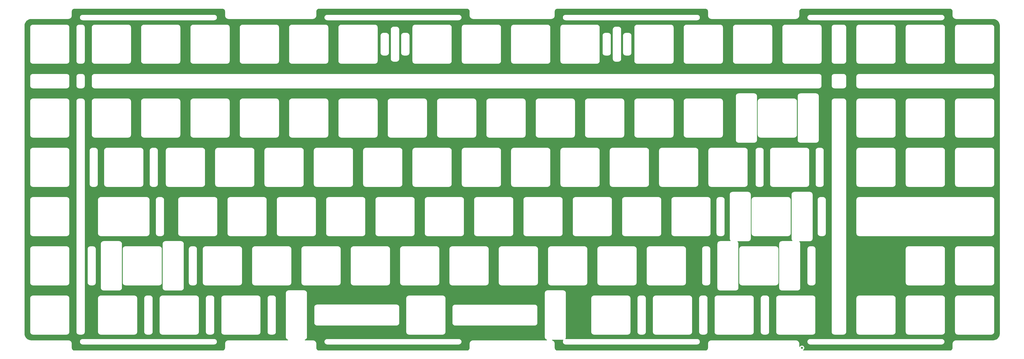
<source format=gbl>
%TF.GenerationSoftware,KiCad,Pcbnew,(5.1.10)-1*%
%TF.CreationDate,2022-01-09T14:06:06-05:00*%
%TF.ProjectId,custom_keyboard plate v2,63757374-6f6d-45f6-9b65-79626f617264,rev?*%
%TF.SameCoordinates,Original*%
%TF.FileFunction,Copper,L2,Bot*%
%TF.FilePolarity,Positive*%
%FSLAX46Y46*%
G04 Gerber Fmt 4.6, Leading zero omitted, Abs format (unit mm)*
G04 Created by KiCad (PCBNEW (5.1.10)-1) date 2022-01-09 14:06:06*
%MOMM*%
%LPD*%
G01*
G04 APERTURE LIST*
%TA.AperFunction,ViaPad*%
%ADD10C,0.800000*%
%TD*%
%TA.AperFunction,NonConductor*%
%ADD11C,0.254000*%
%TD*%
%TA.AperFunction,NonConductor*%
%ADD12C,0.100000*%
%TD*%
G04 APERTURE END LIST*
D10*
%TO.N,*%
X384150800Y-290494200D03*
%TD*%
D11*
X160502039Y-159445409D02*
X160670029Y-159496128D01*
X160824963Y-159578508D01*
X160960947Y-159689414D01*
X161072800Y-159824622D01*
X161156261Y-159978978D01*
X161208151Y-160146607D01*
X161229801Y-160352601D01*
X161229800Y-161948446D01*
X161232672Y-161977602D01*
X161232638Y-161982425D01*
X161233572Y-161991944D01*
X161249764Y-162145999D01*
X161262243Y-162206793D01*
X161273881Y-162267800D01*
X161276645Y-162276956D01*
X161322452Y-162424932D01*
X161346519Y-162482186D01*
X161369769Y-162539730D01*
X161374254Y-162548166D01*
X161374258Y-162548175D01*
X161374263Y-162548182D01*
X161447935Y-162684435D01*
X161482654Y-162735907D01*
X161516647Y-162787854D01*
X161522691Y-162795266D01*
X161621430Y-162914621D01*
X161665482Y-162958367D01*
X161708920Y-163002724D01*
X161716289Y-163008821D01*
X161836330Y-163106725D01*
X161888035Y-163141078D01*
X161939273Y-163176161D01*
X161947686Y-163180710D01*
X162084458Y-163253432D01*
X162141877Y-163277098D01*
X162198921Y-163301547D01*
X162208057Y-163304376D01*
X162356349Y-163349148D01*
X162417282Y-163361213D01*
X162477980Y-163374115D01*
X162487491Y-163375115D01*
X162641655Y-163390231D01*
X162641663Y-163390231D01*
X162674853Y-163393500D01*
X195283847Y-163393500D01*
X195313003Y-163390628D01*
X195317825Y-163390662D01*
X195327344Y-163389728D01*
X195481399Y-163373536D01*
X195542193Y-163361057D01*
X195603200Y-163349419D01*
X195612356Y-163346655D01*
X195760332Y-163300848D01*
X195817586Y-163276781D01*
X195875130Y-163253531D01*
X195883566Y-163249046D01*
X195883575Y-163249042D01*
X195883582Y-163249037D01*
X196019835Y-163175365D01*
X196071307Y-163140646D01*
X196123254Y-163106653D01*
X196130666Y-163100609D01*
X196250021Y-163001870D01*
X196293767Y-162957818D01*
X196338124Y-162914380D01*
X196344221Y-162907011D01*
X196442125Y-162786970D01*
X196476478Y-162735265D01*
X196493191Y-162710855D01*
X199621104Y-162710855D01*
X199621116Y-162714346D01*
X199624140Y-162744134D01*
X199623931Y-162774073D01*
X199624864Y-162783592D01*
X199635064Y-162880640D01*
X199647555Y-162941490D01*
X199659182Y-163002442D01*
X199661945Y-163011596D01*
X199661947Y-163011602D01*
X199690802Y-163104817D01*
X199714854Y-163162033D01*
X199738120Y-163219619D01*
X199742610Y-163228064D01*
X199789023Y-163313901D01*
X199823738Y-163365367D01*
X199857736Y-163417321D01*
X199863780Y-163424732D01*
X199925982Y-163499921D01*
X199970030Y-163543662D01*
X200013469Y-163588022D01*
X200020839Y-163594118D01*
X200020844Y-163594123D01*
X200020850Y-163594127D01*
X200096460Y-163655794D01*
X200148141Y-163690132D01*
X200199406Y-163725233D01*
X200207819Y-163729782D01*
X200293980Y-163775594D01*
X200351396Y-163799258D01*
X200408439Y-163823708D01*
X200417575Y-163826536D01*
X200510993Y-163854741D01*
X200571913Y-163866803D01*
X200632630Y-163879709D01*
X200642142Y-163880709D01*
X200739259Y-163890231D01*
X200739263Y-163890231D01*
X200772453Y-163893500D01*
X251636547Y-163893500D01*
X251665501Y-163890648D01*
X251668473Y-163890669D01*
X251677992Y-163889736D01*
X251726118Y-163884678D01*
X251737183Y-163883588D01*
X251737552Y-163883476D01*
X251775040Y-163879536D01*
X251835890Y-163867045D01*
X251896842Y-163855418D01*
X251905996Y-163852655D01*
X251906002Y-163852653D01*
X251999217Y-163823798D01*
X252056433Y-163799746D01*
X252114019Y-163776480D01*
X252122464Y-163771990D01*
X252208301Y-163725577D01*
X252259767Y-163690862D01*
X252311721Y-163656864D01*
X252319132Y-163650820D01*
X252394321Y-163588618D01*
X252438062Y-163544570D01*
X252482422Y-163501131D01*
X252488518Y-163493761D01*
X252488523Y-163493756D01*
X252488527Y-163493750D01*
X252550194Y-163418140D01*
X252584532Y-163366459D01*
X252619633Y-163315194D01*
X252624182Y-163306781D01*
X252669994Y-163220620D01*
X252693658Y-163163204D01*
X252718108Y-163106161D01*
X252720936Y-163097025D01*
X252749141Y-163003607D01*
X252761203Y-162942687D01*
X252774109Y-162881970D01*
X252775109Y-162872458D01*
X252784631Y-162775341D01*
X252784631Y-162745440D01*
X252787862Y-162715710D01*
X252787896Y-162706145D01*
X252787884Y-162702654D01*
X252784860Y-162672866D01*
X252785069Y-162642927D01*
X252784136Y-162633409D01*
X252773936Y-162536360D01*
X252761447Y-162475517D01*
X252749818Y-162414558D01*
X252747054Y-162405402D01*
X252718198Y-162312183D01*
X252694132Y-162254934D01*
X252670879Y-162197381D01*
X252666389Y-162188936D01*
X252619977Y-162103098D01*
X252585250Y-162051615D01*
X252551264Y-161999679D01*
X252545220Y-161992267D01*
X252483018Y-161917079D01*
X252438951Y-161873318D01*
X252395530Y-161828978D01*
X252388161Y-161822881D01*
X252312540Y-161761206D01*
X252260859Y-161726868D01*
X252209594Y-161691767D01*
X252201181Y-161687218D01*
X252115020Y-161641406D01*
X252057604Y-161617742D01*
X252000561Y-161593292D01*
X251991425Y-161590464D01*
X251898007Y-161562259D01*
X251837095Y-161550198D01*
X251776371Y-161537291D01*
X251766859Y-161536291D01*
X251669741Y-161526769D01*
X251669737Y-161526769D01*
X251636547Y-161523500D01*
X200772453Y-161523500D01*
X200743499Y-161526352D01*
X200740527Y-161526331D01*
X200731009Y-161527264D01*
X200682890Y-161532321D01*
X200671817Y-161533412D01*
X200671448Y-161533524D01*
X200633960Y-161537464D01*
X200573117Y-161549953D01*
X200512158Y-161561582D01*
X200503002Y-161564346D01*
X200409783Y-161593202D01*
X200352534Y-161617268D01*
X200294981Y-161640521D01*
X200286536Y-161645011D01*
X200200698Y-161691423D01*
X200149215Y-161726150D01*
X200097279Y-161760136D01*
X200089867Y-161766180D01*
X200014679Y-161828382D01*
X199970918Y-161872449D01*
X199926578Y-161915870D01*
X199920481Y-161923239D01*
X199858806Y-161998860D01*
X199824468Y-162050541D01*
X199789367Y-162101806D01*
X199784818Y-162110219D01*
X199739006Y-162196380D01*
X199715342Y-162253796D01*
X199690892Y-162310839D01*
X199688064Y-162319975D01*
X199659859Y-162413393D01*
X199647798Y-162474305D01*
X199634891Y-162535029D01*
X199633891Y-162544541D01*
X199624369Y-162641659D01*
X199624369Y-162671560D01*
X199621138Y-162701290D01*
X199621104Y-162710855D01*
X196493191Y-162710855D01*
X196511561Y-162684027D01*
X196516110Y-162675614D01*
X196588832Y-162538842D01*
X196612498Y-162481423D01*
X196636947Y-162424379D01*
X196639776Y-162415243D01*
X196684548Y-162266951D01*
X196696613Y-162206018D01*
X196709515Y-162145320D01*
X196710515Y-162135809D01*
X196725631Y-161981645D01*
X196725631Y-161981637D01*
X196728900Y-161948447D01*
X196728900Y-160360905D01*
X196749309Y-160152761D01*
X196800028Y-159984771D01*
X196882408Y-159829837D01*
X196993314Y-159693853D01*
X197128522Y-159582000D01*
X197282878Y-159498539D01*
X197450507Y-159446649D01*
X197656492Y-159425000D01*
X254744195Y-159425000D01*
X254952339Y-159445409D01*
X255120329Y-159496128D01*
X255275263Y-159578508D01*
X255411247Y-159689414D01*
X255523100Y-159824622D01*
X255606561Y-159978978D01*
X255658451Y-160146607D01*
X255680101Y-160352601D01*
X255680100Y-161948446D01*
X255682972Y-161977602D01*
X255682938Y-161982425D01*
X255683872Y-161991944D01*
X255700064Y-162145999D01*
X255712543Y-162206793D01*
X255724181Y-162267800D01*
X255726945Y-162276956D01*
X255772752Y-162424932D01*
X255796819Y-162482186D01*
X255820069Y-162539730D01*
X255824554Y-162548166D01*
X255824558Y-162548175D01*
X255824563Y-162548182D01*
X255898235Y-162684435D01*
X255932954Y-162735907D01*
X255966947Y-162787854D01*
X255972991Y-162795266D01*
X256071730Y-162914621D01*
X256115782Y-162958367D01*
X256159220Y-163002724D01*
X256166589Y-163008821D01*
X256286630Y-163106725D01*
X256338335Y-163141078D01*
X256389573Y-163176161D01*
X256397986Y-163180710D01*
X256534758Y-163253432D01*
X256592177Y-163277098D01*
X256649221Y-163301547D01*
X256658357Y-163304376D01*
X256806649Y-163349148D01*
X256867582Y-163361213D01*
X256928280Y-163374115D01*
X256937791Y-163375115D01*
X257091955Y-163390231D01*
X257091963Y-163390231D01*
X257125153Y-163393500D01*
X287353047Y-163393500D01*
X287382203Y-163390628D01*
X287387025Y-163390662D01*
X287396544Y-163389728D01*
X287550599Y-163373536D01*
X287611393Y-163361057D01*
X287672400Y-163349419D01*
X287681556Y-163346655D01*
X287829532Y-163300848D01*
X287886786Y-163276781D01*
X287944330Y-163253531D01*
X287952766Y-163249046D01*
X287952775Y-163249042D01*
X287952782Y-163249037D01*
X288089035Y-163175365D01*
X288140507Y-163140646D01*
X288192454Y-163106653D01*
X288199866Y-163100609D01*
X288319221Y-163001870D01*
X288362967Y-162957818D01*
X288407324Y-162914380D01*
X288413421Y-162907011D01*
X288511325Y-162786970D01*
X288545678Y-162735265D01*
X288562391Y-162710855D01*
X291690304Y-162710855D01*
X291690316Y-162714346D01*
X291693340Y-162744134D01*
X291693131Y-162774073D01*
X291694064Y-162783592D01*
X291704264Y-162880640D01*
X291716755Y-162941490D01*
X291728382Y-163002442D01*
X291731145Y-163011596D01*
X291731147Y-163011602D01*
X291760002Y-163104817D01*
X291784054Y-163162033D01*
X291807320Y-163219619D01*
X291811810Y-163228064D01*
X291858223Y-163313901D01*
X291892938Y-163365367D01*
X291926936Y-163417321D01*
X291932980Y-163424732D01*
X291995182Y-163499921D01*
X292039230Y-163543662D01*
X292082669Y-163588022D01*
X292090039Y-163594118D01*
X292090044Y-163594123D01*
X292090050Y-163594127D01*
X292165660Y-163655794D01*
X292217341Y-163690132D01*
X292268606Y-163725233D01*
X292277019Y-163729782D01*
X292363180Y-163775594D01*
X292420596Y-163799258D01*
X292477639Y-163823708D01*
X292486775Y-163826536D01*
X292580193Y-163854741D01*
X292641113Y-163866803D01*
X292701830Y-163879709D01*
X292711342Y-163880709D01*
X292808459Y-163890231D01*
X292808463Y-163890231D01*
X292841653Y-163893500D01*
X343705747Y-163893500D01*
X343734701Y-163890648D01*
X343737673Y-163890669D01*
X343747192Y-163889736D01*
X343795318Y-163884678D01*
X343806383Y-163883588D01*
X343806752Y-163883476D01*
X343844240Y-163879536D01*
X343905090Y-163867045D01*
X343966042Y-163855418D01*
X343975196Y-163852655D01*
X343975202Y-163852653D01*
X344068417Y-163823798D01*
X344125633Y-163799746D01*
X344183219Y-163776480D01*
X344191664Y-163771990D01*
X344277501Y-163725577D01*
X344328967Y-163690862D01*
X344380921Y-163656864D01*
X344388332Y-163650820D01*
X344463521Y-163588618D01*
X344507262Y-163544570D01*
X344551622Y-163501131D01*
X344557718Y-163493761D01*
X344557723Y-163493756D01*
X344557727Y-163493750D01*
X344619394Y-163418140D01*
X344653732Y-163366459D01*
X344688833Y-163315194D01*
X344693382Y-163306781D01*
X344739194Y-163220620D01*
X344762858Y-163163204D01*
X344787308Y-163106161D01*
X344790136Y-163097025D01*
X344818341Y-163003607D01*
X344830403Y-162942687D01*
X344843309Y-162881970D01*
X344844309Y-162872458D01*
X344853831Y-162775341D01*
X344853831Y-162745440D01*
X344857062Y-162715710D01*
X344857096Y-162706145D01*
X344857084Y-162702654D01*
X344854060Y-162672866D01*
X344854269Y-162642927D01*
X344853336Y-162633409D01*
X344843136Y-162536360D01*
X344830647Y-162475517D01*
X344819018Y-162414558D01*
X344816254Y-162405402D01*
X344787398Y-162312183D01*
X344763332Y-162254934D01*
X344740079Y-162197381D01*
X344735589Y-162188936D01*
X344689177Y-162103098D01*
X344654450Y-162051615D01*
X344620464Y-161999679D01*
X344614420Y-161992267D01*
X344552218Y-161917079D01*
X344508151Y-161873318D01*
X344464730Y-161828978D01*
X344457361Y-161822881D01*
X344381740Y-161761206D01*
X344330059Y-161726868D01*
X344278794Y-161691767D01*
X344270381Y-161687218D01*
X344184220Y-161641406D01*
X344126804Y-161617742D01*
X344069761Y-161593292D01*
X344060625Y-161590464D01*
X343967207Y-161562259D01*
X343906295Y-161550198D01*
X343845571Y-161537291D01*
X343836059Y-161536291D01*
X343738941Y-161526769D01*
X343738937Y-161526769D01*
X343705747Y-161523500D01*
X292841653Y-161523500D01*
X292812699Y-161526352D01*
X292809727Y-161526331D01*
X292800209Y-161527264D01*
X292752090Y-161532321D01*
X292741017Y-161533412D01*
X292740648Y-161533524D01*
X292703160Y-161537464D01*
X292642317Y-161549953D01*
X292581358Y-161561582D01*
X292572202Y-161564346D01*
X292478983Y-161593202D01*
X292421734Y-161617268D01*
X292364181Y-161640521D01*
X292355736Y-161645011D01*
X292269898Y-161691423D01*
X292218415Y-161726150D01*
X292166479Y-161760136D01*
X292159067Y-161766180D01*
X292083879Y-161828382D01*
X292040118Y-161872449D01*
X291995778Y-161915870D01*
X291989681Y-161923239D01*
X291928006Y-161998860D01*
X291893668Y-162050541D01*
X291858567Y-162101806D01*
X291854018Y-162110219D01*
X291808206Y-162196380D01*
X291784542Y-162253796D01*
X291760092Y-162310839D01*
X291757264Y-162319975D01*
X291729059Y-162413393D01*
X291716998Y-162474305D01*
X291704091Y-162535029D01*
X291703091Y-162544541D01*
X291693569Y-162641659D01*
X291693569Y-162671560D01*
X291690338Y-162701290D01*
X291690304Y-162710855D01*
X288562391Y-162710855D01*
X288580761Y-162684027D01*
X288585310Y-162675614D01*
X288658032Y-162538842D01*
X288681698Y-162481423D01*
X288706147Y-162424379D01*
X288708976Y-162415243D01*
X288753748Y-162266951D01*
X288765813Y-162206018D01*
X288778715Y-162145320D01*
X288779715Y-162135809D01*
X288794831Y-161981645D01*
X288794831Y-161981637D01*
X288798100Y-161948447D01*
X288798100Y-160360905D01*
X288818509Y-160152761D01*
X288869228Y-159984771D01*
X288951608Y-159829837D01*
X289062514Y-159693853D01*
X289197722Y-159582000D01*
X289352078Y-159498539D01*
X289519707Y-159446649D01*
X289725692Y-159425000D01*
X346813395Y-159425000D01*
X347021539Y-159445409D01*
X347189529Y-159496128D01*
X347344463Y-159578508D01*
X347480447Y-159689414D01*
X347592300Y-159824622D01*
X347675761Y-159978978D01*
X347727651Y-160146607D01*
X347749301Y-160352601D01*
X347749300Y-161948446D01*
X347752172Y-161977602D01*
X347752138Y-161982425D01*
X347753072Y-161991944D01*
X347769264Y-162145999D01*
X347781743Y-162206793D01*
X347793381Y-162267800D01*
X347796145Y-162276956D01*
X347841952Y-162424932D01*
X347866019Y-162482186D01*
X347889269Y-162539730D01*
X347893754Y-162548166D01*
X347893758Y-162548175D01*
X347893763Y-162548182D01*
X347967435Y-162684435D01*
X348002154Y-162735907D01*
X348036147Y-162787854D01*
X348042191Y-162795266D01*
X348140930Y-162914621D01*
X348184982Y-162958367D01*
X348228420Y-163002724D01*
X348235789Y-163008821D01*
X348355830Y-163106725D01*
X348407535Y-163141078D01*
X348458773Y-163176161D01*
X348467186Y-163180710D01*
X348603958Y-163253432D01*
X348661377Y-163277098D01*
X348718421Y-163301547D01*
X348727557Y-163304376D01*
X348875849Y-163349148D01*
X348936782Y-163361213D01*
X348997480Y-163374115D01*
X349006991Y-163375115D01*
X349161155Y-163390231D01*
X349161163Y-163390231D01*
X349194353Y-163393500D01*
X381803347Y-163393500D01*
X381832503Y-163390628D01*
X381837325Y-163390662D01*
X381846844Y-163389728D01*
X382000899Y-163373536D01*
X382061693Y-163361057D01*
X382122700Y-163349419D01*
X382131856Y-163346655D01*
X382279832Y-163300848D01*
X382337086Y-163276781D01*
X382394630Y-163253531D01*
X382403066Y-163249046D01*
X382403075Y-163249042D01*
X382403082Y-163249037D01*
X382539335Y-163175365D01*
X382590807Y-163140646D01*
X382642754Y-163106653D01*
X382650166Y-163100609D01*
X382769521Y-163001870D01*
X382813267Y-162957818D01*
X382857624Y-162914380D01*
X382863721Y-162907011D01*
X382961625Y-162786970D01*
X382995978Y-162735265D01*
X383012691Y-162710855D01*
X386140604Y-162710855D01*
X386140616Y-162714346D01*
X386143640Y-162744134D01*
X386143431Y-162774073D01*
X386144364Y-162783592D01*
X386154564Y-162880640D01*
X386167055Y-162941490D01*
X386178682Y-163002442D01*
X386181445Y-163011596D01*
X386181447Y-163011602D01*
X386210302Y-163104817D01*
X386234354Y-163162033D01*
X386257620Y-163219619D01*
X386262110Y-163228064D01*
X386308523Y-163313901D01*
X386343238Y-163365367D01*
X386377236Y-163417321D01*
X386383280Y-163424732D01*
X386445482Y-163499921D01*
X386489530Y-163543662D01*
X386532969Y-163588022D01*
X386540339Y-163594118D01*
X386540344Y-163594123D01*
X386540350Y-163594127D01*
X386615960Y-163655794D01*
X386667641Y-163690132D01*
X386718906Y-163725233D01*
X386727319Y-163729782D01*
X386813480Y-163775594D01*
X386870896Y-163799258D01*
X386927939Y-163823708D01*
X386937075Y-163826536D01*
X387030493Y-163854741D01*
X387091413Y-163866803D01*
X387152130Y-163879709D01*
X387161642Y-163880709D01*
X387258759Y-163890231D01*
X387258763Y-163890231D01*
X387291953Y-163893500D01*
X438156047Y-163893500D01*
X438185001Y-163890648D01*
X438187973Y-163890669D01*
X438197492Y-163889736D01*
X438245618Y-163884678D01*
X438256683Y-163883588D01*
X438257052Y-163883476D01*
X438294540Y-163879536D01*
X438355390Y-163867045D01*
X438416342Y-163855418D01*
X438425496Y-163852655D01*
X438425502Y-163852653D01*
X438518717Y-163823798D01*
X438575933Y-163799746D01*
X438633519Y-163776480D01*
X438641964Y-163771990D01*
X438727801Y-163725577D01*
X438779267Y-163690862D01*
X438831221Y-163656864D01*
X438838632Y-163650820D01*
X438913821Y-163588618D01*
X438957562Y-163544570D01*
X439001922Y-163501131D01*
X439008018Y-163493761D01*
X439008023Y-163493756D01*
X439008027Y-163493750D01*
X439069694Y-163418140D01*
X439104032Y-163366459D01*
X439139133Y-163315194D01*
X439143682Y-163306781D01*
X439189494Y-163220620D01*
X439213158Y-163163204D01*
X439237608Y-163106161D01*
X439240436Y-163097025D01*
X439268641Y-163003607D01*
X439280703Y-162942687D01*
X439293609Y-162881970D01*
X439294609Y-162872458D01*
X439304131Y-162775341D01*
X439304131Y-162745440D01*
X439307362Y-162715710D01*
X439307396Y-162706145D01*
X439307384Y-162702654D01*
X439304360Y-162672866D01*
X439304569Y-162642927D01*
X439303636Y-162633409D01*
X439293436Y-162536360D01*
X439280947Y-162475517D01*
X439269318Y-162414558D01*
X439266554Y-162405402D01*
X439237698Y-162312183D01*
X439213632Y-162254934D01*
X439190379Y-162197381D01*
X439185889Y-162188936D01*
X439139477Y-162103098D01*
X439104750Y-162051615D01*
X439070764Y-161999679D01*
X439064720Y-161992267D01*
X439002518Y-161917079D01*
X438958451Y-161873318D01*
X438915030Y-161828978D01*
X438907661Y-161822881D01*
X438832040Y-161761206D01*
X438780359Y-161726868D01*
X438729094Y-161691767D01*
X438720681Y-161687218D01*
X438634520Y-161641406D01*
X438577104Y-161617742D01*
X438520061Y-161593292D01*
X438510925Y-161590464D01*
X438417507Y-161562259D01*
X438356595Y-161550198D01*
X438295871Y-161537291D01*
X438286359Y-161536291D01*
X438189241Y-161526769D01*
X438189237Y-161526769D01*
X438156047Y-161523500D01*
X387291953Y-161523500D01*
X387262999Y-161526352D01*
X387260027Y-161526331D01*
X387250509Y-161527264D01*
X387202390Y-161532321D01*
X387191317Y-161533412D01*
X387190948Y-161533524D01*
X387153460Y-161537464D01*
X387092617Y-161549953D01*
X387031658Y-161561582D01*
X387022502Y-161564346D01*
X386929283Y-161593202D01*
X386872034Y-161617268D01*
X386814481Y-161640521D01*
X386806036Y-161645011D01*
X386720198Y-161691423D01*
X386668715Y-161726150D01*
X386616779Y-161760136D01*
X386609367Y-161766180D01*
X386534179Y-161828382D01*
X386490418Y-161872449D01*
X386446078Y-161915870D01*
X386439981Y-161923239D01*
X386378306Y-161998860D01*
X386343968Y-162050541D01*
X386308867Y-162101806D01*
X386304318Y-162110219D01*
X386258506Y-162196380D01*
X386234842Y-162253796D01*
X386210392Y-162310839D01*
X386207564Y-162319975D01*
X386179359Y-162413393D01*
X386167298Y-162474305D01*
X386154391Y-162535029D01*
X386153391Y-162544541D01*
X386143869Y-162641659D01*
X386143869Y-162671560D01*
X386140638Y-162701290D01*
X386140604Y-162710855D01*
X383012691Y-162710855D01*
X383031061Y-162684027D01*
X383035610Y-162675614D01*
X383108332Y-162538842D01*
X383131998Y-162481423D01*
X383156447Y-162424379D01*
X383159276Y-162415243D01*
X383204048Y-162266951D01*
X383216113Y-162206018D01*
X383229015Y-162145320D01*
X383230015Y-162135809D01*
X383245131Y-161981645D01*
X383245131Y-161981637D01*
X383248400Y-161948447D01*
X383248400Y-160360905D01*
X383268809Y-160152761D01*
X383319528Y-159984771D01*
X383401908Y-159829837D01*
X383512814Y-159693853D01*
X383648022Y-159582000D01*
X383802378Y-159498539D01*
X383970007Y-159446649D01*
X384175992Y-159425000D01*
X441263695Y-159425000D01*
X441471839Y-159445409D01*
X441639829Y-159496128D01*
X441794763Y-159578508D01*
X441930747Y-159689414D01*
X442042600Y-159824622D01*
X442126061Y-159978978D01*
X442177951Y-160146607D01*
X442199601Y-160352601D01*
X442199600Y-161948446D01*
X442202472Y-161977602D01*
X442202438Y-161982425D01*
X442203372Y-161991944D01*
X442219564Y-162145999D01*
X442232043Y-162206793D01*
X442243681Y-162267800D01*
X442246445Y-162276956D01*
X442292252Y-162424932D01*
X442316319Y-162482186D01*
X442339569Y-162539730D01*
X442344054Y-162548166D01*
X442344058Y-162548175D01*
X442344063Y-162548182D01*
X442417735Y-162684435D01*
X442452454Y-162735907D01*
X442486447Y-162787854D01*
X442492491Y-162795266D01*
X442591230Y-162914621D01*
X442635282Y-162958367D01*
X442678720Y-163002724D01*
X442686089Y-163008821D01*
X442806130Y-163106725D01*
X442857835Y-163141078D01*
X442909073Y-163176161D01*
X442917486Y-163180710D01*
X443054258Y-163253432D01*
X443111677Y-163277098D01*
X443168721Y-163301547D01*
X443177857Y-163304376D01*
X443326149Y-163349148D01*
X443387082Y-163361213D01*
X443447780Y-163374115D01*
X443457291Y-163375115D01*
X443611455Y-163390231D01*
X443611463Y-163390231D01*
X443644653Y-163393500D01*
X457931395Y-163393500D01*
X458447868Y-163444141D01*
X458912435Y-163584401D01*
X459340918Y-163812230D01*
X459716982Y-164118939D01*
X460026316Y-164492860D01*
X460257127Y-164919736D01*
X460400629Y-165383316D01*
X460454701Y-165897782D01*
X460454700Y-284904795D01*
X460404059Y-285421268D01*
X460263798Y-285885837D01*
X460035970Y-286314317D01*
X459729258Y-286690384D01*
X459355342Y-286999714D01*
X458928463Y-287230527D01*
X458464883Y-287374030D01*
X457950428Y-287428100D01*
X443644653Y-287428100D01*
X443615497Y-287430972D01*
X443610675Y-287430938D01*
X443601157Y-287431872D01*
X443447101Y-287448064D01*
X443386313Y-287460542D01*
X443325300Y-287472181D01*
X443316144Y-287474945D01*
X443168169Y-287520751D01*
X443110907Y-287544822D01*
X443053370Y-287568069D01*
X443044930Y-287572556D01*
X443044926Y-287572558D01*
X443044925Y-287572559D01*
X442908665Y-287646235D01*
X442857210Y-287680942D01*
X442805245Y-287714947D01*
X442797834Y-287720991D01*
X442678479Y-287819730D01*
X442634733Y-287863782D01*
X442590376Y-287907220D01*
X442584279Y-287914590D01*
X442486375Y-288034630D01*
X442452017Y-288086343D01*
X442416939Y-288137573D01*
X442412390Y-288145986D01*
X442339668Y-288282757D01*
X442316012Y-288340153D01*
X442291552Y-288397221D01*
X442288724Y-288406358D01*
X442243952Y-288554649D01*
X442231887Y-288615582D01*
X442218985Y-288676280D01*
X442217985Y-288685792D01*
X442202869Y-288839955D01*
X442202869Y-288839964D01*
X442199600Y-288873154D01*
X442199601Y-290460685D01*
X442179191Y-290668838D01*
X442128473Y-290836827D01*
X442046093Y-290991762D01*
X441935186Y-291127747D01*
X441799978Y-291239600D01*
X441645622Y-291323061D01*
X441477993Y-291374951D01*
X441272008Y-291396600D01*
X384663213Y-291396600D01*
X384810574Y-291298137D01*
X384954737Y-291153974D01*
X385068005Y-290984456D01*
X385146026Y-290796098D01*
X385185800Y-290596139D01*
X385185800Y-290392261D01*
X385146026Y-290192302D01*
X385068005Y-290003944D01*
X384954737Y-289834426D01*
X384810574Y-289690263D01*
X384641056Y-289576995D01*
X384452698Y-289498974D01*
X384252739Y-289459200D01*
X384048861Y-289459200D01*
X383848902Y-289498974D01*
X383660544Y-289576995D01*
X383491026Y-289690263D01*
X383346863Y-289834426D01*
X383248400Y-289981787D01*
X383248400Y-288873153D01*
X383245528Y-288843997D01*
X383245562Y-288839175D01*
X383244628Y-288829657D01*
X383228436Y-288675601D01*
X383215958Y-288614813D01*
X383204319Y-288553800D01*
X383201555Y-288544644D01*
X383155749Y-288396669D01*
X383131678Y-288339407D01*
X383108431Y-288281870D01*
X383103941Y-288273425D01*
X383030265Y-288137165D01*
X383015622Y-288115455D01*
X386140604Y-288115455D01*
X386140616Y-288118946D01*
X386143640Y-288148734D01*
X386143431Y-288178673D01*
X386144364Y-288188192D01*
X386154564Y-288285240D01*
X386167055Y-288346090D01*
X386178682Y-288407042D01*
X386181445Y-288416196D01*
X386181447Y-288416202D01*
X386210302Y-288509417D01*
X386234354Y-288566633D01*
X386257620Y-288624219D01*
X386262110Y-288632664D01*
X386308523Y-288718501D01*
X386343238Y-288769967D01*
X386377236Y-288821921D01*
X386383280Y-288829332D01*
X386445482Y-288904521D01*
X386489530Y-288948262D01*
X386532969Y-288992622D01*
X386540339Y-288998718D01*
X386540344Y-288998723D01*
X386540350Y-288998727D01*
X386615960Y-289060394D01*
X386667641Y-289094732D01*
X386718906Y-289129833D01*
X386727319Y-289134382D01*
X386813480Y-289180194D01*
X386870896Y-289203858D01*
X386927939Y-289228308D01*
X386937075Y-289231136D01*
X387030493Y-289259341D01*
X387091413Y-289271403D01*
X387152130Y-289284309D01*
X387161642Y-289285309D01*
X387258759Y-289294831D01*
X387258763Y-289294831D01*
X387291953Y-289298100D01*
X438156047Y-289298100D01*
X438185001Y-289295248D01*
X438187973Y-289295269D01*
X438197492Y-289294336D01*
X438245618Y-289289278D01*
X438256683Y-289288188D01*
X438257052Y-289288076D01*
X438294540Y-289284136D01*
X438355390Y-289271645D01*
X438416342Y-289260018D01*
X438425496Y-289257255D01*
X438425502Y-289257253D01*
X438518717Y-289228398D01*
X438575933Y-289204346D01*
X438633519Y-289181080D01*
X438641964Y-289176590D01*
X438727801Y-289130177D01*
X438779267Y-289095462D01*
X438831221Y-289061464D01*
X438838632Y-289055420D01*
X438913821Y-288993218D01*
X438957562Y-288949170D01*
X439001922Y-288905731D01*
X439008018Y-288898361D01*
X439008023Y-288898356D01*
X439008027Y-288898350D01*
X439069694Y-288822740D01*
X439104032Y-288771059D01*
X439139133Y-288719794D01*
X439143682Y-288711381D01*
X439189494Y-288625220D01*
X439213158Y-288567804D01*
X439237608Y-288510761D01*
X439240436Y-288501625D01*
X439268641Y-288408207D01*
X439280703Y-288347287D01*
X439293609Y-288286570D01*
X439294609Y-288277058D01*
X439304131Y-288179941D01*
X439304131Y-288150040D01*
X439307362Y-288120310D01*
X439307396Y-288110745D01*
X439307384Y-288107254D01*
X439304360Y-288077466D01*
X439304569Y-288047527D01*
X439303636Y-288038009D01*
X439293436Y-287940960D01*
X439280947Y-287880117D01*
X439269318Y-287819158D01*
X439266554Y-287810002D01*
X439237698Y-287716783D01*
X439213632Y-287659534D01*
X439190379Y-287601981D01*
X439185889Y-287593536D01*
X439139477Y-287507698D01*
X439104750Y-287456215D01*
X439070764Y-287404279D01*
X439064720Y-287396867D01*
X439002518Y-287321679D01*
X438958451Y-287277918D01*
X438915030Y-287233578D01*
X438907661Y-287227481D01*
X438832040Y-287165806D01*
X438780359Y-287131468D01*
X438729094Y-287096367D01*
X438720681Y-287091818D01*
X438634520Y-287046006D01*
X438577104Y-287022342D01*
X438520061Y-286997892D01*
X438510925Y-286995064D01*
X438417507Y-286966859D01*
X438356595Y-286954798D01*
X438295871Y-286941891D01*
X438286359Y-286940891D01*
X438189241Y-286931369D01*
X438189237Y-286931369D01*
X438156047Y-286928100D01*
X387291953Y-286928100D01*
X387262999Y-286930952D01*
X387260027Y-286930931D01*
X387250509Y-286931864D01*
X387202390Y-286936921D01*
X387191317Y-286938012D01*
X387190948Y-286938124D01*
X387153460Y-286942064D01*
X387092617Y-286954553D01*
X387031658Y-286966182D01*
X387022502Y-286968946D01*
X386929283Y-286997802D01*
X386872034Y-287021868D01*
X386814481Y-287045121D01*
X386806036Y-287049611D01*
X386720198Y-287096023D01*
X386668715Y-287130750D01*
X386616779Y-287164736D01*
X386609367Y-287170780D01*
X386534179Y-287232982D01*
X386490418Y-287277049D01*
X386446078Y-287320470D01*
X386439981Y-287327839D01*
X386378306Y-287403460D01*
X386343968Y-287455141D01*
X386308867Y-287506406D01*
X386304318Y-287514819D01*
X386258506Y-287600980D01*
X386234842Y-287658396D01*
X386210392Y-287715439D01*
X386207564Y-287724575D01*
X386179359Y-287817993D01*
X386167298Y-287878905D01*
X386154391Y-287939629D01*
X386153391Y-287949141D01*
X386143869Y-288046259D01*
X386143869Y-288076160D01*
X386140638Y-288105890D01*
X386140604Y-288115455D01*
X383015622Y-288115455D01*
X382995558Y-288085710D01*
X382961553Y-288033745D01*
X382955509Y-288026334D01*
X382856770Y-287906979D01*
X382812718Y-287863233D01*
X382769280Y-287818876D01*
X382761910Y-287812779D01*
X382641870Y-287714875D01*
X382590157Y-287680517D01*
X382538927Y-287645439D01*
X382530514Y-287640890D01*
X382393743Y-287568168D01*
X382336347Y-287544512D01*
X382279279Y-287520052D01*
X382270142Y-287517224D01*
X382121851Y-287472452D01*
X382060918Y-287460387D01*
X382000220Y-287447485D01*
X381990708Y-287446485D01*
X381836545Y-287431369D01*
X381836537Y-287431369D01*
X381803347Y-287428100D01*
X349194353Y-287428100D01*
X349165197Y-287430972D01*
X349160375Y-287430938D01*
X349150857Y-287431872D01*
X348996801Y-287448064D01*
X348936013Y-287460542D01*
X348875000Y-287472181D01*
X348865844Y-287474945D01*
X348717869Y-287520751D01*
X348660607Y-287544822D01*
X348603070Y-287568069D01*
X348594630Y-287572556D01*
X348594626Y-287572558D01*
X348594625Y-287572559D01*
X348458365Y-287646235D01*
X348406910Y-287680942D01*
X348354945Y-287714947D01*
X348347534Y-287720991D01*
X348228179Y-287819730D01*
X348184433Y-287863782D01*
X348140076Y-287907220D01*
X348133979Y-287914590D01*
X348036075Y-288034630D01*
X348001717Y-288086343D01*
X347966639Y-288137573D01*
X347962090Y-288145986D01*
X347889368Y-288282757D01*
X347865712Y-288340153D01*
X347841252Y-288397221D01*
X347838424Y-288406358D01*
X347793652Y-288554649D01*
X347781587Y-288615582D01*
X347768685Y-288676280D01*
X347767685Y-288685792D01*
X347752569Y-288839955D01*
X347752569Y-288839964D01*
X347749300Y-288873154D01*
X347749301Y-290460685D01*
X347728891Y-290668838D01*
X347678173Y-290836827D01*
X347595793Y-290991762D01*
X347484886Y-291127747D01*
X347349678Y-291239600D01*
X347195322Y-291323061D01*
X347027693Y-291374951D01*
X346821708Y-291396600D01*
X289734005Y-291396600D01*
X289525862Y-291376191D01*
X289357873Y-291325473D01*
X289202938Y-291243093D01*
X289066953Y-291132186D01*
X288955100Y-290996978D01*
X288871639Y-290842622D01*
X288819749Y-290674993D01*
X288798100Y-290469008D01*
X288798100Y-288873153D01*
X288795228Y-288843997D01*
X288795262Y-288839175D01*
X288794328Y-288829657D01*
X288778136Y-288675601D01*
X288765658Y-288614813D01*
X288754019Y-288553800D01*
X288751255Y-288544644D01*
X288705449Y-288396669D01*
X288681378Y-288339407D01*
X288658131Y-288281870D01*
X288653641Y-288273425D01*
X288579965Y-288137165D01*
X288545258Y-288085710D01*
X288511253Y-288033745D01*
X288505209Y-288026334D01*
X288406470Y-287906979D01*
X288362418Y-287863233D01*
X288318980Y-287818876D01*
X288311610Y-287812779D01*
X288191570Y-287714875D01*
X288139857Y-287680517D01*
X288088627Y-287645439D01*
X288080214Y-287640890D01*
X287943443Y-287568168D01*
X287886047Y-287544512D01*
X287828979Y-287520052D01*
X287819842Y-287517224D01*
X287720398Y-287487200D01*
X291871717Y-287487200D01*
X291858567Y-287506406D01*
X291854018Y-287514819D01*
X291808206Y-287600980D01*
X291784542Y-287658396D01*
X291760092Y-287715439D01*
X291757264Y-287724575D01*
X291729059Y-287817993D01*
X291716998Y-287878905D01*
X291704091Y-287939629D01*
X291703091Y-287949141D01*
X291693569Y-288046259D01*
X291693569Y-288076160D01*
X291690338Y-288105890D01*
X291690304Y-288115455D01*
X291690316Y-288118946D01*
X291693340Y-288148734D01*
X291693131Y-288178673D01*
X291694064Y-288188192D01*
X291704264Y-288285240D01*
X291716755Y-288346090D01*
X291728382Y-288407042D01*
X291731145Y-288416196D01*
X291731147Y-288416202D01*
X291760002Y-288509417D01*
X291784054Y-288566633D01*
X291807320Y-288624219D01*
X291811810Y-288632664D01*
X291858223Y-288718501D01*
X291892938Y-288769967D01*
X291926936Y-288821921D01*
X291932980Y-288829332D01*
X291995182Y-288904521D01*
X292039230Y-288948262D01*
X292082669Y-288992622D01*
X292090039Y-288998718D01*
X292090044Y-288998723D01*
X292090050Y-288998727D01*
X292165660Y-289060394D01*
X292217341Y-289094732D01*
X292268606Y-289129833D01*
X292277019Y-289134382D01*
X292363180Y-289180194D01*
X292420596Y-289203858D01*
X292477639Y-289228308D01*
X292486775Y-289231136D01*
X292580193Y-289259341D01*
X292641113Y-289271403D01*
X292701830Y-289284309D01*
X292711342Y-289285309D01*
X292808459Y-289294831D01*
X292808463Y-289294831D01*
X292841653Y-289298100D01*
X343705747Y-289298100D01*
X343734701Y-289295248D01*
X343737673Y-289295269D01*
X343747192Y-289294336D01*
X343795318Y-289289278D01*
X343806383Y-289288188D01*
X343806752Y-289288076D01*
X343844240Y-289284136D01*
X343905090Y-289271645D01*
X343966042Y-289260018D01*
X343975196Y-289257255D01*
X343975202Y-289257253D01*
X344068417Y-289228398D01*
X344125633Y-289204346D01*
X344183219Y-289181080D01*
X344191664Y-289176590D01*
X344277501Y-289130177D01*
X344328967Y-289095462D01*
X344380921Y-289061464D01*
X344388332Y-289055420D01*
X344463521Y-288993218D01*
X344507262Y-288949170D01*
X344551622Y-288905731D01*
X344557718Y-288898361D01*
X344557723Y-288898356D01*
X344557727Y-288898350D01*
X344619394Y-288822740D01*
X344653732Y-288771059D01*
X344688833Y-288719794D01*
X344693382Y-288711381D01*
X344739194Y-288625220D01*
X344762858Y-288567804D01*
X344787308Y-288510761D01*
X344790136Y-288501625D01*
X344818341Y-288408207D01*
X344830403Y-288347287D01*
X344843309Y-288286570D01*
X344844309Y-288277058D01*
X344853831Y-288179941D01*
X344853831Y-288150040D01*
X344857062Y-288120310D01*
X344857096Y-288110745D01*
X344857084Y-288107254D01*
X344854060Y-288077466D01*
X344854269Y-288047527D01*
X344853336Y-288038009D01*
X344843136Y-287940960D01*
X344830647Y-287880117D01*
X344819018Y-287819158D01*
X344816254Y-287810002D01*
X344787398Y-287716783D01*
X344763332Y-287659534D01*
X344740079Y-287601981D01*
X344735589Y-287593536D01*
X344689177Y-287507698D01*
X344654450Y-287456215D01*
X344620464Y-287404279D01*
X344614420Y-287396867D01*
X344552218Y-287321679D01*
X344508151Y-287277918D01*
X344464730Y-287233578D01*
X344457361Y-287227481D01*
X344381740Y-287165806D01*
X344330059Y-287131468D01*
X344278794Y-287096367D01*
X344270381Y-287091818D01*
X344184220Y-287046006D01*
X344126804Y-287022342D01*
X344069761Y-286997892D01*
X344060625Y-286995064D01*
X343967207Y-286966859D01*
X343906295Y-286954798D01*
X343845571Y-286941891D01*
X343836059Y-286940891D01*
X343738941Y-286931369D01*
X343738937Y-286931369D01*
X343705747Y-286928100D01*
X292917033Y-286928100D01*
X292930183Y-286908894D01*
X292934732Y-286900481D01*
X292980544Y-286814320D01*
X293004208Y-286756904D01*
X293028658Y-286699861D01*
X293031486Y-286690725D01*
X293059691Y-286597307D01*
X293071753Y-286536387D01*
X293084659Y-286475670D01*
X293085659Y-286466158D01*
X293095181Y-286369041D01*
X293095181Y-286369037D01*
X293098450Y-286335847D01*
X293098450Y-271268554D01*
X302665950Y-271268554D01*
X302665951Y-284335847D01*
X302668802Y-284364791D01*
X302668781Y-284367773D01*
X302669714Y-284377292D01*
X302674788Y-284425569D01*
X302675863Y-284436483D01*
X302675973Y-284436847D01*
X302679914Y-284474340D01*
X302692405Y-284535190D01*
X302704032Y-284596142D01*
X302706795Y-284605296D01*
X302706797Y-284605302D01*
X302735652Y-284698517D01*
X302759704Y-284755733D01*
X302782970Y-284813319D01*
X302787460Y-284821764D01*
X302833873Y-284907601D01*
X302868588Y-284959067D01*
X302902586Y-285011021D01*
X302908630Y-285018432D01*
X302970832Y-285093621D01*
X303014880Y-285137362D01*
X303058319Y-285181722D01*
X303065689Y-285187818D01*
X303065694Y-285187823D01*
X303065700Y-285187827D01*
X303141310Y-285249494D01*
X303192991Y-285283832D01*
X303244256Y-285318933D01*
X303252669Y-285323482D01*
X303338830Y-285369294D01*
X303396246Y-285392958D01*
X303453289Y-285417408D01*
X303462425Y-285420236D01*
X303555843Y-285448441D01*
X303616763Y-285460503D01*
X303677480Y-285473409D01*
X303686992Y-285474409D01*
X303784109Y-285483931D01*
X303784113Y-285483931D01*
X303817303Y-285487200D01*
X316884597Y-285487200D01*
X316913551Y-285484348D01*
X316916523Y-285484369D01*
X316926042Y-285483436D01*
X316974168Y-285478378D01*
X316985233Y-285477288D01*
X316985602Y-285477176D01*
X317023090Y-285473236D01*
X317083940Y-285460745D01*
X317144892Y-285449118D01*
X317154046Y-285446355D01*
X317154052Y-285446353D01*
X317247267Y-285417498D01*
X317304483Y-285393446D01*
X317362069Y-285370180D01*
X317370514Y-285365690D01*
X317456351Y-285319277D01*
X317507817Y-285284562D01*
X317559771Y-285250564D01*
X317567182Y-285244520D01*
X317642371Y-285182318D01*
X317686112Y-285138270D01*
X317730472Y-285094831D01*
X317736568Y-285087461D01*
X317736573Y-285087456D01*
X317736577Y-285087450D01*
X317798244Y-285011840D01*
X317832582Y-284960159D01*
X317867683Y-284908894D01*
X317872232Y-284900481D01*
X317918044Y-284814320D01*
X317941708Y-284756904D01*
X317966158Y-284699861D01*
X317968986Y-284690725D01*
X317997191Y-284597307D01*
X318009253Y-284536387D01*
X318022159Y-284475670D01*
X318023159Y-284466158D01*
X318032681Y-284369041D01*
X318032681Y-284369037D01*
X318035950Y-284335847D01*
X318035950Y-284328046D01*
X320512350Y-284328046D01*
X320515202Y-284357000D01*
X320515181Y-284359973D01*
X320516114Y-284369492D01*
X320521174Y-284417633D01*
X320522262Y-284428682D01*
X320522374Y-284429050D01*
X320526314Y-284466540D01*
X320538805Y-284527390D01*
X320550432Y-284588342D01*
X320553195Y-284597496D01*
X320553197Y-284597502D01*
X320582052Y-284690717D01*
X320606104Y-284747933D01*
X320629370Y-284805519D01*
X320633860Y-284813964D01*
X320680273Y-284899801D01*
X320714988Y-284951267D01*
X320748986Y-285003221D01*
X320755030Y-285010632D01*
X320817232Y-285085821D01*
X320861280Y-285129562D01*
X320904719Y-285173922D01*
X320912089Y-285180018D01*
X320912094Y-285180023D01*
X320912100Y-285180027D01*
X320987710Y-285241694D01*
X321039391Y-285276032D01*
X321090656Y-285311133D01*
X321099069Y-285315682D01*
X321185230Y-285361494D01*
X321242646Y-285385158D01*
X321299689Y-285409608D01*
X321308825Y-285412436D01*
X321402243Y-285440641D01*
X321463163Y-285452703D01*
X321523880Y-285465609D01*
X321533392Y-285466609D01*
X321630509Y-285476131D01*
X321630513Y-285476131D01*
X321663703Y-285479400D01*
X322825497Y-285479400D01*
X322854451Y-285476548D01*
X322857423Y-285476569D01*
X322866942Y-285475636D01*
X322915068Y-285470578D01*
X322926133Y-285469488D01*
X322926502Y-285469376D01*
X322963990Y-285465436D01*
X323024840Y-285452945D01*
X323085792Y-285441318D01*
X323094946Y-285438555D01*
X323094952Y-285438553D01*
X323188167Y-285409698D01*
X323245383Y-285385646D01*
X323302969Y-285362380D01*
X323311414Y-285357890D01*
X323397251Y-285311477D01*
X323448717Y-285276762D01*
X323500671Y-285242764D01*
X323508082Y-285236720D01*
X323583271Y-285174518D01*
X323627012Y-285130470D01*
X323671372Y-285087031D01*
X323677468Y-285079661D01*
X323677473Y-285079656D01*
X323677477Y-285079650D01*
X323739144Y-285004040D01*
X323773482Y-284952359D01*
X323808583Y-284901094D01*
X323813132Y-284892681D01*
X323858944Y-284806520D01*
X323882608Y-284749104D01*
X323907058Y-284692061D01*
X323909886Y-284682925D01*
X323938091Y-284589507D01*
X323950153Y-284528587D01*
X323963059Y-284467870D01*
X323964059Y-284458358D01*
X323973581Y-284361241D01*
X323973581Y-284361237D01*
X323976850Y-284328047D01*
X323976850Y-271268554D01*
X326478450Y-271268554D01*
X326478451Y-284335847D01*
X326481302Y-284364791D01*
X326481281Y-284367773D01*
X326482214Y-284377292D01*
X326487288Y-284425569D01*
X326488363Y-284436483D01*
X326488473Y-284436847D01*
X326492414Y-284474340D01*
X326504905Y-284535190D01*
X326516532Y-284596142D01*
X326519295Y-284605296D01*
X326519297Y-284605302D01*
X326548152Y-284698517D01*
X326572204Y-284755733D01*
X326595470Y-284813319D01*
X326599960Y-284821764D01*
X326646373Y-284907601D01*
X326681088Y-284959067D01*
X326715086Y-285011021D01*
X326721130Y-285018432D01*
X326783332Y-285093621D01*
X326827380Y-285137362D01*
X326870819Y-285181722D01*
X326878189Y-285187818D01*
X326878194Y-285187823D01*
X326878200Y-285187827D01*
X326953810Y-285249494D01*
X327005491Y-285283832D01*
X327056756Y-285318933D01*
X327065169Y-285323482D01*
X327151330Y-285369294D01*
X327208746Y-285392958D01*
X327265789Y-285417408D01*
X327274925Y-285420236D01*
X327368343Y-285448441D01*
X327429263Y-285460503D01*
X327489980Y-285473409D01*
X327499492Y-285474409D01*
X327596609Y-285483931D01*
X327596613Y-285483931D01*
X327629803Y-285487200D01*
X340697097Y-285487200D01*
X340726051Y-285484348D01*
X340729023Y-285484369D01*
X340738542Y-285483436D01*
X340786668Y-285478378D01*
X340797733Y-285477288D01*
X340798102Y-285477176D01*
X340835590Y-285473236D01*
X340896440Y-285460745D01*
X340957392Y-285449118D01*
X340966546Y-285446355D01*
X340966552Y-285446353D01*
X341059767Y-285417498D01*
X341116983Y-285393446D01*
X341174569Y-285370180D01*
X341183014Y-285365690D01*
X341268851Y-285319277D01*
X341320317Y-285284562D01*
X341372271Y-285250564D01*
X341379682Y-285244520D01*
X341454871Y-285182318D01*
X341498612Y-285138270D01*
X341542972Y-285094831D01*
X341549068Y-285087461D01*
X341549073Y-285087456D01*
X341549077Y-285087450D01*
X341610744Y-285011840D01*
X341645082Y-284960159D01*
X341680183Y-284908894D01*
X341684732Y-284900481D01*
X341730544Y-284814320D01*
X341754208Y-284756904D01*
X341778658Y-284699861D01*
X341781486Y-284690725D01*
X341809691Y-284597307D01*
X341821753Y-284536387D01*
X341834659Y-284475670D01*
X341835659Y-284466158D01*
X341845181Y-284369041D01*
X341845181Y-284369037D01*
X341848450Y-284335847D01*
X341848450Y-284328046D01*
X344323350Y-284328046D01*
X344326202Y-284357000D01*
X344326181Y-284359973D01*
X344327114Y-284369492D01*
X344332174Y-284417633D01*
X344333262Y-284428682D01*
X344333374Y-284429050D01*
X344337314Y-284466540D01*
X344349805Y-284527390D01*
X344361432Y-284588342D01*
X344364195Y-284597496D01*
X344364197Y-284597502D01*
X344393052Y-284690717D01*
X344417104Y-284747933D01*
X344440370Y-284805519D01*
X344444860Y-284813964D01*
X344491273Y-284899801D01*
X344525988Y-284951267D01*
X344559986Y-285003221D01*
X344566030Y-285010632D01*
X344628232Y-285085821D01*
X344672280Y-285129562D01*
X344715719Y-285173922D01*
X344723089Y-285180018D01*
X344723094Y-285180023D01*
X344723100Y-285180027D01*
X344798710Y-285241694D01*
X344850391Y-285276032D01*
X344901656Y-285311133D01*
X344910069Y-285315682D01*
X344996230Y-285361494D01*
X345053646Y-285385158D01*
X345110689Y-285409608D01*
X345119825Y-285412436D01*
X345213243Y-285440641D01*
X345274163Y-285452703D01*
X345334880Y-285465609D01*
X345344392Y-285466609D01*
X345441509Y-285476131D01*
X345441513Y-285476131D01*
X345474703Y-285479400D01*
X346636497Y-285479400D01*
X346665451Y-285476548D01*
X346668423Y-285476569D01*
X346677942Y-285475636D01*
X346726068Y-285470578D01*
X346737133Y-285469488D01*
X346737502Y-285469376D01*
X346774990Y-285465436D01*
X346835840Y-285452945D01*
X346896792Y-285441318D01*
X346905946Y-285438555D01*
X346905952Y-285438553D01*
X346999167Y-285409698D01*
X347056383Y-285385646D01*
X347113969Y-285362380D01*
X347122414Y-285357890D01*
X347208251Y-285311477D01*
X347259717Y-285276762D01*
X347311671Y-285242764D01*
X347319082Y-285236720D01*
X347394271Y-285174518D01*
X347438012Y-285130470D01*
X347482372Y-285087031D01*
X347488468Y-285079661D01*
X347488473Y-285079656D01*
X347488477Y-285079650D01*
X347550144Y-285004040D01*
X347584482Y-284952359D01*
X347619583Y-284901094D01*
X347624132Y-284892681D01*
X347669944Y-284806520D01*
X347693608Y-284749104D01*
X347718058Y-284692061D01*
X347720886Y-284682925D01*
X347749091Y-284589507D01*
X347761153Y-284528587D01*
X347774059Y-284467870D01*
X347775059Y-284458358D01*
X347784581Y-284361241D01*
X347784581Y-284361237D01*
X347787850Y-284328047D01*
X347787850Y-271268554D01*
X350290950Y-271268554D01*
X350290951Y-284335847D01*
X350293802Y-284364791D01*
X350293781Y-284367773D01*
X350294714Y-284377292D01*
X350299788Y-284425569D01*
X350300863Y-284436483D01*
X350300973Y-284436847D01*
X350304914Y-284474340D01*
X350317405Y-284535190D01*
X350329032Y-284596142D01*
X350331795Y-284605296D01*
X350331797Y-284605302D01*
X350360652Y-284698517D01*
X350384704Y-284755733D01*
X350407970Y-284813319D01*
X350412460Y-284821764D01*
X350458873Y-284907601D01*
X350493588Y-284959067D01*
X350527586Y-285011021D01*
X350533630Y-285018432D01*
X350595832Y-285093621D01*
X350639880Y-285137362D01*
X350683319Y-285181722D01*
X350690689Y-285187818D01*
X350690694Y-285187823D01*
X350690700Y-285187827D01*
X350766310Y-285249494D01*
X350817991Y-285283832D01*
X350869256Y-285318933D01*
X350877669Y-285323482D01*
X350963830Y-285369294D01*
X351021246Y-285392958D01*
X351078289Y-285417408D01*
X351087425Y-285420236D01*
X351180843Y-285448441D01*
X351241763Y-285460503D01*
X351302480Y-285473409D01*
X351311992Y-285474409D01*
X351409109Y-285483931D01*
X351409113Y-285483931D01*
X351442303Y-285487200D01*
X364509597Y-285487200D01*
X364538551Y-285484348D01*
X364541523Y-285484369D01*
X364551042Y-285483436D01*
X364599168Y-285478378D01*
X364610233Y-285477288D01*
X364610602Y-285477176D01*
X364648090Y-285473236D01*
X364708940Y-285460745D01*
X364769892Y-285449118D01*
X364779046Y-285446355D01*
X364779052Y-285446353D01*
X364872267Y-285417498D01*
X364929483Y-285393446D01*
X364987069Y-285370180D01*
X364995514Y-285365690D01*
X365081351Y-285319277D01*
X365132817Y-285284562D01*
X365184771Y-285250564D01*
X365192182Y-285244520D01*
X365267371Y-285182318D01*
X365311112Y-285138270D01*
X365355472Y-285094831D01*
X365361568Y-285087461D01*
X365361573Y-285087456D01*
X365361577Y-285087450D01*
X365423244Y-285011840D01*
X365457582Y-284960159D01*
X365492683Y-284908894D01*
X365497232Y-284900481D01*
X365543044Y-284814320D01*
X365566708Y-284756904D01*
X365591158Y-284699861D01*
X365593986Y-284690725D01*
X365622191Y-284597307D01*
X365634253Y-284536387D01*
X365647159Y-284475670D01*
X365648159Y-284466158D01*
X365657681Y-284369041D01*
X365657681Y-284369037D01*
X365660950Y-284335847D01*
X365660950Y-284328046D01*
X368134350Y-284328046D01*
X368137202Y-284357000D01*
X368137181Y-284359973D01*
X368138114Y-284369492D01*
X368143174Y-284417633D01*
X368144262Y-284428682D01*
X368144374Y-284429050D01*
X368148314Y-284466540D01*
X368160805Y-284527390D01*
X368172432Y-284588342D01*
X368175195Y-284597496D01*
X368175197Y-284597502D01*
X368204052Y-284690717D01*
X368228104Y-284747933D01*
X368251370Y-284805519D01*
X368255860Y-284813964D01*
X368302273Y-284899801D01*
X368336988Y-284951267D01*
X368370986Y-285003221D01*
X368377030Y-285010632D01*
X368439232Y-285085821D01*
X368483280Y-285129562D01*
X368526719Y-285173922D01*
X368534089Y-285180018D01*
X368534094Y-285180023D01*
X368534100Y-285180027D01*
X368609710Y-285241694D01*
X368661391Y-285276032D01*
X368712656Y-285311133D01*
X368721069Y-285315682D01*
X368807230Y-285361494D01*
X368864646Y-285385158D01*
X368921689Y-285409608D01*
X368930825Y-285412436D01*
X369024243Y-285440641D01*
X369085163Y-285452703D01*
X369145880Y-285465609D01*
X369155392Y-285466609D01*
X369252509Y-285476131D01*
X369252513Y-285476131D01*
X369285703Y-285479400D01*
X370447497Y-285479400D01*
X370476451Y-285476548D01*
X370479423Y-285476569D01*
X370488942Y-285475636D01*
X370537068Y-285470578D01*
X370548133Y-285469488D01*
X370548502Y-285469376D01*
X370585990Y-285465436D01*
X370646840Y-285452945D01*
X370707792Y-285441318D01*
X370716946Y-285438555D01*
X370716952Y-285438553D01*
X370810167Y-285409698D01*
X370867383Y-285385646D01*
X370924969Y-285362380D01*
X370933414Y-285357890D01*
X371019251Y-285311477D01*
X371070717Y-285276762D01*
X371122671Y-285242764D01*
X371130082Y-285236720D01*
X371205271Y-285174518D01*
X371249012Y-285130470D01*
X371293372Y-285087031D01*
X371299468Y-285079661D01*
X371299473Y-285079656D01*
X371299477Y-285079650D01*
X371361144Y-285004040D01*
X371395482Y-284952359D01*
X371430583Y-284901094D01*
X371435132Y-284892681D01*
X371480944Y-284806520D01*
X371504608Y-284749104D01*
X371529058Y-284692061D01*
X371531886Y-284682925D01*
X371560091Y-284589507D01*
X371572153Y-284528587D01*
X371585059Y-284467870D01*
X371586059Y-284458358D01*
X371595581Y-284361241D01*
X371595581Y-284361237D01*
X371598850Y-284328047D01*
X371598850Y-271268554D01*
X374103450Y-271268554D01*
X374103451Y-284335847D01*
X374106302Y-284364791D01*
X374106281Y-284367773D01*
X374107214Y-284377292D01*
X374112288Y-284425569D01*
X374113363Y-284436483D01*
X374113473Y-284436847D01*
X374117414Y-284474340D01*
X374129905Y-284535190D01*
X374141532Y-284596142D01*
X374144295Y-284605296D01*
X374144297Y-284605302D01*
X374173152Y-284698517D01*
X374197204Y-284755733D01*
X374220470Y-284813319D01*
X374224960Y-284821764D01*
X374271373Y-284907601D01*
X374306088Y-284959067D01*
X374340086Y-285011021D01*
X374346130Y-285018432D01*
X374408332Y-285093621D01*
X374452380Y-285137362D01*
X374495819Y-285181722D01*
X374503189Y-285187818D01*
X374503194Y-285187823D01*
X374503200Y-285187827D01*
X374578810Y-285249494D01*
X374630491Y-285283832D01*
X374681756Y-285318933D01*
X374690169Y-285323482D01*
X374776330Y-285369294D01*
X374833746Y-285392958D01*
X374890789Y-285417408D01*
X374899925Y-285420236D01*
X374993343Y-285448441D01*
X375054263Y-285460503D01*
X375114980Y-285473409D01*
X375124492Y-285474409D01*
X375221609Y-285483931D01*
X375221613Y-285483931D01*
X375254803Y-285487200D01*
X388322097Y-285487200D01*
X388351051Y-285484348D01*
X388354023Y-285484369D01*
X388363542Y-285483436D01*
X388411668Y-285478378D01*
X388422733Y-285477288D01*
X388423102Y-285477176D01*
X388460590Y-285473236D01*
X388521440Y-285460745D01*
X388582392Y-285449118D01*
X388591546Y-285446355D01*
X388591552Y-285446353D01*
X388684767Y-285417498D01*
X388741983Y-285393446D01*
X388799569Y-285370180D01*
X388808014Y-285365690D01*
X388893851Y-285319277D01*
X388945317Y-285284562D01*
X388997271Y-285250564D01*
X389004682Y-285244520D01*
X389079871Y-285182318D01*
X389123612Y-285138270D01*
X389167972Y-285094831D01*
X389174068Y-285087461D01*
X389174073Y-285087456D01*
X389174077Y-285087450D01*
X389235744Y-285011840D01*
X389270082Y-284960159D01*
X389305183Y-284908894D01*
X389309732Y-284900481D01*
X389355544Y-284814320D01*
X389379208Y-284756904D01*
X389403658Y-284699861D01*
X389406486Y-284690725D01*
X389434691Y-284597307D01*
X389446753Y-284536387D01*
X389459659Y-284475670D01*
X389460659Y-284466158D01*
X389470181Y-284369041D01*
X389470181Y-284369037D01*
X389473450Y-284335847D01*
X389473450Y-284328046D01*
X395517000Y-284328046D01*
X395519852Y-284357000D01*
X395519831Y-284359973D01*
X395520764Y-284369492D01*
X395525824Y-284417633D01*
X395526912Y-284428682D01*
X395527024Y-284429050D01*
X395530964Y-284466540D01*
X395543455Y-284527390D01*
X395555082Y-284588342D01*
X395557845Y-284597496D01*
X395557847Y-284597502D01*
X395586702Y-284690717D01*
X395610754Y-284747933D01*
X395634020Y-284805519D01*
X395638510Y-284813964D01*
X395684923Y-284899801D01*
X395719638Y-284951267D01*
X395753636Y-285003221D01*
X395759680Y-285010632D01*
X395821882Y-285085821D01*
X395865930Y-285129562D01*
X395909369Y-285173922D01*
X395916739Y-285180018D01*
X395916744Y-285180023D01*
X395916750Y-285180027D01*
X395992360Y-285241694D01*
X396044041Y-285276032D01*
X396095306Y-285311133D01*
X396103719Y-285315682D01*
X396189880Y-285361494D01*
X396247296Y-285385158D01*
X396304339Y-285409608D01*
X396313475Y-285412436D01*
X396406893Y-285440641D01*
X396467813Y-285452703D01*
X396528530Y-285465609D01*
X396538042Y-285466609D01*
X396635159Y-285476131D01*
X396635163Y-285476131D01*
X396668353Y-285479400D01*
X400211247Y-285479400D01*
X400240201Y-285476548D01*
X400243173Y-285476569D01*
X400252692Y-285475636D01*
X400300818Y-285470578D01*
X400311883Y-285469488D01*
X400312252Y-285469376D01*
X400349740Y-285465436D01*
X400410590Y-285452945D01*
X400471542Y-285441318D01*
X400480696Y-285438555D01*
X400480702Y-285438553D01*
X400573917Y-285409698D01*
X400631133Y-285385646D01*
X400688719Y-285362380D01*
X400697164Y-285357890D01*
X400783001Y-285311477D01*
X400834467Y-285276762D01*
X400886421Y-285242764D01*
X400893832Y-285236720D01*
X400969021Y-285174518D01*
X401012762Y-285130470D01*
X401057122Y-285087031D01*
X401063218Y-285079661D01*
X401063223Y-285079656D01*
X401063227Y-285079650D01*
X401124894Y-285004040D01*
X401159232Y-284952359D01*
X401194333Y-284901094D01*
X401198882Y-284892681D01*
X401244694Y-284806520D01*
X401268358Y-284749104D01*
X401292808Y-284692061D01*
X401295636Y-284682925D01*
X401323841Y-284589507D01*
X401335903Y-284528587D01*
X401348809Y-284467870D01*
X401349809Y-284458358D01*
X401359331Y-284361241D01*
X401359331Y-284361237D01*
X401362600Y-284328047D01*
X401362600Y-271268554D01*
X405059700Y-271268554D01*
X405059701Y-284335847D01*
X405062552Y-284364791D01*
X405062531Y-284367773D01*
X405063464Y-284377292D01*
X405068538Y-284425569D01*
X405069613Y-284436483D01*
X405069723Y-284436847D01*
X405073664Y-284474340D01*
X405086155Y-284535190D01*
X405097782Y-284596142D01*
X405100545Y-284605296D01*
X405100547Y-284605302D01*
X405129402Y-284698517D01*
X405153454Y-284755733D01*
X405176720Y-284813319D01*
X405181210Y-284821764D01*
X405227623Y-284907601D01*
X405262338Y-284959067D01*
X405296336Y-285011021D01*
X405302380Y-285018432D01*
X405364582Y-285093621D01*
X405408630Y-285137362D01*
X405452069Y-285181722D01*
X405459439Y-285187818D01*
X405459444Y-285187823D01*
X405459450Y-285187827D01*
X405535060Y-285249494D01*
X405586741Y-285283832D01*
X405638006Y-285318933D01*
X405646419Y-285323482D01*
X405732580Y-285369294D01*
X405789996Y-285392958D01*
X405847039Y-285417408D01*
X405856175Y-285420236D01*
X405949593Y-285448441D01*
X406010513Y-285460503D01*
X406071230Y-285473409D01*
X406080742Y-285474409D01*
X406177859Y-285483931D01*
X406177863Y-285483931D01*
X406211053Y-285487200D01*
X419278347Y-285487200D01*
X419307301Y-285484348D01*
X419310273Y-285484369D01*
X419319792Y-285483436D01*
X419367918Y-285478378D01*
X419378983Y-285477288D01*
X419379352Y-285477176D01*
X419416840Y-285473236D01*
X419477690Y-285460745D01*
X419538642Y-285449118D01*
X419547796Y-285446355D01*
X419547802Y-285446353D01*
X419641017Y-285417498D01*
X419698233Y-285393446D01*
X419755819Y-285370180D01*
X419764264Y-285365690D01*
X419850101Y-285319277D01*
X419901567Y-285284562D01*
X419953521Y-285250564D01*
X419960932Y-285244520D01*
X420036121Y-285182318D01*
X420079862Y-285138270D01*
X420124222Y-285094831D01*
X420130318Y-285087461D01*
X420130323Y-285087456D01*
X420130327Y-285087450D01*
X420191994Y-285011840D01*
X420226332Y-284960159D01*
X420261433Y-284908894D01*
X420265982Y-284900481D01*
X420311794Y-284814320D01*
X420335458Y-284756904D01*
X420359908Y-284699861D01*
X420362736Y-284690725D01*
X420390941Y-284597307D01*
X420403003Y-284536387D01*
X420415909Y-284475670D01*
X420416909Y-284466158D01*
X420426431Y-284369041D01*
X420426431Y-284369037D01*
X420429700Y-284335847D01*
X420429700Y-271268554D01*
X424109700Y-271268554D01*
X424109701Y-284335847D01*
X424112552Y-284364791D01*
X424112531Y-284367773D01*
X424113464Y-284377292D01*
X424118538Y-284425569D01*
X424119613Y-284436483D01*
X424119723Y-284436847D01*
X424123664Y-284474340D01*
X424136155Y-284535190D01*
X424147782Y-284596142D01*
X424150545Y-284605296D01*
X424150547Y-284605302D01*
X424179402Y-284698517D01*
X424203454Y-284755733D01*
X424226720Y-284813319D01*
X424231210Y-284821764D01*
X424277623Y-284907601D01*
X424312338Y-284959067D01*
X424346336Y-285011021D01*
X424352380Y-285018432D01*
X424414582Y-285093621D01*
X424458630Y-285137362D01*
X424502069Y-285181722D01*
X424509439Y-285187818D01*
X424509444Y-285187823D01*
X424509450Y-285187827D01*
X424585060Y-285249494D01*
X424636741Y-285283832D01*
X424688006Y-285318933D01*
X424696419Y-285323482D01*
X424782580Y-285369294D01*
X424839996Y-285392958D01*
X424897039Y-285417408D01*
X424906175Y-285420236D01*
X424999593Y-285448441D01*
X425060513Y-285460503D01*
X425121230Y-285473409D01*
X425130742Y-285474409D01*
X425227859Y-285483931D01*
X425227863Y-285483931D01*
X425261053Y-285487200D01*
X438328347Y-285487200D01*
X438357301Y-285484348D01*
X438360273Y-285484369D01*
X438369792Y-285483436D01*
X438417918Y-285478378D01*
X438428983Y-285477288D01*
X438429352Y-285477176D01*
X438466840Y-285473236D01*
X438527690Y-285460745D01*
X438588642Y-285449118D01*
X438597796Y-285446355D01*
X438597802Y-285446353D01*
X438691017Y-285417498D01*
X438748233Y-285393446D01*
X438805819Y-285370180D01*
X438814264Y-285365690D01*
X438900101Y-285319277D01*
X438951567Y-285284562D01*
X439003521Y-285250564D01*
X439010932Y-285244520D01*
X439086121Y-285182318D01*
X439129862Y-285138270D01*
X439174222Y-285094831D01*
X439180318Y-285087461D01*
X439180323Y-285087456D01*
X439180327Y-285087450D01*
X439241994Y-285011840D01*
X439276332Y-284960159D01*
X439311433Y-284908894D01*
X439315982Y-284900481D01*
X439361794Y-284814320D01*
X439385458Y-284756904D01*
X439409908Y-284699861D01*
X439412736Y-284690725D01*
X439440941Y-284597307D01*
X439453003Y-284536387D01*
X439465909Y-284475670D01*
X439466909Y-284466158D01*
X439476431Y-284369041D01*
X439476431Y-284369037D01*
X439479700Y-284335847D01*
X439479700Y-271268554D01*
X443159700Y-271268554D01*
X443159701Y-284335847D01*
X443162552Y-284364791D01*
X443162531Y-284367773D01*
X443163464Y-284377292D01*
X443168538Y-284425569D01*
X443169613Y-284436483D01*
X443169723Y-284436847D01*
X443173664Y-284474340D01*
X443186155Y-284535190D01*
X443197782Y-284596142D01*
X443200545Y-284605296D01*
X443200547Y-284605302D01*
X443229402Y-284698517D01*
X443253454Y-284755733D01*
X443276720Y-284813319D01*
X443281210Y-284821764D01*
X443327623Y-284907601D01*
X443362338Y-284959067D01*
X443396336Y-285011021D01*
X443402380Y-285018432D01*
X443464582Y-285093621D01*
X443508630Y-285137362D01*
X443552069Y-285181722D01*
X443559439Y-285187818D01*
X443559444Y-285187823D01*
X443559450Y-285187827D01*
X443635060Y-285249494D01*
X443686741Y-285283832D01*
X443738006Y-285318933D01*
X443746419Y-285323482D01*
X443832580Y-285369294D01*
X443889996Y-285392958D01*
X443947039Y-285417408D01*
X443956175Y-285420236D01*
X444049593Y-285448441D01*
X444110513Y-285460503D01*
X444171230Y-285473409D01*
X444180742Y-285474409D01*
X444277859Y-285483931D01*
X444277863Y-285483931D01*
X444311053Y-285487200D01*
X457378347Y-285487200D01*
X457407301Y-285484348D01*
X457410273Y-285484369D01*
X457419792Y-285483436D01*
X457467918Y-285478378D01*
X457478983Y-285477288D01*
X457479352Y-285477176D01*
X457516840Y-285473236D01*
X457577690Y-285460745D01*
X457638642Y-285449118D01*
X457647796Y-285446355D01*
X457647802Y-285446353D01*
X457741017Y-285417498D01*
X457798233Y-285393446D01*
X457855819Y-285370180D01*
X457864264Y-285365690D01*
X457950101Y-285319277D01*
X458001567Y-285284562D01*
X458053521Y-285250564D01*
X458060932Y-285244520D01*
X458136121Y-285182318D01*
X458179862Y-285138270D01*
X458224222Y-285094831D01*
X458230318Y-285087461D01*
X458230323Y-285087456D01*
X458230327Y-285087450D01*
X458291994Y-285011840D01*
X458326332Y-284960159D01*
X458361433Y-284908894D01*
X458365982Y-284900481D01*
X458411794Y-284814320D01*
X458435458Y-284756904D01*
X458459908Y-284699861D01*
X458462736Y-284690725D01*
X458490941Y-284597307D01*
X458503003Y-284536387D01*
X458515909Y-284475670D01*
X458516909Y-284466158D01*
X458526431Y-284369041D01*
X458526431Y-284369037D01*
X458529700Y-284335847D01*
X458529700Y-271268553D01*
X458526848Y-271239599D01*
X458526869Y-271236627D01*
X458525936Y-271227109D01*
X458520879Y-271178990D01*
X458519788Y-271167917D01*
X458519676Y-271167548D01*
X458515736Y-271130060D01*
X458503247Y-271069217D01*
X458491618Y-271008258D01*
X458488854Y-270999102D01*
X458459998Y-270905883D01*
X458435932Y-270848634D01*
X458412679Y-270791081D01*
X458408189Y-270782636D01*
X458361777Y-270696798D01*
X458327050Y-270645315D01*
X458293064Y-270593379D01*
X458287020Y-270585967D01*
X458224818Y-270510779D01*
X458180751Y-270467018D01*
X458137330Y-270422678D01*
X458129961Y-270416581D01*
X458054340Y-270354906D01*
X458002659Y-270320568D01*
X457951394Y-270285467D01*
X457942981Y-270280918D01*
X457856820Y-270235106D01*
X457799404Y-270211442D01*
X457742361Y-270186992D01*
X457733225Y-270184164D01*
X457639807Y-270155959D01*
X457578895Y-270143898D01*
X457518171Y-270130991D01*
X457508659Y-270129991D01*
X457411541Y-270120469D01*
X457411537Y-270120469D01*
X457378347Y-270117200D01*
X444311053Y-270117200D01*
X444282099Y-270120052D01*
X444279127Y-270120031D01*
X444269609Y-270120964D01*
X444221490Y-270126021D01*
X444210417Y-270127112D01*
X444210048Y-270127224D01*
X444172560Y-270131164D01*
X444111717Y-270143653D01*
X444050758Y-270155282D01*
X444041602Y-270158046D01*
X443948383Y-270186902D01*
X443891134Y-270210968D01*
X443833581Y-270234221D01*
X443825136Y-270238711D01*
X443739298Y-270285123D01*
X443687815Y-270319850D01*
X443635879Y-270353836D01*
X443628467Y-270359880D01*
X443553279Y-270422082D01*
X443509518Y-270466149D01*
X443465178Y-270509570D01*
X443459081Y-270516939D01*
X443397406Y-270592560D01*
X443363068Y-270644241D01*
X443327967Y-270695506D01*
X443323418Y-270703919D01*
X443277606Y-270790080D01*
X443253942Y-270847496D01*
X443229492Y-270904539D01*
X443226664Y-270913675D01*
X443198459Y-271007093D01*
X443186398Y-271068005D01*
X443173491Y-271128729D01*
X443172491Y-271138241D01*
X443162969Y-271235359D01*
X443159700Y-271268554D01*
X439479700Y-271268554D01*
X439479700Y-271268553D01*
X439476848Y-271239599D01*
X439476869Y-271236627D01*
X439475936Y-271227109D01*
X439470879Y-271178990D01*
X439469788Y-271167917D01*
X439469676Y-271167548D01*
X439465736Y-271130060D01*
X439453247Y-271069217D01*
X439441618Y-271008258D01*
X439438854Y-270999102D01*
X439409998Y-270905883D01*
X439385932Y-270848634D01*
X439362679Y-270791081D01*
X439358189Y-270782636D01*
X439311777Y-270696798D01*
X439277050Y-270645315D01*
X439243064Y-270593379D01*
X439237020Y-270585967D01*
X439174818Y-270510779D01*
X439130751Y-270467018D01*
X439087330Y-270422678D01*
X439079961Y-270416581D01*
X439004340Y-270354906D01*
X438952659Y-270320568D01*
X438901394Y-270285467D01*
X438892981Y-270280918D01*
X438806820Y-270235106D01*
X438749404Y-270211442D01*
X438692361Y-270186992D01*
X438683225Y-270184164D01*
X438589807Y-270155959D01*
X438528895Y-270143898D01*
X438468171Y-270130991D01*
X438458659Y-270129991D01*
X438361541Y-270120469D01*
X438361537Y-270120469D01*
X438328347Y-270117200D01*
X425261053Y-270117200D01*
X425232099Y-270120052D01*
X425229127Y-270120031D01*
X425219609Y-270120964D01*
X425171490Y-270126021D01*
X425160417Y-270127112D01*
X425160048Y-270127224D01*
X425122560Y-270131164D01*
X425061717Y-270143653D01*
X425000758Y-270155282D01*
X424991602Y-270158046D01*
X424898383Y-270186902D01*
X424841134Y-270210968D01*
X424783581Y-270234221D01*
X424775136Y-270238711D01*
X424689298Y-270285123D01*
X424637815Y-270319850D01*
X424585879Y-270353836D01*
X424578467Y-270359880D01*
X424503279Y-270422082D01*
X424459518Y-270466149D01*
X424415178Y-270509570D01*
X424409081Y-270516939D01*
X424347406Y-270592560D01*
X424313068Y-270644241D01*
X424277967Y-270695506D01*
X424273418Y-270703919D01*
X424227606Y-270790080D01*
X424203942Y-270847496D01*
X424179492Y-270904539D01*
X424176664Y-270913675D01*
X424148459Y-271007093D01*
X424136398Y-271068005D01*
X424123491Y-271128729D01*
X424122491Y-271138241D01*
X424112969Y-271235359D01*
X424109700Y-271268554D01*
X420429700Y-271268554D01*
X420429700Y-271268553D01*
X420426848Y-271239599D01*
X420426869Y-271236627D01*
X420425936Y-271227109D01*
X420420879Y-271178990D01*
X420419788Y-271167917D01*
X420419676Y-271167548D01*
X420415736Y-271130060D01*
X420403247Y-271069217D01*
X420391618Y-271008258D01*
X420388854Y-270999102D01*
X420359998Y-270905883D01*
X420335932Y-270848634D01*
X420312679Y-270791081D01*
X420308189Y-270782636D01*
X420261777Y-270696798D01*
X420227050Y-270645315D01*
X420193064Y-270593379D01*
X420187020Y-270585967D01*
X420124818Y-270510779D01*
X420080751Y-270467018D01*
X420037330Y-270422678D01*
X420029961Y-270416581D01*
X419954340Y-270354906D01*
X419902659Y-270320568D01*
X419851394Y-270285467D01*
X419842981Y-270280918D01*
X419756820Y-270235106D01*
X419699404Y-270211442D01*
X419642361Y-270186992D01*
X419633225Y-270184164D01*
X419539807Y-270155959D01*
X419478895Y-270143898D01*
X419418171Y-270130991D01*
X419408659Y-270129991D01*
X419311541Y-270120469D01*
X419311537Y-270120469D01*
X419278347Y-270117200D01*
X406211053Y-270117200D01*
X406182099Y-270120052D01*
X406179127Y-270120031D01*
X406169609Y-270120964D01*
X406121490Y-270126021D01*
X406110417Y-270127112D01*
X406110048Y-270127224D01*
X406072560Y-270131164D01*
X406011717Y-270143653D01*
X405950758Y-270155282D01*
X405941602Y-270158046D01*
X405848383Y-270186902D01*
X405791134Y-270210968D01*
X405733581Y-270234221D01*
X405725136Y-270238711D01*
X405639298Y-270285123D01*
X405587815Y-270319850D01*
X405535879Y-270353836D01*
X405528467Y-270359880D01*
X405453279Y-270422082D01*
X405409518Y-270466149D01*
X405365178Y-270509570D01*
X405359081Y-270516939D01*
X405297406Y-270592560D01*
X405263068Y-270644241D01*
X405227967Y-270695506D01*
X405223418Y-270703919D01*
X405177606Y-270790080D01*
X405153942Y-270847496D01*
X405129492Y-270904539D01*
X405126664Y-270913675D01*
X405098459Y-271007093D01*
X405086398Y-271068005D01*
X405073491Y-271128729D01*
X405072491Y-271138241D01*
X405062969Y-271235359D01*
X405059700Y-271268554D01*
X401362600Y-271268554D01*
X401362600Y-252218554D01*
X424109700Y-252218554D01*
X424109701Y-265285847D01*
X424112552Y-265314791D01*
X424112531Y-265317773D01*
X424113464Y-265327292D01*
X424118537Y-265375560D01*
X424119613Y-265386483D01*
X424119723Y-265386847D01*
X424123664Y-265424340D01*
X424136155Y-265485190D01*
X424147782Y-265546142D01*
X424150545Y-265555296D01*
X424150547Y-265555302D01*
X424179402Y-265648517D01*
X424203454Y-265705733D01*
X424226720Y-265763319D01*
X424231210Y-265771764D01*
X424277623Y-265857601D01*
X424312338Y-265909067D01*
X424346336Y-265961021D01*
X424352380Y-265968432D01*
X424414582Y-266043621D01*
X424458630Y-266087362D01*
X424502069Y-266131722D01*
X424509437Y-266137816D01*
X424509444Y-266137823D01*
X424509450Y-266137827D01*
X424585060Y-266199494D01*
X424636741Y-266233832D01*
X424688006Y-266268933D01*
X424696419Y-266273482D01*
X424782580Y-266319294D01*
X424839996Y-266342958D01*
X424897039Y-266367408D01*
X424906175Y-266370236D01*
X424999593Y-266398441D01*
X425060513Y-266410503D01*
X425121230Y-266423409D01*
X425130742Y-266424409D01*
X425227859Y-266433931D01*
X425227863Y-266433931D01*
X425261053Y-266437200D01*
X438328347Y-266437200D01*
X438357301Y-266434348D01*
X438360273Y-266434369D01*
X438369792Y-266433436D01*
X438417918Y-266428378D01*
X438428983Y-266427288D01*
X438429352Y-266427176D01*
X438466840Y-266423236D01*
X438527690Y-266410745D01*
X438588642Y-266399118D01*
X438597796Y-266396355D01*
X438597802Y-266396353D01*
X438691017Y-266367498D01*
X438748233Y-266343446D01*
X438805819Y-266320180D01*
X438814264Y-266315690D01*
X438900101Y-266269277D01*
X438951567Y-266234562D01*
X439003521Y-266200564D01*
X439010932Y-266194520D01*
X439086121Y-266132318D01*
X439129862Y-266088270D01*
X439174222Y-266044831D01*
X439180318Y-266037461D01*
X439180323Y-266037456D01*
X439180327Y-266037450D01*
X439241994Y-265961840D01*
X439276332Y-265910159D01*
X439311433Y-265858894D01*
X439315982Y-265850481D01*
X439361794Y-265764320D01*
X439385458Y-265706904D01*
X439409908Y-265649861D01*
X439412736Y-265640725D01*
X439440941Y-265547307D01*
X439453003Y-265486387D01*
X439465909Y-265425670D01*
X439466909Y-265416158D01*
X439476431Y-265319041D01*
X439476431Y-265319037D01*
X439479700Y-265285847D01*
X439479700Y-252219754D01*
X443159700Y-252219754D01*
X443159701Y-265287047D01*
X443162552Y-265315991D01*
X443162531Y-265318973D01*
X443163464Y-265328492D01*
X443168538Y-265376769D01*
X443169613Y-265387683D01*
X443169723Y-265388047D01*
X443173664Y-265425540D01*
X443186155Y-265486390D01*
X443197782Y-265547342D01*
X443200545Y-265556496D01*
X443200547Y-265556502D01*
X443229402Y-265649717D01*
X443253454Y-265706933D01*
X443276720Y-265764519D01*
X443281210Y-265772964D01*
X443327623Y-265858801D01*
X443362338Y-265910267D01*
X443396336Y-265962221D01*
X443402380Y-265969632D01*
X443464582Y-266044821D01*
X443508630Y-266088562D01*
X443552069Y-266132922D01*
X443559439Y-266139018D01*
X443559444Y-266139023D01*
X443559450Y-266139027D01*
X443635060Y-266200694D01*
X443686741Y-266235032D01*
X443738006Y-266270133D01*
X443746419Y-266274682D01*
X443832580Y-266320494D01*
X443889996Y-266344158D01*
X443947039Y-266368608D01*
X443956175Y-266371436D01*
X444049593Y-266399641D01*
X444110513Y-266411703D01*
X444171230Y-266424609D01*
X444180742Y-266425609D01*
X444277859Y-266435131D01*
X444277863Y-266435131D01*
X444311053Y-266438400D01*
X457378347Y-266438400D01*
X457407301Y-266435548D01*
X457410273Y-266435569D01*
X457419792Y-266434636D01*
X457467918Y-266429578D01*
X457478983Y-266428488D01*
X457479352Y-266428376D01*
X457516840Y-266424436D01*
X457577690Y-266411945D01*
X457638642Y-266400318D01*
X457647796Y-266397555D01*
X457647802Y-266397553D01*
X457741017Y-266368698D01*
X457798233Y-266344646D01*
X457855819Y-266321380D01*
X457864264Y-266316890D01*
X457950101Y-266270477D01*
X458001567Y-266235762D01*
X458053521Y-266201764D01*
X458060932Y-266195720D01*
X458136121Y-266133518D01*
X458179862Y-266089470D01*
X458224222Y-266046031D01*
X458230318Y-266038661D01*
X458230323Y-266038656D01*
X458230327Y-266038650D01*
X458291994Y-265963040D01*
X458326332Y-265911359D01*
X458361433Y-265860094D01*
X458365982Y-265851681D01*
X458411794Y-265765520D01*
X458435458Y-265708104D01*
X458459908Y-265651061D01*
X458462736Y-265641925D01*
X458490941Y-265548507D01*
X458503003Y-265487587D01*
X458515909Y-265426870D01*
X458516909Y-265417358D01*
X458526431Y-265320241D01*
X458526431Y-265320237D01*
X458529700Y-265287047D01*
X458529700Y-252219753D01*
X458526848Y-252190799D01*
X458526869Y-252187827D01*
X458525936Y-252178309D01*
X458520879Y-252130190D01*
X458519788Y-252119117D01*
X458519676Y-252118748D01*
X458515736Y-252081260D01*
X458503247Y-252020417D01*
X458491618Y-251959458D01*
X458488854Y-251950302D01*
X458459998Y-251857083D01*
X458435932Y-251799834D01*
X458412679Y-251742281D01*
X458408189Y-251733836D01*
X458361777Y-251647998D01*
X458327050Y-251596515D01*
X458293064Y-251544579D01*
X458287020Y-251537167D01*
X458224818Y-251461979D01*
X458180751Y-251418218D01*
X458137330Y-251373878D01*
X458129961Y-251367781D01*
X458054340Y-251306106D01*
X458002659Y-251271768D01*
X457951394Y-251236667D01*
X457942981Y-251232118D01*
X457856820Y-251186306D01*
X457799404Y-251162642D01*
X457742361Y-251138192D01*
X457733225Y-251135364D01*
X457639807Y-251107159D01*
X457578895Y-251095098D01*
X457518171Y-251082191D01*
X457508659Y-251081191D01*
X457411541Y-251071669D01*
X457411537Y-251071669D01*
X457378347Y-251068400D01*
X444311053Y-251068400D01*
X444282099Y-251071252D01*
X444279127Y-251071231D01*
X444269609Y-251072164D01*
X444221490Y-251077221D01*
X444210417Y-251078312D01*
X444210048Y-251078424D01*
X444172560Y-251082364D01*
X444111717Y-251094853D01*
X444050758Y-251106482D01*
X444041602Y-251109246D01*
X443948383Y-251138102D01*
X443891134Y-251162168D01*
X443833581Y-251185421D01*
X443825136Y-251189911D01*
X443739298Y-251236323D01*
X443687815Y-251271050D01*
X443635879Y-251305036D01*
X443628467Y-251311080D01*
X443553279Y-251373282D01*
X443509518Y-251417349D01*
X443465178Y-251460770D01*
X443459081Y-251468139D01*
X443397406Y-251543760D01*
X443363068Y-251595441D01*
X443327967Y-251646706D01*
X443323418Y-251655119D01*
X443277606Y-251741280D01*
X443253942Y-251798696D01*
X443229492Y-251855739D01*
X443226664Y-251864875D01*
X443198459Y-251958293D01*
X443186398Y-252019205D01*
X443173491Y-252079929D01*
X443172491Y-252089441D01*
X443162969Y-252186559D01*
X443159700Y-252219754D01*
X439479700Y-252219754D01*
X439479700Y-252218553D01*
X439476848Y-252189599D01*
X439476869Y-252186627D01*
X439475936Y-252177109D01*
X439470879Y-252128990D01*
X439469788Y-252117917D01*
X439469676Y-252117548D01*
X439465736Y-252080060D01*
X439453247Y-252019217D01*
X439441618Y-251958258D01*
X439438854Y-251949102D01*
X439409998Y-251855883D01*
X439385932Y-251798634D01*
X439362679Y-251741081D01*
X439358189Y-251732636D01*
X439311777Y-251646798D01*
X439277050Y-251595315D01*
X439243064Y-251543379D01*
X439237020Y-251535967D01*
X439174818Y-251460779D01*
X439130751Y-251417018D01*
X439087330Y-251372678D01*
X439079961Y-251366581D01*
X439004340Y-251304906D01*
X438952659Y-251270568D01*
X438901394Y-251235467D01*
X438892981Y-251230918D01*
X438806820Y-251185106D01*
X438749404Y-251161442D01*
X438692361Y-251136992D01*
X438683225Y-251134164D01*
X438589807Y-251105959D01*
X438528895Y-251093898D01*
X438468171Y-251080991D01*
X438458659Y-251079991D01*
X438361541Y-251070469D01*
X438361537Y-251070469D01*
X438328347Y-251067200D01*
X425261053Y-251067200D01*
X425232099Y-251070052D01*
X425229127Y-251070031D01*
X425219609Y-251070964D01*
X425171490Y-251076021D01*
X425160417Y-251077112D01*
X425160048Y-251077224D01*
X425122560Y-251081164D01*
X425061717Y-251093653D01*
X425000758Y-251105282D01*
X424991602Y-251108046D01*
X424898383Y-251136902D01*
X424841134Y-251160968D01*
X424783581Y-251184221D01*
X424775136Y-251188711D01*
X424689298Y-251235123D01*
X424637815Y-251269850D01*
X424585879Y-251303836D01*
X424578467Y-251309880D01*
X424503279Y-251372082D01*
X424459518Y-251416149D01*
X424415178Y-251459570D01*
X424409081Y-251466939D01*
X424347406Y-251542560D01*
X424313068Y-251594241D01*
X424277967Y-251645506D01*
X424273418Y-251653919D01*
X424227606Y-251740080D01*
X424203942Y-251797496D01*
X424179492Y-251854539D01*
X424176664Y-251863675D01*
X424148459Y-251957093D01*
X424136398Y-252018005D01*
X424123491Y-252078729D01*
X424122491Y-252088241D01*
X424112969Y-252185359D01*
X424109700Y-252218554D01*
X401362600Y-252218554D01*
X401362600Y-233167354D01*
X405059700Y-233167354D01*
X405059701Y-246234647D01*
X405062552Y-246263591D01*
X405062531Y-246266573D01*
X405063464Y-246276092D01*
X405068537Y-246324360D01*
X405069613Y-246335283D01*
X405069723Y-246335647D01*
X405073664Y-246373140D01*
X405086155Y-246433990D01*
X405097782Y-246494942D01*
X405100545Y-246504096D01*
X405100547Y-246504102D01*
X405129402Y-246597317D01*
X405153454Y-246654533D01*
X405176720Y-246712119D01*
X405181210Y-246720564D01*
X405227623Y-246806401D01*
X405262338Y-246857867D01*
X405296336Y-246909821D01*
X405302380Y-246917232D01*
X405364582Y-246992421D01*
X405408630Y-247036162D01*
X405452069Y-247080522D01*
X405459437Y-247086616D01*
X405459444Y-247086623D01*
X405459450Y-247086627D01*
X405535060Y-247148294D01*
X405586741Y-247182632D01*
X405638006Y-247217733D01*
X405646419Y-247222282D01*
X405732580Y-247268094D01*
X405789996Y-247291758D01*
X405847039Y-247316208D01*
X405856175Y-247319036D01*
X405949593Y-247347241D01*
X406010513Y-247359303D01*
X406071230Y-247372209D01*
X406080742Y-247373209D01*
X406177859Y-247382731D01*
X406177863Y-247382731D01*
X406211053Y-247386000D01*
X457378347Y-247386000D01*
X457407301Y-247383148D01*
X457410273Y-247383169D01*
X457419792Y-247382236D01*
X457467918Y-247377178D01*
X457478983Y-247376088D01*
X457479352Y-247375976D01*
X457516840Y-247372036D01*
X457577690Y-247359545D01*
X457638642Y-247347918D01*
X457647796Y-247345155D01*
X457647802Y-247345153D01*
X457741017Y-247316298D01*
X457798233Y-247292246D01*
X457855819Y-247268980D01*
X457864264Y-247264490D01*
X457950101Y-247218077D01*
X458001567Y-247183362D01*
X458053521Y-247149364D01*
X458060932Y-247143320D01*
X458136121Y-247081118D01*
X458179862Y-247037070D01*
X458224222Y-246993631D01*
X458230318Y-246986261D01*
X458230323Y-246986256D01*
X458230327Y-246986250D01*
X458291994Y-246910640D01*
X458326332Y-246858959D01*
X458361433Y-246807694D01*
X458365982Y-246799281D01*
X458411794Y-246713120D01*
X458435458Y-246655704D01*
X458459908Y-246598661D01*
X458462736Y-246589525D01*
X458490941Y-246496107D01*
X458503003Y-246435187D01*
X458515909Y-246374470D01*
X458516909Y-246364958D01*
X458526431Y-246267841D01*
X458526431Y-246267837D01*
X458529700Y-246234647D01*
X458529700Y-233167353D01*
X458526848Y-233138399D01*
X458526869Y-233135427D01*
X458525936Y-233125909D01*
X458520879Y-233077790D01*
X458519788Y-233066717D01*
X458519676Y-233066348D01*
X458515736Y-233028860D01*
X458503247Y-232968017D01*
X458491618Y-232907058D01*
X458488854Y-232897902D01*
X458459998Y-232804683D01*
X458435932Y-232747434D01*
X458412679Y-232689881D01*
X458408189Y-232681436D01*
X458361777Y-232595598D01*
X458327050Y-232544115D01*
X458293064Y-232492179D01*
X458287020Y-232484767D01*
X458224818Y-232409579D01*
X458180751Y-232365818D01*
X458137330Y-232321478D01*
X458129961Y-232315381D01*
X458054340Y-232253706D01*
X458002659Y-232219368D01*
X457951394Y-232184267D01*
X457942981Y-232179718D01*
X457856820Y-232133906D01*
X457799404Y-232110242D01*
X457742361Y-232085792D01*
X457733225Y-232082964D01*
X457639807Y-232054759D01*
X457578895Y-232042698D01*
X457518171Y-232029791D01*
X457508659Y-232028791D01*
X457411541Y-232019269D01*
X457411537Y-232019269D01*
X457378347Y-232016000D01*
X406211053Y-232016000D01*
X406182099Y-232018852D01*
X406179127Y-232018831D01*
X406169609Y-232019764D01*
X406121490Y-232024821D01*
X406110417Y-232025912D01*
X406110048Y-232026024D01*
X406072560Y-232029964D01*
X406011717Y-232042453D01*
X405950758Y-232054082D01*
X405941602Y-232056846D01*
X405848383Y-232085702D01*
X405791134Y-232109768D01*
X405733581Y-232133021D01*
X405725136Y-232137511D01*
X405639298Y-232183923D01*
X405587815Y-232218650D01*
X405535879Y-232252636D01*
X405528467Y-232258680D01*
X405453279Y-232320882D01*
X405409518Y-232364949D01*
X405365178Y-232408370D01*
X405359081Y-232415739D01*
X405297406Y-232491360D01*
X405263068Y-232543041D01*
X405227967Y-232594306D01*
X405223418Y-232602719D01*
X405177606Y-232688880D01*
X405153942Y-232746296D01*
X405129492Y-232803339D01*
X405126664Y-232812475D01*
X405098459Y-232905893D01*
X405086398Y-232966805D01*
X405073491Y-233027529D01*
X405072491Y-233037041D01*
X405062969Y-233134159D01*
X405059700Y-233167354D01*
X401362600Y-233167354D01*
X401362600Y-214117354D01*
X405059700Y-214117354D01*
X405059701Y-227184647D01*
X405062552Y-227213591D01*
X405062531Y-227216573D01*
X405063464Y-227226092D01*
X405068537Y-227274360D01*
X405069613Y-227285283D01*
X405069723Y-227285647D01*
X405073664Y-227323140D01*
X405086155Y-227383990D01*
X405097782Y-227444942D01*
X405100545Y-227454096D01*
X405100547Y-227454102D01*
X405129402Y-227547317D01*
X405153454Y-227604533D01*
X405176720Y-227662119D01*
X405181210Y-227670564D01*
X405227623Y-227756401D01*
X405262338Y-227807867D01*
X405296336Y-227859821D01*
X405302380Y-227867232D01*
X405364582Y-227942421D01*
X405408630Y-227986162D01*
X405452069Y-228030522D01*
X405459437Y-228036616D01*
X405459444Y-228036623D01*
X405459450Y-228036627D01*
X405535060Y-228098294D01*
X405586741Y-228132632D01*
X405638006Y-228167733D01*
X405646419Y-228172282D01*
X405732580Y-228218094D01*
X405789996Y-228241758D01*
X405847039Y-228266208D01*
X405856175Y-228269036D01*
X405949593Y-228297241D01*
X406010513Y-228309303D01*
X406071230Y-228322209D01*
X406080742Y-228323209D01*
X406177859Y-228332731D01*
X406177863Y-228332731D01*
X406211053Y-228336000D01*
X419278347Y-228336000D01*
X419307301Y-228333148D01*
X419310273Y-228333169D01*
X419319792Y-228332236D01*
X419367918Y-228327178D01*
X419378983Y-228326088D01*
X419379352Y-228325976D01*
X419416840Y-228322036D01*
X419477690Y-228309545D01*
X419538642Y-228297918D01*
X419547796Y-228295155D01*
X419547802Y-228295153D01*
X419641017Y-228266298D01*
X419698233Y-228242246D01*
X419755819Y-228218980D01*
X419764264Y-228214490D01*
X419850101Y-228168077D01*
X419901567Y-228133362D01*
X419953521Y-228099364D01*
X419960932Y-228093320D01*
X420036121Y-228031118D01*
X420079862Y-227987070D01*
X420124222Y-227943631D01*
X420130318Y-227936261D01*
X420130323Y-227936256D01*
X420130327Y-227936250D01*
X420191994Y-227860640D01*
X420226332Y-227808959D01*
X420261433Y-227757694D01*
X420265982Y-227749281D01*
X420311794Y-227663120D01*
X420335458Y-227605704D01*
X420359908Y-227548661D01*
X420362736Y-227539525D01*
X420390941Y-227446107D01*
X420403003Y-227385187D01*
X420415909Y-227324470D01*
X420416909Y-227314958D01*
X420426431Y-227217841D01*
X420426431Y-227217837D01*
X420429700Y-227184647D01*
X420429700Y-214117354D01*
X424109700Y-214117354D01*
X424109701Y-227184647D01*
X424112552Y-227213591D01*
X424112531Y-227216573D01*
X424113464Y-227226092D01*
X424118537Y-227274360D01*
X424119613Y-227285283D01*
X424119723Y-227285647D01*
X424123664Y-227323140D01*
X424136155Y-227383990D01*
X424147782Y-227444942D01*
X424150545Y-227454096D01*
X424150547Y-227454102D01*
X424179402Y-227547317D01*
X424203454Y-227604533D01*
X424226720Y-227662119D01*
X424231210Y-227670564D01*
X424277623Y-227756401D01*
X424312338Y-227807867D01*
X424346336Y-227859821D01*
X424352380Y-227867232D01*
X424414582Y-227942421D01*
X424458630Y-227986162D01*
X424502069Y-228030522D01*
X424509437Y-228036616D01*
X424509444Y-228036623D01*
X424509450Y-228036627D01*
X424585060Y-228098294D01*
X424636741Y-228132632D01*
X424688006Y-228167733D01*
X424696419Y-228172282D01*
X424782580Y-228218094D01*
X424839996Y-228241758D01*
X424897039Y-228266208D01*
X424906175Y-228269036D01*
X424999593Y-228297241D01*
X425060513Y-228309303D01*
X425121230Y-228322209D01*
X425130742Y-228323209D01*
X425227859Y-228332731D01*
X425227863Y-228332731D01*
X425261053Y-228336000D01*
X438328347Y-228336000D01*
X438357301Y-228333148D01*
X438360273Y-228333169D01*
X438369792Y-228332236D01*
X438417918Y-228327178D01*
X438428983Y-228326088D01*
X438429352Y-228325976D01*
X438466840Y-228322036D01*
X438527690Y-228309545D01*
X438588642Y-228297918D01*
X438597796Y-228295155D01*
X438597802Y-228295153D01*
X438691017Y-228266298D01*
X438748233Y-228242246D01*
X438805819Y-228218980D01*
X438814264Y-228214490D01*
X438900101Y-228168077D01*
X438951567Y-228133362D01*
X439003521Y-228099364D01*
X439010932Y-228093320D01*
X439086121Y-228031118D01*
X439129862Y-227987070D01*
X439174222Y-227943631D01*
X439180318Y-227936261D01*
X439180323Y-227936256D01*
X439180327Y-227936250D01*
X439241994Y-227860640D01*
X439276332Y-227808959D01*
X439311433Y-227757694D01*
X439315982Y-227749281D01*
X439361794Y-227663120D01*
X439385458Y-227605704D01*
X439409908Y-227548661D01*
X439412736Y-227539525D01*
X439440941Y-227446107D01*
X439453003Y-227385187D01*
X439465909Y-227324470D01*
X439466909Y-227314958D01*
X439476431Y-227217841D01*
X439476431Y-227217837D01*
X439479700Y-227184647D01*
X439479700Y-214117354D01*
X443159700Y-214117354D01*
X443159701Y-227184647D01*
X443162552Y-227213591D01*
X443162531Y-227216573D01*
X443163464Y-227226092D01*
X443168537Y-227274360D01*
X443169613Y-227285283D01*
X443169723Y-227285647D01*
X443173664Y-227323140D01*
X443186155Y-227383990D01*
X443197782Y-227444942D01*
X443200545Y-227454096D01*
X443200547Y-227454102D01*
X443229402Y-227547317D01*
X443253454Y-227604533D01*
X443276720Y-227662119D01*
X443281210Y-227670564D01*
X443327623Y-227756401D01*
X443362338Y-227807867D01*
X443396336Y-227859821D01*
X443402380Y-227867232D01*
X443464582Y-227942421D01*
X443508630Y-227986162D01*
X443552069Y-228030522D01*
X443559437Y-228036616D01*
X443559444Y-228036623D01*
X443559450Y-228036627D01*
X443635060Y-228098294D01*
X443686741Y-228132632D01*
X443738006Y-228167733D01*
X443746419Y-228172282D01*
X443832580Y-228218094D01*
X443889996Y-228241758D01*
X443947039Y-228266208D01*
X443956175Y-228269036D01*
X444049593Y-228297241D01*
X444110513Y-228309303D01*
X444171230Y-228322209D01*
X444180742Y-228323209D01*
X444277859Y-228332731D01*
X444277863Y-228332731D01*
X444311053Y-228336000D01*
X457378347Y-228336000D01*
X457407301Y-228333148D01*
X457410273Y-228333169D01*
X457419792Y-228332236D01*
X457467918Y-228327178D01*
X457478983Y-228326088D01*
X457479352Y-228325976D01*
X457516840Y-228322036D01*
X457577690Y-228309545D01*
X457638642Y-228297918D01*
X457647796Y-228295155D01*
X457647802Y-228295153D01*
X457741017Y-228266298D01*
X457798233Y-228242246D01*
X457855819Y-228218980D01*
X457864264Y-228214490D01*
X457950101Y-228168077D01*
X458001567Y-228133362D01*
X458053521Y-228099364D01*
X458060932Y-228093320D01*
X458136121Y-228031118D01*
X458179862Y-227987070D01*
X458224222Y-227943631D01*
X458230318Y-227936261D01*
X458230323Y-227936256D01*
X458230327Y-227936250D01*
X458291994Y-227860640D01*
X458326332Y-227808959D01*
X458361433Y-227757694D01*
X458365982Y-227749281D01*
X458411794Y-227663120D01*
X458435458Y-227605704D01*
X458459908Y-227548661D01*
X458462736Y-227539525D01*
X458490941Y-227446107D01*
X458503003Y-227385187D01*
X458515909Y-227324470D01*
X458516909Y-227314958D01*
X458526431Y-227217841D01*
X458526431Y-227217837D01*
X458529700Y-227184647D01*
X458529700Y-214117353D01*
X458526848Y-214088399D01*
X458526869Y-214085427D01*
X458525936Y-214075909D01*
X458520879Y-214027790D01*
X458519788Y-214016717D01*
X458519676Y-214016348D01*
X458515736Y-213978860D01*
X458503247Y-213918017D01*
X458491618Y-213857058D01*
X458488854Y-213847902D01*
X458459998Y-213754683D01*
X458435932Y-213697434D01*
X458412679Y-213639881D01*
X458408189Y-213631436D01*
X458361777Y-213545598D01*
X458327050Y-213494115D01*
X458293064Y-213442179D01*
X458287020Y-213434767D01*
X458224818Y-213359579D01*
X458180751Y-213315818D01*
X458137330Y-213271478D01*
X458129961Y-213265381D01*
X458054340Y-213203706D01*
X458002659Y-213169368D01*
X457951394Y-213134267D01*
X457942981Y-213129718D01*
X457856820Y-213083906D01*
X457799404Y-213060242D01*
X457742361Y-213035792D01*
X457733225Y-213032964D01*
X457639807Y-213004759D01*
X457578895Y-212992698D01*
X457518171Y-212979791D01*
X457508659Y-212978791D01*
X457411541Y-212969269D01*
X457411537Y-212969269D01*
X457378347Y-212966000D01*
X444311053Y-212966000D01*
X444282099Y-212968852D01*
X444279127Y-212968831D01*
X444269609Y-212969764D01*
X444221490Y-212974821D01*
X444210417Y-212975912D01*
X444210048Y-212976024D01*
X444172560Y-212979964D01*
X444111717Y-212992453D01*
X444050758Y-213004082D01*
X444041602Y-213006846D01*
X443948383Y-213035702D01*
X443891134Y-213059768D01*
X443833581Y-213083021D01*
X443825136Y-213087511D01*
X443739298Y-213133923D01*
X443687815Y-213168650D01*
X443635879Y-213202636D01*
X443628467Y-213208680D01*
X443553279Y-213270882D01*
X443509518Y-213314949D01*
X443465178Y-213358370D01*
X443459081Y-213365739D01*
X443397406Y-213441360D01*
X443363068Y-213493041D01*
X443327967Y-213544306D01*
X443323418Y-213552719D01*
X443277606Y-213638880D01*
X443253942Y-213696296D01*
X443229492Y-213753339D01*
X443226664Y-213762475D01*
X443198459Y-213855893D01*
X443186398Y-213916805D01*
X443173491Y-213977529D01*
X443172491Y-213987041D01*
X443162969Y-214084159D01*
X443159700Y-214117354D01*
X439479700Y-214117354D01*
X439479700Y-214117353D01*
X439476848Y-214088399D01*
X439476869Y-214085427D01*
X439475936Y-214075909D01*
X439470879Y-214027790D01*
X439469788Y-214016717D01*
X439469676Y-214016348D01*
X439465736Y-213978860D01*
X439453247Y-213918017D01*
X439441618Y-213857058D01*
X439438854Y-213847902D01*
X439409998Y-213754683D01*
X439385932Y-213697434D01*
X439362679Y-213639881D01*
X439358189Y-213631436D01*
X439311777Y-213545598D01*
X439277050Y-213494115D01*
X439243064Y-213442179D01*
X439237020Y-213434767D01*
X439174818Y-213359579D01*
X439130751Y-213315818D01*
X439087330Y-213271478D01*
X439079961Y-213265381D01*
X439004340Y-213203706D01*
X438952659Y-213169368D01*
X438901394Y-213134267D01*
X438892981Y-213129718D01*
X438806820Y-213083906D01*
X438749404Y-213060242D01*
X438692361Y-213035792D01*
X438683225Y-213032964D01*
X438589807Y-213004759D01*
X438528895Y-212992698D01*
X438468171Y-212979791D01*
X438458659Y-212978791D01*
X438361541Y-212969269D01*
X438361537Y-212969269D01*
X438328347Y-212966000D01*
X425261053Y-212966000D01*
X425232099Y-212968852D01*
X425229127Y-212968831D01*
X425219609Y-212969764D01*
X425171490Y-212974821D01*
X425160417Y-212975912D01*
X425160048Y-212976024D01*
X425122560Y-212979964D01*
X425061717Y-212992453D01*
X425000758Y-213004082D01*
X424991602Y-213006846D01*
X424898383Y-213035702D01*
X424841134Y-213059768D01*
X424783581Y-213083021D01*
X424775136Y-213087511D01*
X424689298Y-213133923D01*
X424637815Y-213168650D01*
X424585879Y-213202636D01*
X424578467Y-213208680D01*
X424503279Y-213270882D01*
X424459518Y-213314949D01*
X424415178Y-213358370D01*
X424409081Y-213365739D01*
X424347406Y-213441360D01*
X424313068Y-213493041D01*
X424277967Y-213544306D01*
X424273418Y-213552719D01*
X424227606Y-213638880D01*
X424203942Y-213696296D01*
X424179492Y-213753339D01*
X424176664Y-213762475D01*
X424148459Y-213855893D01*
X424136398Y-213916805D01*
X424123491Y-213977529D01*
X424122491Y-213987041D01*
X424112969Y-214084159D01*
X424109700Y-214117354D01*
X420429700Y-214117354D01*
X420429700Y-214117353D01*
X420426848Y-214088399D01*
X420426869Y-214085427D01*
X420425936Y-214075909D01*
X420420879Y-214027790D01*
X420419788Y-214016717D01*
X420419676Y-214016348D01*
X420415736Y-213978860D01*
X420403247Y-213918017D01*
X420391618Y-213857058D01*
X420388854Y-213847902D01*
X420359998Y-213754683D01*
X420335932Y-213697434D01*
X420312679Y-213639881D01*
X420308189Y-213631436D01*
X420261777Y-213545598D01*
X420227050Y-213494115D01*
X420193064Y-213442179D01*
X420187020Y-213434767D01*
X420124818Y-213359579D01*
X420080751Y-213315818D01*
X420037330Y-213271478D01*
X420029961Y-213265381D01*
X419954340Y-213203706D01*
X419902659Y-213169368D01*
X419851394Y-213134267D01*
X419842981Y-213129718D01*
X419756820Y-213083906D01*
X419699404Y-213060242D01*
X419642361Y-213035792D01*
X419633225Y-213032964D01*
X419539807Y-213004759D01*
X419478895Y-212992698D01*
X419418171Y-212979791D01*
X419408659Y-212978791D01*
X419311541Y-212969269D01*
X419311537Y-212969269D01*
X419278347Y-212966000D01*
X406211053Y-212966000D01*
X406182099Y-212968852D01*
X406179127Y-212968831D01*
X406169609Y-212969764D01*
X406121490Y-212974821D01*
X406110417Y-212975912D01*
X406110048Y-212976024D01*
X406072560Y-212979964D01*
X406011717Y-212992453D01*
X405950758Y-213004082D01*
X405941602Y-213006846D01*
X405848383Y-213035702D01*
X405791134Y-213059768D01*
X405733581Y-213083021D01*
X405725136Y-213087511D01*
X405639298Y-213133923D01*
X405587815Y-213168650D01*
X405535879Y-213202636D01*
X405528467Y-213208680D01*
X405453279Y-213270882D01*
X405409518Y-213314949D01*
X405365178Y-213358370D01*
X405359081Y-213365739D01*
X405297406Y-213441360D01*
X405263068Y-213493041D01*
X405227967Y-213544306D01*
X405223418Y-213552719D01*
X405177606Y-213638880D01*
X405153942Y-213696296D01*
X405129492Y-213753339D01*
X405126664Y-213762475D01*
X405098459Y-213855893D01*
X405086398Y-213916805D01*
X405073491Y-213977529D01*
X405072491Y-213987041D01*
X405062969Y-214084159D01*
X405059700Y-214117354D01*
X401362600Y-214117354D01*
X401362600Y-195068554D01*
X405059700Y-195068554D01*
X405059701Y-208135847D01*
X405062552Y-208164791D01*
X405062531Y-208167773D01*
X405063464Y-208177292D01*
X405068538Y-208225569D01*
X405069613Y-208236483D01*
X405069723Y-208236847D01*
X405073664Y-208274340D01*
X405086155Y-208335190D01*
X405097782Y-208396142D01*
X405100545Y-208405296D01*
X405100547Y-208405302D01*
X405129402Y-208498517D01*
X405153454Y-208555733D01*
X405176720Y-208613319D01*
X405181210Y-208621764D01*
X405227623Y-208707601D01*
X405262338Y-208759067D01*
X405296336Y-208811021D01*
X405302380Y-208818432D01*
X405364582Y-208893621D01*
X405408630Y-208937362D01*
X405452069Y-208981722D01*
X405459439Y-208987818D01*
X405459444Y-208987823D01*
X405459450Y-208987827D01*
X405535060Y-209049494D01*
X405586741Y-209083832D01*
X405638006Y-209118933D01*
X405646419Y-209123482D01*
X405732580Y-209169294D01*
X405789996Y-209192958D01*
X405847039Y-209217408D01*
X405856175Y-209220236D01*
X405949593Y-209248441D01*
X406010513Y-209260503D01*
X406071230Y-209273409D01*
X406080742Y-209274409D01*
X406177859Y-209283931D01*
X406177863Y-209283931D01*
X406211053Y-209287200D01*
X419278347Y-209287200D01*
X419307301Y-209284348D01*
X419310273Y-209284369D01*
X419319792Y-209283436D01*
X419367918Y-209278378D01*
X419378983Y-209277288D01*
X419379352Y-209277176D01*
X419416840Y-209273236D01*
X419477690Y-209260745D01*
X419538642Y-209249118D01*
X419547796Y-209246355D01*
X419547802Y-209246353D01*
X419641017Y-209217498D01*
X419698233Y-209193446D01*
X419755819Y-209170180D01*
X419764264Y-209165690D01*
X419850101Y-209119277D01*
X419901567Y-209084562D01*
X419953521Y-209050564D01*
X419960932Y-209044520D01*
X420036121Y-208982318D01*
X420079862Y-208938270D01*
X420124222Y-208894831D01*
X420130318Y-208887461D01*
X420130323Y-208887456D01*
X420130327Y-208887450D01*
X420191994Y-208811840D01*
X420226332Y-208760159D01*
X420261433Y-208708894D01*
X420265982Y-208700481D01*
X420311794Y-208614320D01*
X420335458Y-208556904D01*
X420359908Y-208499861D01*
X420362736Y-208490725D01*
X420390941Y-208397307D01*
X420403003Y-208336387D01*
X420415909Y-208275670D01*
X420416909Y-208266158D01*
X420426431Y-208169041D01*
X420426431Y-208169037D01*
X420429700Y-208135847D01*
X420429700Y-195068554D01*
X424109700Y-195068554D01*
X424109701Y-208135847D01*
X424112552Y-208164791D01*
X424112531Y-208167773D01*
X424113464Y-208177292D01*
X424118538Y-208225569D01*
X424119613Y-208236483D01*
X424119723Y-208236847D01*
X424123664Y-208274340D01*
X424136155Y-208335190D01*
X424147782Y-208396142D01*
X424150545Y-208405296D01*
X424150547Y-208405302D01*
X424179402Y-208498517D01*
X424203454Y-208555733D01*
X424226720Y-208613319D01*
X424231210Y-208621764D01*
X424277623Y-208707601D01*
X424312338Y-208759067D01*
X424346336Y-208811021D01*
X424352380Y-208818432D01*
X424414582Y-208893621D01*
X424458630Y-208937362D01*
X424502069Y-208981722D01*
X424509439Y-208987818D01*
X424509444Y-208987823D01*
X424509450Y-208987827D01*
X424585060Y-209049494D01*
X424636741Y-209083832D01*
X424688006Y-209118933D01*
X424696419Y-209123482D01*
X424782580Y-209169294D01*
X424839996Y-209192958D01*
X424897039Y-209217408D01*
X424906175Y-209220236D01*
X424999593Y-209248441D01*
X425060513Y-209260503D01*
X425121230Y-209273409D01*
X425130742Y-209274409D01*
X425227859Y-209283931D01*
X425227863Y-209283931D01*
X425261053Y-209287200D01*
X438328347Y-209287200D01*
X438357301Y-209284348D01*
X438360273Y-209284369D01*
X438369792Y-209283436D01*
X438417918Y-209278378D01*
X438428983Y-209277288D01*
X438429352Y-209277176D01*
X438466840Y-209273236D01*
X438527690Y-209260745D01*
X438588642Y-209249118D01*
X438597796Y-209246355D01*
X438597802Y-209246353D01*
X438691017Y-209217498D01*
X438748233Y-209193446D01*
X438805819Y-209170180D01*
X438814264Y-209165690D01*
X438900101Y-209119277D01*
X438951567Y-209084562D01*
X439003521Y-209050564D01*
X439010932Y-209044520D01*
X439086121Y-208982318D01*
X439129862Y-208938270D01*
X439174222Y-208894831D01*
X439180318Y-208887461D01*
X439180323Y-208887456D01*
X439180327Y-208887450D01*
X439241994Y-208811840D01*
X439276332Y-208760159D01*
X439311433Y-208708894D01*
X439315982Y-208700481D01*
X439361794Y-208614320D01*
X439385458Y-208556904D01*
X439409908Y-208499861D01*
X439412736Y-208490725D01*
X439440941Y-208397307D01*
X439453003Y-208336387D01*
X439465909Y-208275670D01*
X439466909Y-208266158D01*
X439476431Y-208169041D01*
X439476431Y-208169037D01*
X439479700Y-208135847D01*
X439479700Y-195068554D01*
X443159700Y-195068554D01*
X443159701Y-208135847D01*
X443162552Y-208164791D01*
X443162531Y-208167773D01*
X443163464Y-208177292D01*
X443168538Y-208225569D01*
X443169613Y-208236483D01*
X443169723Y-208236847D01*
X443173664Y-208274340D01*
X443186155Y-208335190D01*
X443197782Y-208396142D01*
X443200545Y-208405296D01*
X443200547Y-208405302D01*
X443229402Y-208498517D01*
X443253454Y-208555733D01*
X443276720Y-208613319D01*
X443281210Y-208621764D01*
X443327623Y-208707601D01*
X443362338Y-208759067D01*
X443396336Y-208811021D01*
X443402380Y-208818432D01*
X443464582Y-208893621D01*
X443508630Y-208937362D01*
X443552069Y-208981722D01*
X443559439Y-208987818D01*
X443559444Y-208987823D01*
X443559450Y-208987827D01*
X443635060Y-209049494D01*
X443686741Y-209083832D01*
X443738006Y-209118933D01*
X443746419Y-209123482D01*
X443832580Y-209169294D01*
X443889996Y-209192958D01*
X443947039Y-209217408D01*
X443956175Y-209220236D01*
X444049593Y-209248441D01*
X444110513Y-209260503D01*
X444171230Y-209273409D01*
X444180742Y-209274409D01*
X444277859Y-209283931D01*
X444277863Y-209283931D01*
X444311053Y-209287200D01*
X457378347Y-209287200D01*
X457407301Y-209284348D01*
X457410273Y-209284369D01*
X457419792Y-209283436D01*
X457467918Y-209278378D01*
X457478983Y-209277288D01*
X457479352Y-209277176D01*
X457516840Y-209273236D01*
X457577690Y-209260745D01*
X457638642Y-209249118D01*
X457647796Y-209246355D01*
X457647802Y-209246353D01*
X457741017Y-209217498D01*
X457798233Y-209193446D01*
X457855819Y-209170180D01*
X457864264Y-209165690D01*
X457950101Y-209119277D01*
X458001567Y-209084562D01*
X458053521Y-209050564D01*
X458060932Y-209044520D01*
X458136121Y-208982318D01*
X458179862Y-208938270D01*
X458224222Y-208894831D01*
X458230318Y-208887461D01*
X458230323Y-208887456D01*
X458230327Y-208887450D01*
X458291994Y-208811840D01*
X458326332Y-208760159D01*
X458361433Y-208708894D01*
X458365982Y-208700481D01*
X458411794Y-208614320D01*
X458435458Y-208556904D01*
X458459908Y-208499861D01*
X458462736Y-208490725D01*
X458490941Y-208397307D01*
X458503003Y-208336387D01*
X458515909Y-208275670D01*
X458516909Y-208266158D01*
X458526431Y-208169041D01*
X458526431Y-208169037D01*
X458529700Y-208135847D01*
X458529700Y-195068553D01*
X458526848Y-195039599D01*
X458526869Y-195036627D01*
X458525936Y-195027109D01*
X458520879Y-194978990D01*
X458519788Y-194967917D01*
X458519676Y-194967548D01*
X458515736Y-194930060D01*
X458503247Y-194869217D01*
X458491618Y-194808258D01*
X458488854Y-194799102D01*
X458459998Y-194705883D01*
X458435932Y-194648634D01*
X458412679Y-194591081D01*
X458408189Y-194582636D01*
X458361777Y-194496798D01*
X458327050Y-194445315D01*
X458293064Y-194393379D01*
X458287020Y-194385967D01*
X458224818Y-194310779D01*
X458180751Y-194267018D01*
X458137330Y-194222678D01*
X458129961Y-194216581D01*
X458054340Y-194154906D01*
X458002659Y-194120568D01*
X457951394Y-194085467D01*
X457942981Y-194080918D01*
X457856820Y-194035106D01*
X457799404Y-194011442D01*
X457742361Y-193986992D01*
X457733225Y-193984164D01*
X457639807Y-193955959D01*
X457578895Y-193943898D01*
X457518171Y-193930991D01*
X457508659Y-193929991D01*
X457411541Y-193920469D01*
X457411537Y-193920469D01*
X457378347Y-193917200D01*
X444311053Y-193917200D01*
X444282099Y-193920052D01*
X444279127Y-193920031D01*
X444269609Y-193920964D01*
X444221490Y-193926021D01*
X444210417Y-193927112D01*
X444210048Y-193927224D01*
X444172560Y-193931164D01*
X444111717Y-193943653D01*
X444050758Y-193955282D01*
X444041602Y-193958046D01*
X443948383Y-193986902D01*
X443891134Y-194010968D01*
X443833581Y-194034221D01*
X443825136Y-194038711D01*
X443739298Y-194085123D01*
X443687815Y-194119850D01*
X443635879Y-194153836D01*
X443628467Y-194159880D01*
X443553279Y-194222082D01*
X443509518Y-194266149D01*
X443465178Y-194309570D01*
X443459081Y-194316939D01*
X443397406Y-194392560D01*
X443363068Y-194444241D01*
X443327967Y-194495506D01*
X443323418Y-194503919D01*
X443277606Y-194590080D01*
X443253942Y-194647496D01*
X443229492Y-194704539D01*
X443226664Y-194713675D01*
X443198459Y-194807093D01*
X443186398Y-194868005D01*
X443173491Y-194928729D01*
X443172491Y-194938241D01*
X443162969Y-195035359D01*
X443159700Y-195068554D01*
X439479700Y-195068554D01*
X439479700Y-195068553D01*
X439476848Y-195039599D01*
X439476869Y-195036627D01*
X439475936Y-195027109D01*
X439470879Y-194978990D01*
X439469788Y-194967917D01*
X439469676Y-194967548D01*
X439465736Y-194930060D01*
X439453247Y-194869217D01*
X439441618Y-194808258D01*
X439438854Y-194799102D01*
X439409998Y-194705883D01*
X439385932Y-194648634D01*
X439362679Y-194591081D01*
X439358189Y-194582636D01*
X439311777Y-194496798D01*
X439277050Y-194445315D01*
X439243064Y-194393379D01*
X439237020Y-194385967D01*
X439174818Y-194310779D01*
X439130751Y-194267018D01*
X439087330Y-194222678D01*
X439079961Y-194216581D01*
X439004340Y-194154906D01*
X438952659Y-194120568D01*
X438901394Y-194085467D01*
X438892981Y-194080918D01*
X438806820Y-194035106D01*
X438749404Y-194011442D01*
X438692361Y-193986992D01*
X438683225Y-193984164D01*
X438589807Y-193955959D01*
X438528895Y-193943898D01*
X438468171Y-193930991D01*
X438458659Y-193929991D01*
X438361541Y-193920469D01*
X438361537Y-193920469D01*
X438328347Y-193917200D01*
X425261053Y-193917200D01*
X425232099Y-193920052D01*
X425229127Y-193920031D01*
X425219609Y-193920964D01*
X425171490Y-193926021D01*
X425160417Y-193927112D01*
X425160048Y-193927224D01*
X425122560Y-193931164D01*
X425061717Y-193943653D01*
X425000758Y-193955282D01*
X424991602Y-193958046D01*
X424898383Y-193986902D01*
X424841134Y-194010968D01*
X424783581Y-194034221D01*
X424775136Y-194038711D01*
X424689298Y-194085123D01*
X424637815Y-194119850D01*
X424585879Y-194153836D01*
X424578467Y-194159880D01*
X424503279Y-194222082D01*
X424459518Y-194266149D01*
X424415178Y-194309570D01*
X424409081Y-194316939D01*
X424347406Y-194392560D01*
X424313068Y-194444241D01*
X424277967Y-194495506D01*
X424273418Y-194503919D01*
X424227606Y-194590080D01*
X424203942Y-194647496D01*
X424179492Y-194704539D01*
X424176664Y-194713675D01*
X424148459Y-194807093D01*
X424136398Y-194868005D01*
X424123491Y-194928729D01*
X424122491Y-194938241D01*
X424112969Y-195035359D01*
X424109700Y-195068554D01*
X420429700Y-195068554D01*
X420429700Y-195068553D01*
X420426848Y-195039599D01*
X420426869Y-195036627D01*
X420425936Y-195027109D01*
X420420879Y-194978990D01*
X420419788Y-194967917D01*
X420419676Y-194967548D01*
X420415736Y-194930060D01*
X420403247Y-194869217D01*
X420391618Y-194808258D01*
X420388854Y-194799102D01*
X420359998Y-194705883D01*
X420335932Y-194648634D01*
X420312679Y-194591081D01*
X420308189Y-194582636D01*
X420261777Y-194496798D01*
X420227050Y-194445315D01*
X420193064Y-194393379D01*
X420187020Y-194385967D01*
X420124818Y-194310779D01*
X420080751Y-194267018D01*
X420037330Y-194222678D01*
X420029961Y-194216581D01*
X419954340Y-194154906D01*
X419902659Y-194120568D01*
X419851394Y-194085467D01*
X419842981Y-194080918D01*
X419756820Y-194035106D01*
X419699404Y-194011442D01*
X419642361Y-193986992D01*
X419633225Y-193984164D01*
X419539807Y-193955959D01*
X419478895Y-193943898D01*
X419418171Y-193930991D01*
X419408659Y-193929991D01*
X419311541Y-193920469D01*
X419311537Y-193920469D01*
X419278347Y-193917200D01*
X406211053Y-193917200D01*
X406182099Y-193920052D01*
X406179127Y-193920031D01*
X406169609Y-193920964D01*
X406121490Y-193926021D01*
X406110417Y-193927112D01*
X406110048Y-193927224D01*
X406072560Y-193931164D01*
X406011717Y-193943653D01*
X405950758Y-193955282D01*
X405941602Y-193958046D01*
X405848383Y-193986902D01*
X405791134Y-194010968D01*
X405733581Y-194034221D01*
X405725136Y-194038711D01*
X405639298Y-194085123D01*
X405587815Y-194119850D01*
X405535879Y-194153836D01*
X405528467Y-194159880D01*
X405453279Y-194222082D01*
X405409518Y-194266149D01*
X405365178Y-194309570D01*
X405359081Y-194316939D01*
X405297406Y-194392560D01*
X405263068Y-194444241D01*
X405227967Y-194495506D01*
X405223418Y-194503919D01*
X405177606Y-194590080D01*
X405153942Y-194647496D01*
X405129492Y-194704539D01*
X405126664Y-194713675D01*
X405098459Y-194807093D01*
X405086398Y-194868005D01*
X405073491Y-194928729D01*
X405072491Y-194938241D01*
X405062969Y-195035359D01*
X405059700Y-195068554D01*
X401362600Y-195068554D01*
X401362600Y-195065554D01*
X401359748Y-195036600D01*
X401359769Y-195033628D01*
X401358836Y-195024110D01*
X401353779Y-194975991D01*
X401352688Y-194964918D01*
X401352576Y-194964549D01*
X401348636Y-194927061D01*
X401336147Y-194866218D01*
X401324518Y-194805259D01*
X401321754Y-194796103D01*
X401292898Y-194702884D01*
X401268832Y-194645635D01*
X401245579Y-194588082D01*
X401241089Y-194579637D01*
X401194677Y-194493799D01*
X401159950Y-194442316D01*
X401125964Y-194390380D01*
X401119920Y-194382968D01*
X401057718Y-194307780D01*
X401013651Y-194264019D01*
X400970230Y-194219679D01*
X400962861Y-194213582D01*
X400887240Y-194151907D01*
X400835559Y-194117569D01*
X400784294Y-194082468D01*
X400775881Y-194077919D01*
X400689720Y-194032107D01*
X400632304Y-194008443D01*
X400575261Y-193983993D01*
X400566125Y-193981165D01*
X400472707Y-193952960D01*
X400411795Y-193940899D01*
X400351071Y-193927992D01*
X400341559Y-193926992D01*
X400244441Y-193917470D01*
X400244437Y-193917470D01*
X400211247Y-193914201D01*
X396668353Y-193914201D01*
X396639399Y-193917053D01*
X396636427Y-193917032D01*
X396626909Y-193917965D01*
X396578790Y-193923022D01*
X396567717Y-193924113D01*
X396567348Y-193924225D01*
X396529860Y-193928165D01*
X396469017Y-193940654D01*
X396408058Y-193952283D01*
X396398902Y-193955047D01*
X396305683Y-193983903D01*
X396248434Y-194007969D01*
X396190881Y-194031222D01*
X396182436Y-194035712D01*
X396096598Y-194082124D01*
X396045115Y-194116851D01*
X395993179Y-194150837D01*
X395985767Y-194156881D01*
X395910579Y-194219083D01*
X395866818Y-194263150D01*
X395822478Y-194306571D01*
X395816381Y-194313940D01*
X395754706Y-194389561D01*
X395720368Y-194441242D01*
X395685267Y-194492507D01*
X395680718Y-194500920D01*
X395634906Y-194587081D01*
X395611242Y-194644497D01*
X395586792Y-194701540D01*
X395583964Y-194710676D01*
X395555759Y-194804094D01*
X395543698Y-194865006D01*
X395530791Y-194925730D01*
X395529791Y-194935242D01*
X395520269Y-195032360D01*
X395520269Y-195032374D01*
X395517001Y-195065554D01*
X395517000Y-284328046D01*
X389473450Y-284328046D01*
X389473450Y-271268553D01*
X389470598Y-271239599D01*
X389470619Y-271236627D01*
X389469686Y-271227109D01*
X389464629Y-271178990D01*
X389463538Y-271167917D01*
X389463426Y-271167548D01*
X389459486Y-271130060D01*
X389446997Y-271069217D01*
X389435368Y-271008258D01*
X389432604Y-270999102D01*
X389403748Y-270905883D01*
X389379682Y-270848634D01*
X389356429Y-270791081D01*
X389351939Y-270782636D01*
X389305527Y-270696798D01*
X389270800Y-270645315D01*
X389236814Y-270593379D01*
X389230770Y-270585967D01*
X389168568Y-270510779D01*
X389124501Y-270467018D01*
X389081080Y-270422678D01*
X389073711Y-270416581D01*
X388998090Y-270354906D01*
X388946409Y-270320568D01*
X388895144Y-270285467D01*
X388886731Y-270280918D01*
X388800570Y-270235106D01*
X388743154Y-270211442D01*
X388686111Y-270186992D01*
X388676975Y-270184164D01*
X388583557Y-270155959D01*
X388522645Y-270143898D01*
X388461921Y-270130991D01*
X388452409Y-270129991D01*
X388355291Y-270120469D01*
X388355287Y-270120469D01*
X388322097Y-270117200D01*
X375254803Y-270117200D01*
X375225849Y-270120052D01*
X375222877Y-270120031D01*
X375213359Y-270120964D01*
X375165240Y-270126021D01*
X375154167Y-270127112D01*
X375153798Y-270127224D01*
X375116310Y-270131164D01*
X375055467Y-270143653D01*
X374994508Y-270155282D01*
X374985352Y-270158046D01*
X374892133Y-270186902D01*
X374834884Y-270210968D01*
X374777331Y-270234221D01*
X374768886Y-270238711D01*
X374683048Y-270285123D01*
X374631565Y-270319850D01*
X374579629Y-270353836D01*
X374572217Y-270359880D01*
X374497029Y-270422082D01*
X374453268Y-270466149D01*
X374408928Y-270509570D01*
X374402831Y-270516939D01*
X374341156Y-270592560D01*
X374306818Y-270644241D01*
X374271717Y-270695506D01*
X374267168Y-270703919D01*
X374221356Y-270790080D01*
X374197692Y-270847496D01*
X374173242Y-270904539D01*
X374170414Y-270913675D01*
X374142209Y-271007093D01*
X374130148Y-271068005D01*
X374117241Y-271128729D01*
X374116241Y-271138241D01*
X374106719Y-271235359D01*
X374103450Y-271268554D01*
X371598850Y-271268554D01*
X371598850Y-271260754D01*
X371595998Y-271231800D01*
X371596019Y-271228828D01*
X371595086Y-271219310D01*
X371590029Y-271171191D01*
X371588938Y-271160118D01*
X371588826Y-271159749D01*
X371584886Y-271122261D01*
X371572397Y-271061418D01*
X371560768Y-271000459D01*
X371558004Y-270991303D01*
X371529148Y-270898084D01*
X371505082Y-270840835D01*
X371481829Y-270783282D01*
X371477339Y-270774837D01*
X371430927Y-270688999D01*
X371396200Y-270637516D01*
X371362214Y-270585580D01*
X371356170Y-270578168D01*
X371293968Y-270502980D01*
X371249901Y-270459219D01*
X371206480Y-270414879D01*
X371199111Y-270408782D01*
X371123490Y-270347107D01*
X371071809Y-270312769D01*
X371020544Y-270277668D01*
X371012131Y-270273119D01*
X370925970Y-270227307D01*
X370868554Y-270203643D01*
X370811511Y-270179193D01*
X370802375Y-270176365D01*
X370708957Y-270148160D01*
X370648045Y-270136099D01*
X370587321Y-270123192D01*
X370577809Y-270122192D01*
X370480691Y-270112670D01*
X370480687Y-270112670D01*
X370447497Y-270109401D01*
X369285703Y-270109401D01*
X369256749Y-270112253D01*
X369253777Y-270112232D01*
X369244259Y-270113165D01*
X369196140Y-270118222D01*
X369185067Y-270119313D01*
X369184698Y-270119425D01*
X369147210Y-270123365D01*
X369086367Y-270135854D01*
X369025408Y-270147483D01*
X369016252Y-270150247D01*
X368923033Y-270179103D01*
X368865784Y-270203169D01*
X368808231Y-270226422D01*
X368799786Y-270230912D01*
X368713948Y-270277324D01*
X368662465Y-270312051D01*
X368610529Y-270346037D01*
X368603117Y-270352081D01*
X368527929Y-270414283D01*
X368484168Y-270458350D01*
X368439828Y-270501771D01*
X368433731Y-270509140D01*
X368372056Y-270584761D01*
X368337718Y-270636442D01*
X368302617Y-270687707D01*
X368298068Y-270696120D01*
X368252256Y-270782281D01*
X368228592Y-270839697D01*
X368204142Y-270896740D01*
X368201314Y-270905876D01*
X368173109Y-270999294D01*
X368161048Y-271060206D01*
X368148141Y-271120930D01*
X368147141Y-271130442D01*
X368137619Y-271227560D01*
X368137619Y-271227574D01*
X368134351Y-271260754D01*
X368134350Y-284328046D01*
X365660950Y-284328046D01*
X365660950Y-271268553D01*
X365658098Y-271239599D01*
X365658119Y-271236627D01*
X365657186Y-271227109D01*
X365652129Y-271178990D01*
X365651038Y-271167917D01*
X365650926Y-271167548D01*
X365646986Y-271130060D01*
X365634497Y-271069217D01*
X365622868Y-271008258D01*
X365620104Y-270999102D01*
X365591248Y-270905883D01*
X365567182Y-270848634D01*
X365543929Y-270791081D01*
X365539439Y-270782636D01*
X365493027Y-270696798D01*
X365458300Y-270645315D01*
X365424314Y-270593379D01*
X365418270Y-270585967D01*
X365356068Y-270510779D01*
X365312001Y-270467018D01*
X365268580Y-270422678D01*
X365261211Y-270416581D01*
X365185590Y-270354906D01*
X365133909Y-270320568D01*
X365082644Y-270285467D01*
X365074231Y-270280918D01*
X364988070Y-270235106D01*
X364930654Y-270211442D01*
X364873611Y-270186992D01*
X364864475Y-270184164D01*
X364771057Y-270155959D01*
X364710145Y-270143898D01*
X364649421Y-270130991D01*
X364639909Y-270129991D01*
X364542791Y-270120469D01*
X364542787Y-270120469D01*
X364509597Y-270117200D01*
X351442303Y-270117200D01*
X351413349Y-270120052D01*
X351410377Y-270120031D01*
X351400859Y-270120964D01*
X351352740Y-270126021D01*
X351341667Y-270127112D01*
X351341298Y-270127224D01*
X351303810Y-270131164D01*
X351242967Y-270143653D01*
X351182008Y-270155282D01*
X351172852Y-270158046D01*
X351079633Y-270186902D01*
X351022384Y-270210968D01*
X350964831Y-270234221D01*
X350956386Y-270238711D01*
X350870548Y-270285123D01*
X350819065Y-270319850D01*
X350767129Y-270353836D01*
X350759717Y-270359880D01*
X350684529Y-270422082D01*
X350640768Y-270466149D01*
X350596428Y-270509570D01*
X350590331Y-270516939D01*
X350528656Y-270592560D01*
X350494318Y-270644241D01*
X350459217Y-270695506D01*
X350454668Y-270703919D01*
X350408856Y-270790080D01*
X350385192Y-270847496D01*
X350360742Y-270904539D01*
X350357914Y-270913675D01*
X350329709Y-271007093D01*
X350317648Y-271068005D01*
X350304741Y-271128729D01*
X350303741Y-271138241D01*
X350294219Y-271235359D01*
X350290950Y-271268554D01*
X347787850Y-271268554D01*
X347787850Y-271260754D01*
X347784998Y-271231800D01*
X347785019Y-271228828D01*
X347784086Y-271219310D01*
X347779029Y-271171191D01*
X347777938Y-271160118D01*
X347777826Y-271159749D01*
X347773886Y-271122261D01*
X347761397Y-271061418D01*
X347749768Y-271000459D01*
X347747004Y-270991303D01*
X347718148Y-270898084D01*
X347694082Y-270840835D01*
X347670829Y-270783282D01*
X347666339Y-270774837D01*
X347619927Y-270688999D01*
X347585200Y-270637516D01*
X347551214Y-270585580D01*
X347545170Y-270578168D01*
X347482968Y-270502980D01*
X347438901Y-270459219D01*
X347395480Y-270414879D01*
X347388111Y-270408782D01*
X347312490Y-270347107D01*
X347260809Y-270312769D01*
X347209544Y-270277668D01*
X347201131Y-270273119D01*
X347114970Y-270227307D01*
X347057554Y-270203643D01*
X347000511Y-270179193D01*
X346991375Y-270176365D01*
X346897957Y-270148160D01*
X346837045Y-270136099D01*
X346776321Y-270123192D01*
X346766809Y-270122192D01*
X346669691Y-270112670D01*
X346669687Y-270112670D01*
X346636497Y-270109401D01*
X345474703Y-270109401D01*
X345445749Y-270112253D01*
X345442777Y-270112232D01*
X345433259Y-270113165D01*
X345385140Y-270118222D01*
X345374067Y-270119313D01*
X345373698Y-270119425D01*
X345336210Y-270123365D01*
X345275367Y-270135854D01*
X345214408Y-270147483D01*
X345205252Y-270150247D01*
X345112033Y-270179103D01*
X345054784Y-270203169D01*
X344997231Y-270226422D01*
X344988786Y-270230912D01*
X344902948Y-270277324D01*
X344851465Y-270312051D01*
X344799529Y-270346037D01*
X344792117Y-270352081D01*
X344716929Y-270414283D01*
X344673168Y-270458350D01*
X344628828Y-270501771D01*
X344622731Y-270509140D01*
X344561056Y-270584761D01*
X344526718Y-270636442D01*
X344491617Y-270687707D01*
X344487068Y-270696120D01*
X344441256Y-270782281D01*
X344417592Y-270839697D01*
X344393142Y-270896740D01*
X344390314Y-270905876D01*
X344362109Y-270999294D01*
X344350048Y-271060206D01*
X344337141Y-271120930D01*
X344336141Y-271130442D01*
X344326619Y-271227560D01*
X344326619Y-271227574D01*
X344323351Y-271260754D01*
X344323350Y-284328046D01*
X341848450Y-284328046D01*
X341848450Y-271268553D01*
X341845598Y-271239599D01*
X341845619Y-271236627D01*
X341844686Y-271227109D01*
X341839629Y-271178990D01*
X341838538Y-271167917D01*
X341838426Y-271167548D01*
X341834486Y-271130060D01*
X341821997Y-271069217D01*
X341810368Y-271008258D01*
X341807604Y-270999102D01*
X341778748Y-270905883D01*
X341754682Y-270848634D01*
X341731429Y-270791081D01*
X341726939Y-270782636D01*
X341680527Y-270696798D01*
X341645800Y-270645315D01*
X341611814Y-270593379D01*
X341605770Y-270585967D01*
X341543568Y-270510779D01*
X341499501Y-270467018D01*
X341456080Y-270422678D01*
X341448711Y-270416581D01*
X341373090Y-270354906D01*
X341321409Y-270320568D01*
X341270144Y-270285467D01*
X341261731Y-270280918D01*
X341175570Y-270235106D01*
X341118154Y-270211442D01*
X341061111Y-270186992D01*
X341051975Y-270184164D01*
X340958557Y-270155959D01*
X340897645Y-270143898D01*
X340836921Y-270130991D01*
X340827409Y-270129991D01*
X340730291Y-270120469D01*
X340730287Y-270120469D01*
X340697097Y-270117200D01*
X327629803Y-270117200D01*
X327600849Y-270120052D01*
X327597877Y-270120031D01*
X327588359Y-270120964D01*
X327540240Y-270126021D01*
X327529167Y-270127112D01*
X327528798Y-270127224D01*
X327491310Y-270131164D01*
X327430467Y-270143653D01*
X327369508Y-270155282D01*
X327360352Y-270158046D01*
X327267133Y-270186902D01*
X327209884Y-270210968D01*
X327152331Y-270234221D01*
X327143886Y-270238711D01*
X327058048Y-270285123D01*
X327006565Y-270319850D01*
X326954629Y-270353836D01*
X326947217Y-270359880D01*
X326872029Y-270422082D01*
X326828268Y-270466149D01*
X326783928Y-270509570D01*
X326777831Y-270516939D01*
X326716156Y-270592560D01*
X326681818Y-270644241D01*
X326646717Y-270695506D01*
X326642168Y-270703919D01*
X326596356Y-270790080D01*
X326572692Y-270847496D01*
X326548242Y-270904539D01*
X326545414Y-270913675D01*
X326517209Y-271007093D01*
X326505148Y-271068005D01*
X326492241Y-271128729D01*
X326491241Y-271138241D01*
X326481719Y-271235359D01*
X326478450Y-271268554D01*
X323976850Y-271268554D01*
X323976850Y-271260754D01*
X323973998Y-271231800D01*
X323974019Y-271228828D01*
X323973086Y-271219310D01*
X323968029Y-271171191D01*
X323966938Y-271160118D01*
X323966826Y-271159749D01*
X323962886Y-271122261D01*
X323950397Y-271061418D01*
X323938768Y-271000459D01*
X323936004Y-270991303D01*
X323907148Y-270898084D01*
X323883082Y-270840835D01*
X323859829Y-270783282D01*
X323855339Y-270774837D01*
X323808927Y-270688999D01*
X323774200Y-270637516D01*
X323740214Y-270585580D01*
X323734170Y-270578168D01*
X323671968Y-270502980D01*
X323627901Y-270459219D01*
X323584480Y-270414879D01*
X323577111Y-270408782D01*
X323501490Y-270347107D01*
X323449809Y-270312769D01*
X323398544Y-270277668D01*
X323390131Y-270273119D01*
X323303970Y-270227307D01*
X323246554Y-270203643D01*
X323189511Y-270179193D01*
X323180375Y-270176365D01*
X323086957Y-270148160D01*
X323026045Y-270136099D01*
X322965321Y-270123192D01*
X322955809Y-270122192D01*
X322858691Y-270112670D01*
X322858687Y-270112670D01*
X322825497Y-270109401D01*
X321663703Y-270109401D01*
X321634749Y-270112253D01*
X321631777Y-270112232D01*
X321622259Y-270113165D01*
X321574140Y-270118222D01*
X321563067Y-270119313D01*
X321562698Y-270119425D01*
X321525210Y-270123365D01*
X321464367Y-270135854D01*
X321403408Y-270147483D01*
X321394252Y-270150247D01*
X321301033Y-270179103D01*
X321243784Y-270203169D01*
X321186231Y-270226422D01*
X321177786Y-270230912D01*
X321091948Y-270277324D01*
X321040465Y-270312051D01*
X320988529Y-270346037D01*
X320981117Y-270352081D01*
X320905929Y-270414283D01*
X320862168Y-270458350D01*
X320817828Y-270501771D01*
X320811731Y-270509140D01*
X320750056Y-270584761D01*
X320715718Y-270636442D01*
X320680617Y-270687707D01*
X320676068Y-270696120D01*
X320630256Y-270782281D01*
X320606592Y-270839697D01*
X320582142Y-270896740D01*
X320579314Y-270905876D01*
X320551109Y-270999294D01*
X320539048Y-271060206D01*
X320526141Y-271120930D01*
X320525141Y-271130442D01*
X320515619Y-271227560D01*
X320515619Y-271227574D01*
X320512351Y-271260754D01*
X320512350Y-284328046D01*
X318035950Y-284328046D01*
X318035950Y-271268553D01*
X318033098Y-271239599D01*
X318033119Y-271236627D01*
X318032186Y-271227109D01*
X318027129Y-271178990D01*
X318026038Y-271167917D01*
X318025926Y-271167548D01*
X318021986Y-271130060D01*
X318009497Y-271069217D01*
X317997868Y-271008258D01*
X317995104Y-270999102D01*
X317966248Y-270905883D01*
X317942182Y-270848634D01*
X317918929Y-270791081D01*
X317914439Y-270782636D01*
X317868027Y-270696798D01*
X317833300Y-270645315D01*
X317799314Y-270593379D01*
X317793270Y-270585967D01*
X317731068Y-270510779D01*
X317687001Y-270467018D01*
X317643580Y-270422678D01*
X317636211Y-270416581D01*
X317560590Y-270354906D01*
X317508909Y-270320568D01*
X317457644Y-270285467D01*
X317449231Y-270280918D01*
X317363070Y-270235106D01*
X317305654Y-270211442D01*
X317248611Y-270186992D01*
X317239475Y-270184164D01*
X317146057Y-270155959D01*
X317085145Y-270143898D01*
X317024421Y-270130991D01*
X317014909Y-270129991D01*
X316917791Y-270120469D01*
X316917787Y-270120469D01*
X316884597Y-270117200D01*
X303817303Y-270117200D01*
X303788349Y-270120052D01*
X303785377Y-270120031D01*
X303775859Y-270120964D01*
X303727740Y-270126021D01*
X303716667Y-270127112D01*
X303716298Y-270127224D01*
X303678810Y-270131164D01*
X303617967Y-270143653D01*
X303557008Y-270155282D01*
X303547852Y-270158046D01*
X303454633Y-270186902D01*
X303397384Y-270210968D01*
X303339831Y-270234221D01*
X303331386Y-270238711D01*
X303245548Y-270285123D01*
X303194065Y-270319850D01*
X303142129Y-270353836D01*
X303134717Y-270359880D01*
X303059529Y-270422082D01*
X303015768Y-270466149D01*
X302971428Y-270509570D01*
X302965331Y-270516939D01*
X302903656Y-270592560D01*
X302869318Y-270644241D01*
X302834217Y-270695506D01*
X302829668Y-270703919D01*
X302783856Y-270790080D01*
X302760192Y-270847496D01*
X302735742Y-270904539D01*
X302732914Y-270913675D01*
X302704709Y-271007093D01*
X302692648Y-271068005D01*
X302679741Y-271128729D01*
X302678741Y-271138241D01*
X302669219Y-271235359D01*
X302665950Y-271268554D01*
X293098450Y-271268554D01*
X293098450Y-269254153D01*
X293095598Y-269225199D01*
X293095619Y-269222227D01*
X293094686Y-269212709D01*
X293089629Y-269164590D01*
X293088538Y-269153517D01*
X293088426Y-269153148D01*
X293084486Y-269115660D01*
X293071997Y-269054817D01*
X293060368Y-268993858D01*
X293057604Y-268984702D01*
X293028748Y-268891483D01*
X293004682Y-268834234D01*
X292981429Y-268776681D01*
X292976939Y-268768236D01*
X292930527Y-268682398D01*
X292895800Y-268630915D01*
X292861814Y-268578979D01*
X292855770Y-268571567D01*
X292793568Y-268496379D01*
X292749501Y-268452618D01*
X292706080Y-268408278D01*
X292698711Y-268402181D01*
X292623090Y-268340506D01*
X292571409Y-268306168D01*
X292520144Y-268271067D01*
X292511731Y-268266518D01*
X292425570Y-268220706D01*
X292368154Y-268197042D01*
X292311111Y-268172592D01*
X292301975Y-268169764D01*
X292208557Y-268141559D01*
X292147645Y-268129498D01*
X292086921Y-268116591D01*
X292077409Y-268115591D01*
X291980291Y-268106069D01*
X291980287Y-268106069D01*
X291947097Y-268102800D01*
X285879803Y-268102800D01*
X285850849Y-268105652D01*
X285847877Y-268105631D01*
X285838359Y-268106564D01*
X285790240Y-268111621D01*
X285779167Y-268112712D01*
X285778798Y-268112824D01*
X285741310Y-268116764D01*
X285680467Y-268129253D01*
X285619508Y-268140882D01*
X285610352Y-268143646D01*
X285517133Y-268172502D01*
X285459884Y-268196568D01*
X285402331Y-268219821D01*
X285393886Y-268224311D01*
X285308048Y-268270723D01*
X285256565Y-268305450D01*
X285204629Y-268339436D01*
X285197217Y-268345480D01*
X285122029Y-268407682D01*
X285078268Y-268451749D01*
X285033928Y-268495170D01*
X285027831Y-268502539D01*
X284966156Y-268578160D01*
X284931818Y-268629841D01*
X284896717Y-268681106D01*
X284892168Y-268689519D01*
X284846356Y-268775680D01*
X284822692Y-268833096D01*
X284798242Y-268890139D01*
X284795414Y-268899275D01*
X284767209Y-268992693D01*
X284755148Y-269053605D01*
X284742241Y-269114329D01*
X284741241Y-269123841D01*
X284731719Y-269220959D01*
X284728450Y-269254154D01*
X284728451Y-286335847D01*
X284731302Y-286364791D01*
X284731281Y-286367773D01*
X284732214Y-286377292D01*
X284737288Y-286425569D01*
X284738363Y-286436483D01*
X284738473Y-286436847D01*
X284742414Y-286474340D01*
X284754905Y-286535190D01*
X284766532Y-286596142D01*
X284769295Y-286605296D01*
X284769297Y-286605302D01*
X284798152Y-286698517D01*
X284822204Y-286755733D01*
X284845470Y-286813319D01*
X284849960Y-286821764D01*
X284896373Y-286907601D01*
X284931088Y-286959067D01*
X284965086Y-287011021D01*
X284971130Y-287018432D01*
X285033332Y-287093621D01*
X285077380Y-287137362D01*
X285120819Y-287181722D01*
X285128189Y-287187818D01*
X285128194Y-287187823D01*
X285128200Y-287187827D01*
X285203810Y-287249494D01*
X285255491Y-287283832D01*
X285306756Y-287318933D01*
X285315169Y-287323482D01*
X285401330Y-287369294D01*
X285458746Y-287392958D01*
X285515789Y-287417408D01*
X285524925Y-287420236D01*
X285550971Y-287428100D01*
X257125153Y-287428100D01*
X257095997Y-287430972D01*
X257091175Y-287430938D01*
X257081657Y-287431872D01*
X256927601Y-287448064D01*
X256866813Y-287460542D01*
X256805800Y-287472181D01*
X256796644Y-287474945D01*
X256648669Y-287520751D01*
X256591407Y-287544822D01*
X256533870Y-287568069D01*
X256525430Y-287572556D01*
X256525426Y-287572558D01*
X256525425Y-287572559D01*
X256389165Y-287646235D01*
X256337710Y-287680942D01*
X256285745Y-287714947D01*
X256278334Y-287720991D01*
X256158979Y-287819730D01*
X256115233Y-287863782D01*
X256070876Y-287907220D01*
X256064779Y-287914590D01*
X255966875Y-288034630D01*
X255932517Y-288086343D01*
X255897439Y-288137573D01*
X255892890Y-288145986D01*
X255820168Y-288282757D01*
X255796512Y-288340153D01*
X255772052Y-288397221D01*
X255769224Y-288406358D01*
X255724452Y-288554649D01*
X255712387Y-288615582D01*
X255699485Y-288676280D01*
X255698485Y-288685792D01*
X255683369Y-288839955D01*
X255683369Y-288839964D01*
X255680100Y-288873154D01*
X255680101Y-290460685D01*
X255659691Y-290668838D01*
X255608973Y-290836827D01*
X255526593Y-290991762D01*
X255415686Y-291127747D01*
X255280478Y-291239600D01*
X255126122Y-291323061D01*
X254958493Y-291374951D01*
X254752508Y-291396600D01*
X197664805Y-291396600D01*
X197456662Y-291376191D01*
X197288673Y-291325473D01*
X197133738Y-291243093D01*
X196997753Y-291132186D01*
X196885900Y-290996978D01*
X196802439Y-290842622D01*
X196750549Y-290674993D01*
X196728900Y-290469008D01*
X196728900Y-288873153D01*
X196726028Y-288843997D01*
X196726062Y-288839175D01*
X196725128Y-288829657D01*
X196708936Y-288675601D01*
X196696458Y-288614813D01*
X196684819Y-288553800D01*
X196682055Y-288544644D01*
X196636249Y-288396669D01*
X196612178Y-288339407D01*
X196588931Y-288281870D01*
X196584441Y-288273425D01*
X196510765Y-288137165D01*
X196496122Y-288115455D01*
X199621104Y-288115455D01*
X199621116Y-288118946D01*
X199624140Y-288148734D01*
X199623931Y-288178673D01*
X199624864Y-288188192D01*
X199635064Y-288285240D01*
X199647555Y-288346090D01*
X199659182Y-288407042D01*
X199661945Y-288416196D01*
X199661947Y-288416202D01*
X199690802Y-288509417D01*
X199714854Y-288566633D01*
X199738120Y-288624219D01*
X199742610Y-288632664D01*
X199789023Y-288718501D01*
X199823738Y-288769967D01*
X199857736Y-288821921D01*
X199863780Y-288829332D01*
X199925982Y-288904521D01*
X199970030Y-288948262D01*
X200013469Y-288992622D01*
X200020839Y-288998718D01*
X200020844Y-288998723D01*
X200020850Y-288998727D01*
X200096460Y-289060394D01*
X200148141Y-289094732D01*
X200199406Y-289129833D01*
X200207819Y-289134382D01*
X200293980Y-289180194D01*
X200351396Y-289203858D01*
X200408439Y-289228308D01*
X200417575Y-289231136D01*
X200510993Y-289259341D01*
X200571913Y-289271403D01*
X200632630Y-289284309D01*
X200642142Y-289285309D01*
X200739259Y-289294831D01*
X200739263Y-289294831D01*
X200772453Y-289298100D01*
X251636547Y-289298100D01*
X251665501Y-289295248D01*
X251668473Y-289295269D01*
X251677992Y-289294336D01*
X251726118Y-289289278D01*
X251737183Y-289288188D01*
X251737552Y-289288076D01*
X251775040Y-289284136D01*
X251835890Y-289271645D01*
X251896842Y-289260018D01*
X251905996Y-289257255D01*
X251906002Y-289257253D01*
X251999217Y-289228398D01*
X252056433Y-289204346D01*
X252114019Y-289181080D01*
X252122464Y-289176590D01*
X252208301Y-289130177D01*
X252259767Y-289095462D01*
X252311721Y-289061464D01*
X252319132Y-289055420D01*
X252394321Y-288993218D01*
X252438062Y-288949170D01*
X252482422Y-288905731D01*
X252488518Y-288898361D01*
X252488523Y-288898356D01*
X252488527Y-288898350D01*
X252550194Y-288822740D01*
X252584532Y-288771059D01*
X252619633Y-288719794D01*
X252624182Y-288711381D01*
X252669994Y-288625220D01*
X252693658Y-288567804D01*
X252718108Y-288510761D01*
X252720936Y-288501625D01*
X252749141Y-288408207D01*
X252761203Y-288347287D01*
X252774109Y-288286570D01*
X252775109Y-288277058D01*
X252784631Y-288179941D01*
X252784631Y-288150040D01*
X252787862Y-288120310D01*
X252787896Y-288110745D01*
X252787884Y-288107254D01*
X252784860Y-288077466D01*
X252785069Y-288047527D01*
X252784136Y-288038009D01*
X252773936Y-287940960D01*
X252761447Y-287880117D01*
X252749818Y-287819158D01*
X252747054Y-287810002D01*
X252718198Y-287716783D01*
X252694132Y-287659534D01*
X252670879Y-287601981D01*
X252666389Y-287593536D01*
X252619977Y-287507698D01*
X252585250Y-287456215D01*
X252551264Y-287404279D01*
X252545220Y-287396867D01*
X252483018Y-287321679D01*
X252438951Y-287277918D01*
X252395530Y-287233578D01*
X252388161Y-287227481D01*
X252312540Y-287165806D01*
X252260859Y-287131468D01*
X252209594Y-287096367D01*
X252201181Y-287091818D01*
X252115020Y-287046006D01*
X252057604Y-287022342D01*
X252000561Y-286997892D01*
X251991425Y-286995064D01*
X251898007Y-286966859D01*
X251837095Y-286954798D01*
X251776371Y-286941891D01*
X251766859Y-286940891D01*
X251669741Y-286931369D01*
X251669737Y-286931369D01*
X251636547Y-286928100D01*
X200772453Y-286928100D01*
X200743499Y-286930952D01*
X200740527Y-286930931D01*
X200731009Y-286931864D01*
X200682890Y-286936921D01*
X200671817Y-286938012D01*
X200671448Y-286938124D01*
X200633960Y-286942064D01*
X200573117Y-286954553D01*
X200512158Y-286966182D01*
X200503002Y-286968946D01*
X200409783Y-286997802D01*
X200352534Y-287021868D01*
X200294981Y-287045121D01*
X200286536Y-287049611D01*
X200200698Y-287096023D01*
X200149215Y-287130750D01*
X200097279Y-287164736D01*
X200089867Y-287170780D01*
X200014679Y-287232982D01*
X199970918Y-287277049D01*
X199926578Y-287320470D01*
X199920481Y-287327839D01*
X199858806Y-287403460D01*
X199824468Y-287455141D01*
X199789367Y-287506406D01*
X199784818Y-287514819D01*
X199739006Y-287600980D01*
X199715342Y-287658396D01*
X199690892Y-287715439D01*
X199688064Y-287724575D01*
X199659859Y-287817993D01*
X199647798Y-287878905D01*
X199634891Y-287939629D01*
X199633891Y-287949141D01*
X199624369Y-288046259D01*
X199624369Y-288076160D01*
X199621138Y-288105890D01*
X199621104Y-288115455D01*
X196496122Y-288115455D01*
X196476058Y-288085710D01*
X196442053Y-288033745D01*
X196436009Y-288026334D01*
X196337270Y-287906979D01*
X196293218Y-287863233D01*
X196249780Y-287818876D01*
X196242410Y-287812779D01*
X196122370Y-287714875D01*
X196070657Y-287680517D01*
X196019427Y-287645439D01*
X196011014Y-287640890D01*
X195874243Y-287568168D01*
X195816847Y-287544512D01*
X195759779Y-287520052D01*
X195750642Y-287517224D01*
X195602351Y-287472452D01*
X195541418Y-287460387D01*
X195480720Y-287447485D01*
X195471208Y-287446485D01*
X195317045Y-287431369D01*
X195317037Y-287431369D01*
X195283847Y-287428100D01*
X192275517Y-287428100D01*
X192309767Y-287417498D01*
X192366983Y-287393446D01*
X192424569Y-287370180D01*
X192433014Y-287365690D01*
X192518851Y-287319277D01*
X192570317Y-287284562D01*
X192622271Y-287250564D01*
X192629682Y-287244520D01*
X192704871Y-287182318D01*
X192748612Y-287138270D01*
X192792972Y-287094831D01*
X192799068Y-287087461D01*
X192799073Y-287087456D01*
X192799077Y-287087450D01*
X192860744Y-287011840D01*
X192895082Y-286960159D01*
X192930183Y-286908894D01*
X192934732Y-286900481D01*
X192980544Y-286814320D01*
X193004208Y-286756904D01*
X193028658Y-286699861D01*
X193031486Y-286690725D01*
X193059691Y-286597307D01*
X193071753Y-286536387D01*
X193084659Y-286475670D01*
X193085659Y-286466158D01*
X193095181Y-286369041D01*
X193095181Y-286369037D01*
X193098450Y-286335847D01*
X193098450Y-280815796D01*
X195715700Y-280815796D01*
X195718552Y-280844750D01*
X195718531Y-280847723D01*
X195719464Y-280857242D01*
X195724524Y-280905383D01*
X195725612Y-280916432D01*
X195725724Y-280916800D01*
X195729664Y-280954290D01*
X195742155Y-281015140D01*
X195753782Y-281076092D01*
X195756545Y-281085246D01*
X195756547Y-281085252D01*
X195785402Y-281178467D01*
X195809454Y-281235683D01*
X195832720Y-281293269D01*
X195837210Y-281301714D01*
X195883623Y-281387551D01*
X195918338Y-281439017D01*
X195952336Y-281490971D01*
X195958380Y-281498382D01*
X196020582Y-281573571D01*
X196064630Y-281617312D01*
X196108069Y-281661672D01*
X196115439Y-281667768D01*
X196115444Y-281667773D01*
X196115450Y-281667777D01*
X196191060Y-281729444D01*
X196242741Y-281763782D01*
X196294006Y-281798883D01*
X196302419Y-281803432D01*
X196388580Y-281849244D01*
X196445996Y-281872908D01*
X196503039Y-281897358D01*
X196512175Y-281900186D01*
X196605593Y-281928391D01*
X196666513Y-281940453D01*
X196727230Y-281953359D01*
X196736742Y-281954359D01*
X196833859Y-281963881D01*
X196833863Y-281963881D01*
X196867053Y-281967150D01*
X227602047Y-281967150D01*
X227631001Y-281964298D01*
X227633973Y-281964319D01*
X227643492Y-281963386D01*
X227691618Y-281958328D01*
X227702683Y-281957238D01*
X227703052Y-281957126D01*
X227740540Y-281953186D01*
X227801390Y-281940695D01*
X227862342Y-281929068D01*
X227871496Y-281926305D01*
X227871502Y-281926303D01*
X227964717Y-281897448D01*
X228021933Y-281873396D01*
X228079519Y-281850130D01*
X228087964Y-281845640D01*
X228173801Y-281799227D01*
X228225267Y-281764512D01*
X228277221Y-281730514D01*
X228284632Y-281724470D01*
X228359821Y-281662268D01*
X228403562Y-281618220D01*
X228447922Y-281574781D01*
X228454018Y-281567411D01*
X228454023Y-281567406D01*
X228454027Y-281567400D01*
X228515694Y-281491790D01*
X228550032Y-281440109D01*
X228585133Y-281388844D01*
X228589682Y-281380431D01*
X228635494Y-281294270D01*
X228659158Y-281236854D01*
X228683608Y-281179811D01*
X228686436Y-281170675D01*
X228714641Y-281077257D01*
X228726703Y-281016337D01*
X228739609Y-280955620D01*
X228740609Y-280946108D01*
X228750131Y-280848991D01*
X228750131Y-280848987D01*
X228753400Y-280815797D01*
X228753400Y-274748503D01*
X228750548Y-274719549D01*
X228750569Y-274716577D01*
X228749636Y-274707059D01*
X228744579Y-274658940D01*
X228743488Y-274647867D01*
X228743376Y-274647498D01*
X228739436Y-274610010D01*
X228726947Y-274549167D01*
X228715318Y-274488208D01*
X228712554Y-274479052D01*
X228683698Y-274385833D01*
X228659632Y-274328584D01*
X228636379Y-274271031D01*
X228631889Y-274262586D01*
X228585477Y-274176748D01*
X228550750Y-274125265D01*
X228516764Y-274073329D01*
X228510720Y-274065917D01*
X228448518Y-273990729D01*
X228404451Y-273946968D01*
X228361030Y-273902628D01*
X228353661Y-273896531D01*
X228278040Y-273834856D01*
X228226359Y-273800518D01*
X228175094Y-273765417D01*
X228166681Y-273760868D01*
X228080520Y-273715056D01*
X228023104Y-273691392D01*
X227966061Y-273666942D01*
X227956925Y-273664114D01*
X227863507Y-273635909D01*
X227802595Y-273623848D01*
X227741871Y-273610941D01*
X227732359Y-273609941D01*
X227635241Y-273600419D01*
X227635237Y-273600419D01*
X227602047Y-273597150D01*
X196867053Y-273597150D01*
X196838099Y-273600002D01*
X196835127Y-273599981D01*
X196825609Y-273600914D01*
X196777490Y-273605971D01*
X196766417Y-273607062D01*
X196766048Y-273607174D01*
X196728560Y-273611114D01*
X196667717Y-273623603D01*
X196606758Y-273635232D01*
X196597602Y-273637996D01*
X196504383Y-273666852D01*
X196447134Y-273690918D01*
X196389581Y-273714171D01*
X196381136Y-273718661D01*
X196295298Y-273765073D01*
X196243815Y-273799800D01*
X196191879Y-273833786D01*
X196184467Y-273839830D01*
X196109279Y-273902032D01*
X196065518Y-273946099D01*
X196021178Y-273989520D01*
X196015081Y-273996889D01*
X195953406Y-274072510D01*
X195919068Y-274124191D01*
X195883967Y-274175456D01*
X195879418Y-274183869D01*
X195833606Y-274270030D01*
X195809942Y-274327446D01*
X195785492Y-274384489D01*
X195782664Y-274393625D01*
X195754459Y-274487043D01*
X195742398Y-274547955D01*
X195729491Y-274608679D01*
X195728491Y-274618191D01*
X195718969Y-274715309D01*
X195718969Y-274715323D01*
X195715701Y-274748503D01*
X195715700Y-280815796D01*
X193098450Y-280815796D01*
X193098450Y-271268554D01*
X231228450Y-271268554D01*
X231228451Y-284335847D01*
X231231302Y-284364791D01*
X231231281Y-284367773D01*
X231232214Y-284377292D01*
X231237288Y-284425569D01*
X231238363Y-284436483D01*
X231238473Y-284436847D01*
X231242414Y-284474340D01*
X231254905Y-284535190D01*
X231266532Y-284596142D01*
X231269295Y-284605296D01*
X231269297Y-284605302D01*
X231298152Y-284698517D01*
X231322204Y-284755733D01*
X231345470Y-284813319D01*
X231349960Y-284821764D01*
X231396373Y-284907601D01*
X231431088Y-284959067D01*
X231465086Y-285011021D01*
X231471130Y-285018432D01*
X231533332Y-285093621D01*
X231577380Y-285137362D01*
X231620819Y-285181722D01*
X231628189Y-285187818D01*
X231628194Y-285187823D01*
X231628200Y-285187827D01*
X231703810Y-285249494D01*
X231755491Y-285283832D01*
X231806756Y-285318933D01*
X231815169Y-285323482D01*
X231901330Y-285369294D01*
X231958746Y-285392958D01*
X232015789Y-285417408D01*
X232024925Y-285420236D01*
X232118343Y-285448441D01*
X232179263Y-285460503D01*
X232239980Y-285473409D01*
X232249492Y-285474409D01*
X232346609Y-285483931D01*
X232346613Y-285483931D01*
X232379803Y-285487200D01*
X245447097Y-285487200D01*
X245476051Y-285484348D01*
X245479023Y-285484369D01*
X245488542Y-285483436D01*
X245536668Y-285478378D01*
X245547733Y-285477288D01*
X245548102Y-285477176D01*
X245585590Y-285473236D01*
X245646440Y-285460745D01*
X245707392Y-285449118D01*
X245716546Y-285446355D01*
X245716552Y-285446353D01*
X245809767Y-285417498D01*
X245866983Y-285393446D01*
X245924569Y-285370180D01*
X245933014Y-285365690D01*
X246018851Y-285319277D01*
X246070317Y-285284562D01*
X246122271Y-285250564D01*
X246129682Y-285244520D01*
X246204871Y-285182318D01*
X246248612Y-285138270D01*
X246292972Y-285094831D01*
X246299068Y-285087461D01*
X246299073Y-285087456D01*
X246299077Y-285087450D01*
X246360744Y-285011840D01*
X246395082Y-284960159D01*
X246430183Y-284908894D01*
X246434732Y-284900481D01*
X246480544Y-284814320D01*
X246504208Y-284756904D01*
X246528658Y-284699861D01*
X246531486Y-284690725D01*
X246559691Y-284597307D01*
X246571753Y-284536387D01*
X246584659Y-284475670D01*
X246585659Y-284466158D01*
X246595181Y-284369041D01*
X246595181Y-284369037D01*
X246598450Y-284335847D01*
X246598450Y-280841496D01*
X249054000Y-280841496D01*
X249056852Y-280870450D01*
X249056831Y-280873423D01*
X249057764Y-280882942D01*
X249062824Y-280931083D01*
X249063912Y-280942132D01*
X249064024Y-280942500D01*
X249067964Y-280979990D01*
X249080455Y-281040840D01*
X249092082Y-281101792D01*
X249094845Y-281110946D01*
X249094847Y-281110952D01*
X249123702Y-281204167D01*
X249147754Y-281261383D01*
X249171020Y-281318969D01*
X249175510Y-281327414D01*
X249221923Y-281413251D01*
X249256638Y-281464717D01*
X249290636Y-281516671D01*
X249296680Y-281524082D01*
X249358882Y-281599271D01*
X249402930Y-281643012D01*
X249446369Y-281687372D01*
X249453739Y-281693468D01*
X249453744Y-281693473D01*
X249453750Y-281693477D01*
X249529360Y-281755144D01*
X249581041Y-281789482D01*
X249632306Y-281824583D01*
X249640719Y-281829132D01*
X249726880Y-281874944D01*
X249784296Y-281898608D01*
X249841339Y-281923058D01*
X249850475Y-281925886D01*
X249943893Y-281954091D01*
X250004813Y-281966153D01*
X250065530Y-281979059D01*
X250075042Y-281980059D01*
X250172159Y-281989581D01*
X250172163Y-281989581D01*
X250205353Y-281992850D01*
X280940347Y-281992850D01*
X280969301Y-281989998D01*
X280972273Y-281990019D01*
X280981792Y-281989086D01*
X281029918Y-281984028D01*
X281040983Y-281982938D01*
X281041352Y-281982826D01*
X281078840Y-281978886D01*
X281139690Y-281966395D01*
X281200642Y-281954768D01*
X281209796Y-281952005D01*
X281209802Y-281952003D01*
X281303017Y-281923148D01*
X281360233Y-281899096D01*
X281417819Y-281875830D01*
X281426264Y-281871340D01*
X281512101Y-281824927D01*
X281563567Y-281790212D01*
X281615521Y-281756214D01*
X281622932Y-281750170D01*
X281698121Y-281687968D01*
X281741862Y-281643920D01*
X281786222Y-281600481D01*
X281792318Y-281593111D01*
X281792323Y-281593106D01*
X281792327Y-281593100D01*
X281853994Y-281517490D01*
X281888332Y-281465809D01*
X281923433Y-281414544D01*
X281927982Y-281406131D01*
X281973794Y-281319970D01*
X281997458Y-281262554D01*
X282021908Y-281205511D01*
X282024736Y-281196375D01*
X282052941Y-281102957D01*
X282065003Y-281042037D01*
X282077909Y-280981320D01*
X282078909Y-280971808D01*
X282088431Y-280874691D01*
X282088431Y-280874687D01*
X282091700Y-280841497D01*
X282091700Y-274774203D01*
X282088848Y-274745249D01*
X282088869Y-274742277D01*
X282087936Y-274732759D01*
X282082879Y-274684640D01*
X282081788Y-274673567D01*
X282081676Y-274673198D01*
X282077736Y-274635710D01*
X282065247Y-274574867D01*
X282053618Y-274513908D01*
X282050854Y-274504752D01*
X282021998Y-274411533D01*
X281997932Y-274354284D01*
X281974679Y-274296731D01*
X281970189Y-274288286D01*
X281923777Y-274202448D01*
X281889050Y-274150965D01*
X281855064Y-274099029D01*
X281849020Y-274091617D01*
X281786818Y-274016429D01*
X281742751Y-273972668D01*
X281699330Y-273928328D01*
X281691961Y-273922231D01*
X281616340Y-273860556D01*
X281564659Y-273826218D01*
X281513394Y-273791117D01*
X281504981Y-273786568D01*
X281418820Y-273740756D01*
X281361404Y-273717092D01*
X281304361Y-273692642D01*
X281295225Y-273689814D01*
X281201807Y-273661609D01*
X281140895Y-273649548D01*
X281080171Y-273636641D01*
X281070659Y-273635641D01*
X280973541Y-273626119D01*
X280973537Y-273626119D01*
X280940347Y-273622850D01*
X250205353Y-273622850D01*
X250176399Y-273625702D01*
X250173427Y-273625681D01*
X250163909Y-273626614D01*
X250115790Y-273631671D01*
X250104717Y-273632762D01*
X250104348Y-273632874D01*
X250066860Y-273636814D01*
X250006017Y-273649303D01*
X249945058Y-273660932D01*
X249935902Y-273663696D01*
X249842683Y-273692552D01*
X249785434Y-273716618D01*
X249727881Y-273739871D01*
X249719436Y-273744361D01*
X249633598Y-273790773D01*
X249582115Y-273825500D01*
X249530179Y-273859486D01*
X249522767Y-273865530D01*
X249447579Y-273927732D01*
X249403818Y-273971799D01*
X249359478Y-274015220D01*
X249353381Y-274022589D01*
X249291706Y-274098210D01*
X249257368Y-274149891D01*
X249222267Y-274201156D01*
X249217718Y-274209569D01*
X249171906Y-274295730D01*
X249148242Y-274353146D01*
X249123792Y-274410189D01*
X249120964Y-274419325D01*
X249092759Y-274512743D01*
X249080698Y-274573655D01*
X249067791Y-274634379D01*
X249066791Y-274643891D01*
X249057269Y-274741009D01*
X249057269Y-274741023D01*
X249054001Y-274774203D01*
X249054000Y-280841496D01*
X246598450Y-280841496D01*
X246598450Y-271268553D01*
X246595598Y-271239599D01*
X246595619Y-271236627D01*
X246594686Y-271227109D01*
X246589629Y-271178990D01*
X246588538Y-271167917D01*
X246588426Y-271167548D01*
X246584486Y-271130060D01*
X246571997Y-271069217D01*
X246560368Y-271008258D01*
X246557604Y-270999102D01*
X246528748Y-270905883D01*
X246504682Y-270848634D01*
X246481429Y-270791081D01*
X246476939Y-270782636D01*
X246430527Y-270696798D01*
X246395800Y-270645315D01*
X246361814Y-270593379D01*
X246355770Y-270585967D01*
X246293568Y-270510779D01*
X246249501Y-270467018D01*
X246206080Y-270422678D01*
X246198711Y-270416581D01*
X246123090Y-270354906D01*
X246071409Y-270320568D01*
X246020144Y-270285467D01*
X246011731Y-270280918D01*
X245925570Y-270235106D01*
X245868154Y-270211442D01*
X245811111Y-270186992D01*
X245801975Y-270184164D01*
X245708557Y-270155959D01*
X245647645Y-270143898D01*
X245586921Y-270130991D01*
X245577409Y-270129991D01*
X245480291Y-270120469D01*
X245480287Y-270120469D01*
X245447097Y-270117200D01*
X232379803Y-270117200D01*
X232350849Y-270120052D01*
X232347877Y-270120031D01*
X232338359Y-270120964D01*
X232290240Y-270126021D01*
X232279167Y-270127112D01*
X232278798Y-270127224D01*
X232241310Y-270131164D01*
X232180467Y-270143653D01*
X232119508Y-270155282D01*
X232110352Y-270158046D01*
X232017133Y-270186902D01*
X231959884Y-270210968D01*
X231902331Y-270234221D01*
X231893886Y-270238711D01*
X231808048Y-270285123D01*
X231756565Y-270319850D01*
X231704629Y-270353836D01*
X231697217Y-270359880D01*
X231622029Y-270422082D01*
X231578268Y-270466149D01*
X231533928Y-270509570D01*
X231527831Y-270516939D01*
X231466156Y-270592560D01*
X231431818Y-270644241D01*
X231396717Y-270695506D01*
X231392168Y-270703919D01*
X231346356Y-270790080D01*
X231322692Y-270847496D01*
X231298242Y-270904539D01*
X231295414Y-270913675D01*
X231267209Y-271007093D01*
X231255148Y-271068005D01*
X231242241Y-271128729D01*
X231241241Y-271138241D01*
X231231719Y-271235359D01*
X231228450Y-271268554D01*
X193098450Y-271268554D01*
X193098450Y-269254153D01*
X193095598Y-269225199D01*
X193095619Y-269222227D01*
X193094686Y-269212709D01*
X193089629Y-269164590D01*
X193088538Y-269153517D01*
X193088426Y-269153148D01*
X193084486Y-269115660D01*
X193071997Y-269054817D01*
X193060368Y-268993858D01*
X193057604Y-268984702D01*
X193028748Y-268891483D01*
X193004682Y-268834234D01*
X192981429Y-268776681D01*
X192976939Y-268768236D01*
X192930527Y-268682398D01*
X192895800Y-268630915D01*
X192861814Y-268578979D01*
X192855770Y-268571567D01*
X192793568Y-268496379D01*
X192749501Y-268452618D01*
X192706080Y-268408278D01*
X192698711Y-268402181D01*
X192623090Y-268340506D01*
X192571409Y-268306168D01*
X192520144Y-268271067D01*
X192511731Y-268266518D01*
X192425570Y-268220706D01*
X192368154Y-268197042D01*
X192311111Y-268172592D01*
X192301975Y-268169764D01*
X192208557Y-268141559D01*
X192147645Y-268129498D01*
X192086921Y-268116591D01*
X192077409Y-268115591D01*
X191980291Y-268106069D01*
X191980287Y-268106069D01*
X191947097Y-268102800D01*
X185879803Y-268102800D01*
X185850849Y-268105652D01*
X185847877Y-268105631D01*
X185838359Y-268106564D01*
X185790240Y-268111621D01*
X185779167Y-268112712D01*
X185778798Y-268112824D01*
X185741310Y-268116764D01*
X185680467Y-268129253D01*
X185619508Y-268140882D01*
X185610352Y-268143646D01*
X185517133Y-268172502D01*
X185459884Y-268196568D01*
X185402331Y-268219821D01*
X185393886Y-268224311D01*
X185308048Y-268270723D01*
X185256565Y-268305450D01*
X185204629Y-268339436D01*
X185197217Y-268345480D01*
X185122029Y-268407682D01*
X185078268Y-268451749D01*
X185033928Y-268495170D01*
X185027831Y-268502539D01*
X184966156Y-268578160D01*
X184931818Y-268629841D01*
X184896717Y-268681106D01*
X184892168Y-268689519D01*
X184846356Y-268775680D01*
X184822692Y-268833096D01*
X184798242Y-268890139D01*
X184795414Y-268899275D01*
X184767209Y-268992693D01*
X184755148Y-269053605D01*
X184742241Y-269114329D01*
X184741241Y-269123841D01*
X184731719Y-269220959D01*
X184728450Y-269254154D01*
X184728451Y-286335847D01*
X184731302Y-286364791D01*
X184731281Y-286367773D01*
X184732214Y-286377292D01*
X184737288Y-286425569D01*
X184738363Y-286436483D01*
X184738473Y-286436847D01*
X184742414Y-286474340D01*
X184754905Y-286535190D01*
X184766532Y-286596142D01*
X184769295Y-286605296D01*
X184769297Y-286605302D01*
X184798152Y-286698517D01*
X184822204Y-286755733D01*
X184845470Y-286813319D01*
X184849960Y-286821764D01*
X184896373Y-286907601D01*
X184931088Y-286959067D01*
X184965086Y-287011021D01*
X184971130Y-287018432D01*
X185033332Y-287093621D01*
X185077380Y-287137362D01*
X185120819Y-287181722D01*
X185128189Y-287187818D01*
X185128194Y-287187823D01*
X185128200Y-287187827D01*
X185203810Y-287249494D01*
X185255491Y-287283832D01*
X185306756Y-287318933D01*
X185315169Y-287323482D01*
X185401330Y-287369294D01*
X185458746Y-287392958D01*
X185515789Y-287417408D01*
X185524925Y-287420236D01*
X185550971Y-287428100D01*
X162674853Y-287428100D01*
X162645697Y-287430972D01*
X162640875Y-287430938D01*
X162631357Y-287431872D01*
X162477301Y-287448064D01*
X162416513Y-287460542D01*
X162355500Y-287472181D01*
X162346344Y-287474945D01*
X162198369Y-287520751D01*
X162141107Y-287544822D01*
X162083570Y-287568069D01*
X162075130Y-287572556D01*
X162075126Y-287572558D01*
X162075125Y-287572559D01*
X161938865Y-287646235D01*
X161887410Y-287680942D01*
X161835445Y-287714947D01*
X161828034Y-287720991D01*
X161708679Y-287819730D01*
X161664933Y-287863782D01*
X161620576Y-287907220D01*
X161614479Y-287914590D01*
X161516575Y-288034630D01*
X161482217Y-288086343D01*
X161447139Y-288137573D01*
X161442590Y-288145986D01*
X161369868Y-288282757D01*
X161346212Y-288340153D01*
X161321752Y-288397221D01*
X161318924Y-288406358D01*
X161274152Y-288554649D01*
X161262087Y-288615582D01*
X161249185Y-288676280D01*
X161248185Y-288685792D01*
X161233069Y-288839955D01*
X161233069Y-288839964D01*
X161229800Y-288873154D01*
X161229801Y-290460685D01*
X161209391Y-290668838D01*
X161158673Y-290836827D01*
X161076293Y-290991762D01*
X160965386Y-291127747D01*
X160830178Y-291239600D01*
X160675822Y-291323061D01*
X160508193Y-291374951D01*
X160302208Y-291396600D01*
X103214505Y-291396600D01*
X103006362Y-291376191D01*
X102838373Y-291325473D01*
X102683438Y-291243093D01*
X102547453Y-291132186D01*
X102435600Y-290996978D01*
X102352139Y-290842622D01*
X102300249Y-290674993D01*
X102278600Y-290469008D01*
X102278600Y-288873153D01*
X102275728Y-288843997D01*
X102275762Y-288839175D01*
X102274828Y-288829657D01*
X102258636Y-288675601D01*
X102246158Y-288614813D01*
X102234519Y-288553800D01*
X102231755Y-288544644D01*
X102185949Y-288396669D01*
X102161878Y-288339407D01*
X102138631Y-288281870D01*
X102134141Y-288273425D01*
X102060465Y-288137165D01*
X102045822Y-288115455D01*
X105170804Y-288115455D01*
X105170816Y-288118946D01*
X105173840Y-288148734D01*
X105173631Y-288178673D01*
X105174564Y-288188192D01*
X105184764Y-288285240D01*
X105197255Y-288346090D01*
X105208882Y-288407042D01*
X105211645Y-288416196D01*
X105211647Y-288416202D01*
X105240502Y-288509417D01*
X105264554Y-288566633D01*
X105287820Y-288624219D01*
X105292310Y-288632664D01*
X105338723Y-288718501D01*
X105373438Y-288769967D01*
X105407436Y-288821921D01*
X105413480Y-288829332D01*
X105475682Y-288904521D01*
X105519730Y-288948262D01*
X105563169Y-288992622D01*
X105570539Y-288998718D01*
X105570544Y-288998723D01*
X105570550Y-288998727D01*
X105646160Y-289060394D01*
X105697841Y-289094732D01*
X105749106Y-289129833D01*
X105757519Y-289134382D01*
X105843680Y-289180194D01*
X105901096Y-289203858D01*
X105958139Y-289228308D01*
X105967275Y-289231136D01*
X106060693Y-289259341D01*
X106121613Y-289271403D01*
X106182330Y-289284309D01*
X106191842Y-289285309D01*
X106288959Y-289294831D01*
X106288963Y-289294831D01*
X106322153Y-289298100D01*
X157186247Y-289298100D01*
X157215201Y-289295248D01*
X157218173Y-289295269D01*
X157227692Y-289294336D01*
X157275818Y-289289278D01*
X157286883Y-289288188D01*
X157287252Y-289288076D01*
X157324740Y-289284136D01*
X157385590Y-289271645D01*
X157446542Y-289260018D01*
X157455696Y-289257255D01*
X157455702Y-289257253D01*
X157548917Y-289228398D01*
X157606133Y-289204346D01*
X157663719Y-289181080D01*
X157672164Y-289176590D01*
X157758001Y-289130177D01*
X157809467Y-289095462D01*
X157861421Y-289061464D01*
X157868832Y-289055420D01*
X157944021Y-288993218D01*
X157987762Y-288949170D01*
X158032122Y-288905731D01*
X158038218Y-288898361D01*
X158038223Y-288898356D01*
X158038227Y-288898350D01*
X158099894Y-288822740D01*
X158134232Y-288771059D01*
X158169333Y-288719794D01*
X158173882Y-288711381D01*
X158219694Y-288625220D01*
X158243358Y-288567804D01*
X158267808Y-288510761D01*
X158270636Y-288501625D01*
X158298841Y-288408207D01*
X158310903Y-288347287D01*
X158323809Y-288286570D01*
X158324809Y-288277058D01*
X158334331Y-288179941D01*
X158334331Y-288150040D01*
X158337562Y-288120310D01*
X158337596Y-288110745D01*
X158337584Y-288107254D01*
X158334560Y-288077466D01*
X158334769Y-288047527D01*
X158333836Y-288038009D01*
X158323636Y-287940960D01*
X158311147Y-287880117D01*
X158299518Y-287819158D01*
X158296754Y-287810002D01*
X158267898Y-287716783D01*
X158243832Y-287659534D01*
X158220579Y-287601981D01*
X158216089Y-287593536D01*
X158169677Y-287507698D01*
X158134950Y-287456215D01*
X158100964Y-287404279D01*
X158094920Y-287396867D01*
X158032718Y-287321679D01*
X157988651Y-287277918D01*
X157945230Y-287233578D01*
X157937861Y-287227481D01*
X157862240Y-287165806D01*
X157810559Y-287131468D01*
X157759294Y-287096367D01*
X157750881Y-287091818D01*
X157664720Y-287046006D01*
X157607304Y-287022342D01*
X157550261Y-286997892D01*
X157541125Y-286995064D01*
X157447707Y-286966859D01*
X157386795Y-286954798D01*
X157326071Y-286941891D01*
X157316559Y-286940891D01*
X157219441Y-286931369D01*
X157219437Y-286931369D01*
X157186247Y-286928100D01*
X106322153Y-286928100D01*
X106293199Y-286930952D01*
X106290227Y-286930931D01*
X106280709Y-286931864D01*
X106232590Y-286936921D01*
X106221517Y-286938012D01*
X106221148Y-286938124D01*
X106183660Y-286942064D01*
X106122817Y-286954553D01*
X106061858Y-286966182D01*
X106052702Y-286968946D01*
X105959483Y-286997802D01*
X105902234Y-287021868D01*
X105844681Y-287045121D01*
X105836236Y-287049611D01*
X105750398Y-287096023D01*
X105698915Y-287130750D01*
X105646979Y-287164736D01*
X105639567Y-287170780D01*
X105564379Y-287232982D01*
X105520618Y-287277049D01*
X105476278Y-287320470D01*
X105470181Y-287327839D01*
X105408506Y-287403460D01*
X105374168Y-287455141D01*
X105339067Y-287506406D01*
X105334518Y-287514819D01*
X105288706Y-287600980D01*
X105265042Y-287658396D01*
X105240592Y-287715439D01*
X105237764Y-287724575D01*
X105209559Y-287817993D01*
X105197498Y-287878905D01*
X105184591Y-287939629D01*
X105183591Y-287949141D01*
X105174069Y-288046259D01*
X105174069Y-288076160D01*
X105170838Y-288105890D01*
X105170804Y-288115455D01*
X102045822Y-288115455D01*
X102025758Y-288085710D01*
X101991753Y-288033745D01*
X101985709Y-288026334D01*
X101886970Y-287906979D01*
X101842918Y-287863233D01*
X101799480Y-287818876D01*
X101792110Y-287812779D01*
X101672070Y-287714875D01*
X101620357Y-287680517D01*
X101569127Y-287645439D01*
X101560714Y-287640890D01*
X101423943Y-287568168D01*
X101366547Y-287544512D01*
X101309479Y-287520052D01*
X101300342Y-287517224D01*
X101152051Y-287472452D01*
X101091118Y-287460387D01*
X101030420Y-287447485D01*
X101020908Y-287446485D01*
X100866745Y-287431369D01*
X100866737Y-287431369D01*
X100833547Y-287428100D01*
X86546805Y-287428100D01*
X86030332Y-287377459D01*
X85565763Y-287237198D01*
X85137283Y-287009370D01*
X84761216Y-286702658D01*
X84451886Y-286328742D01*
X84221073Y-285901863D01*
X84077570Y-285438283D01*
X84023500Y-284923828D01*
X84023500Y-271268554D01*
X85972200Y-271268554D01*
X85972201Y-284335847D01*
X85975052Y-284364791D01*
X85975031Y-284367773D01*
X85975964Y-284377292D01*
X85981038Y-284425569D01*
X85982113Y-284436483D01*
X85982223Y-284436847D01*
X85986164Y-284474340D01*
X85998655Y-284535190D01*
X86010282Y-284596142D01*
X86013045Y-284605296D01*
X86013047Y-284605302D01*
X86041902Y-284698517D01*
X86065954Y-284755733D01*
X86089220Y-284813319D01*
X86093710Y-284821764D01*
X86140123Y-284907601D01*
X86174838Y-284959067D01*
X86208836Y-285011021D01*
X86214880Y-285018432D01*
X86277082Y-285093621D01*
X86321130Y-285137362D01*
X86364569Y-285181722D01*
X86371939Y-285187818D01*
X86371944Y-285187823D01*
X86371950Y-285187827D01*
X86447560Y-285249494D01*
X86499241Y-285283832D01*
X86550506Y-285318933D01*
X86558919Y-285323482D01*
X86645080Y-285369294D01*
X86702496Y-285392958D01*
X86759539Y-285417408D01*
X86768675Y-285420236D01*
X86862093Y-285448441D01*
X86923013Y-285460503D01*
X86983730Y-285473409D01*
X86993242Y-285474409D01*
X87090359Y-285483931D01*
X87090363Y-285483931D01*
X87123553Y-285487200D01*
X100190846Y-285487200D01*
X100219800Y-285484348D01*
X100222772Y-285484369D01*
X100232291Y-285483436D01*
X100280417Y-285478378D01*
X100291482Y-285477288D01*
X100291851Y-285477176D01*
X100329339Y-285473236D01*
X100390189Y-285460745D01*
X100451141Y-285449118D01*
X100460295Y-285446355D01*
X100460301Y-285446353D01*
X100553516Y-285417498D01*
X100610732Y-285393446D01*
X100668318Y-285370180D01*
X100676763Y-285365690D01*
X100762600Y-285319277D01*
X100814066Y-285284562D01*
X100866020Y-285250564D01*
X100873431Y-285244520D01*
X100948620Y-285182318D01*
X100992361Y-285138270D01*
X101036721Y-285094831D01*
X101042817Y-285087461D01*
X101042822Y-285087456D01*
X101042826Y-285087450D01*
X101104493Y-285011840D01*
X101138831Y-284960159D01*
X101173932Y-284908894D01*
X101178481Y-284900481D01*
X101224293Y-284814320D01*
X101247957Y-284756904D01*
X101272407Y-284699861D01*
X101275235Y-284690725D01*
X101303440Y-284597307D01*
X101315502Y-284536387D01*
X101328408Y-284475670D01*
X101329408Y-284466158D01*
X101338930Y-284369041D01*
X101338930Y-284369037D01*
X101342199Y-284335847D01*
X101342199Y-284328046D01*
X103832250Y-284328046D01*
X103835102Y-284357000D01*
X103835081Y-284359973D01*
X103836014Y-284369492D01*
X103841074Y-284417633D01*
X103842162Y-284428682D01*
X103842274Y-284429050D01*
X103846214Y-284466540D01*
X103858705Y-284527390D01*
X103870332Y-284588342D01*
X103873095Y-284597496D01*
X103873097Y-284597502D01*
X103901952Y-284690717D01*
X103926004Y-284747933D01*
X103949270Y-284805519D01*
X103953760Y-284813964D01*
X104000173Y-284899801D01*
X104034888Y-284951267D01*
X104068886Y-285003221D01*
X104074930Y-285010632D01*
X104137132Y-285085821D01*
X104181180Y-285129562D01*
X104224619Y-285173922D01*
X104231989Y-285180018D01*
X104231994Y-285180023D01*
X104232000Y-285180027D01*
X104307610Y-285241694D01*
X104359291Y-285276032D01*
X104410556Y-285311133D01*
X104418969Y-285315682D01*
X104505130Y-285361494D01*
X104562546Y-285385158D01*
X104619589Y-285409608D01*
X104628725Y-285412436D01*
X104722143Y-285440641D01*
X104783063Y-285452703D01*
X104843780Y-285465609D01*
X104853292Y-285466609D01*
X104950409Y-285476131D01*
X104950413Y-285476131D01*
X104983603Y-285479400D01*
X106145397Y-285479400D01*
X106174351Y-285476548D01*
X106177323Y-285476569D01*
X106186842Y-285475636D01*
X106234968Y-285470578D01*
X106246033Y-285469488D01*
X106246402Y-285469376D01*
X106283890Y-285465436D01*
X106344740Y-285452945D01*
X106405692Y-285441318D01*
X106414846Y-285438555D01*
X106414852Y-285438553D01*
X106508067Y-285409698D01*
X106565283Y-285385646D01*
X106622869Y-285362380D01*
X106631314Y-285357890D01*
X106717151Y-285311477D01*
X106768617Y-285276762D01*
X106820571Y-285242764D01*
X106827982Y-285236720D01*
X106903171Y-285174518D01*
X106946912Y-285130470D01*
X106991272Y-285087031D01*
X106997368Y-285079661D01*
X106997373Y-285079656D01*
X106997377Y-285079650D01*
X107059044Y-285004040D01*
X107093382Y-284952359D01*
X107128483Y-284901094D01*
X107133032Y-284892681D01*
X107178844Y-284806520D01*
X107202508Y-284749104D01*
X107226958Y-284692061D01*
X107229786Y-284682925D01*
X107257991Y-284589507D01*
X107270053Y-284528587D01*
X107282959Y-284467870D01*
X107283959Y-284458358D01*
X107293481Y-284361241D01*
X107293481Y-284361237D01*
X107296750Y-284328047D01*
X107296750Y-271268554D01*
X112165950Y-271268554D01*
X112165951Y-284335847D01*
X112168802Y-284364791D01*
X112168781Y-284367773D01*
X112169714Y-284377292D01*
X112174788Y-284425569D01*
X112175863Y-284436483D01*
X112175973Y-284436847D01*
X112179914Y-284474340D01*
X112192405Y-284535190D01*
X112204032Y-284596142D01*
X112206795Y-284605296D01*
X112206797Y-284605302D01*
X112235652Y-284698517D01*
X112259704Y-284755733D01*
X112282970Y-284813319D01*
X112287460Y-284821764D01*
X112333873Y-284907601D01*
X112368588Y-284959067D01*
X112402586Y-285011021D01*
X112408630Y-285018432D01*
X112470832Y-285093621D01*
X112514880Y-285137362D01*
X112558319Y-285181722D01*
X112565689Y-285187818D01*
X112565694Y-285187823D01*
X112565700Y-285187827D01*
X112641310Y-285249494D01*
X112692991Y-285283832D01*
X112744256Y-285318933D01*
X112752669Y-285323482D01*
X112838830Y-285369294D01*
X112896246Y-285392958D01*
X112953289Y-285417408D01*
X112962425Y-285420236D01*
X113055843Y-285448441D01*
X113116763Y-285460503D01*
X113177480Y-285473409D01*
X113186992Y-285474409D01*
X113284109Y-285483931D01*
X113284113Y-285483931D01*
X113317303Y-285487200D01*
X126384597Y-285487200D01*
X126413551Y-285484348D01*
X126416523Y-285484369D01*
X126426042Y-285483436D01*
X126474168Y-285478378D01*
X126485233Y-285477288D01*
X126485602Y-285477176D01*
X126523090Y-285473236D01*
X126583940Y-285460745D01*
X126644892Y-285449118D01*
X126654046Y-285446355D01*
X126654052Y-285446353D01*
X126747267Y-285417498D01*
X126804483Y-285393446D01*
X126862069Y-285370180D01*
X126870514Y-285365690D01*
X126956351Y-285319277D01*
X127007817Y-285284562D01*
X127059771Y-285250564D01*
X127067182Y-285244520D01*
X127142371Y-285182318D01*
X127186112Y-285138270D01*
X127230472Y-285094831D01*
X127236568Y-285087461D01*
X127236573Y-285087456D01*
X127236577Y-285087450D01*
X127298244Y-285011840D01*
X127332582Y-284960159D01*
X127367683Y-284908894D01*
X127372232Y-284900481D01*
X127418044Y-284814320D01*
X127441708Y-284756904D01*
X127466158Y-284699861D01*
X127468986Y-284690725D01*
X127497191Y-284597307D01*
X127509253Y-284536387D01*
X127522159Y-284475670D01*
X127523159Y-284466158D01*
X127532681Y-284369041D01*
X127532681Y-284369037D01*
X127535950Y-284335847D01*
X127535950Y-284328046D01*
X130024350Y-284328046D01*
X130027202Y-284357000D01*
X130027181Y-284359973D01*
X130028114Y-284369492D01*
X130033174Y-284417633D01*
X130034262Y-284428682D01*
X130034374Y-284429050D01*
X130038314Y-284466540D01*
X130050805Y-284527390D01*
X130062432Y-284588342D01*
X130065195Y-284597496D01*
X130065197Y-284597502D01*
X130094052Y-284690717D01*
X130118104Y-284747933D01*
X130141370Y-284805519D01*
X130145860Y-284813964D01*
X130192273Y-284899801D01*
X130226988Y-284951267D01*
X130260986Y-285003221D01*
X130267030Y-285010632D01*
X130329232Y-285085821D01*
X130373280Y-285129562D01*
X130416719Y-285173922D01*
X130424089Y-285180018D01*
X130424094Y-285180023D01*
X130424100Y-285180027D01*
X130499710Y-285241694D01*
X130551391Y-285276032D01*
X130602656Y-285311133D01*
X130611069Y-285315682D01*
X130697230Y-285361494D01*
X130754646Y-285385158D01*
X130811689Y-285409608D01*
X130820825Y-285412436D01*
X130914243Y-285440641D01*
X130975163Y-285452703D01*
X131035880Y-285465609D01*
X131045392Y-285466609D01*
X131142509Y-285476131D01*
X131142513Y-285476131D01*
X131175703Y-285479400D01*
X132337497Y-285479400D01*
X132366451Y-285476548D01*
X132369423Y-285476569D01*
X132378942Y-285475636D01*
X132427068Y-285470578D01*
X132438133Y-285469488D01*
X132438502Y-285469376D01*
X132475990Y-285465436D01*
X132536840Y-285452945D01*
X132597792Y-285441318D01*
X132606946Y-285438555D01*
X132606952Y-285438553D01*
X132700167Y-285409698D01*
X132757383Y-285385646D01*
X132814969Y-285362380D01*
X132823414Y-285357890D01*
X132909251Y-285311477D01*
X132960717Y-285276762D01*
X133012671Y-285242764D01*
X133020082Y-285236720D01*
X133095271Y-285174518D01*
X133139012Y-285130470D01*
X133183372Y-285087031D01*
X133189468Y-285079661D01*
X133189473Y-285079656D01*
X133189477Y-285079650D01*
X133251144Y-285004040D01*
X133285482Y-284952359D01*
X133320583Y-284901094D01*
X133325132Y-284892681D01*
X133370944Y-284806520D01*
X133394608Y-284749104D01*
X133419058Y-284692061D01*
X133421886Y-284682925D01*
X133450091Y-284589507D01*
X133462153Y-284528587D01*
X133475059Y-284467870D01*
X133476059Y-284458358D01*
X133485581Y-284361241D01*
X133485581Y-284361237D01*
X133488850Y-284328047D01*
X133488850Y-271268554D01*
X135978450Y-271268554D01*
X135978451Y-284335847D01*
X135981302Y-284364791D01*
X135981281Y-284367773D01*
X135982214Y-284377292D01*
X135987288Y-284425569D01*
X135988363Y-284436483D01*
X135988473Y-284436847D01*
X135992414Y-284474340D01*
X136004905Y-284535190D01*
X136016532Y-284596142D01*
X136019295Y-284605296D01*
X136019297Y-284605302D01*
X136048152Y-284698517D01*
X136072204Y-284755733D01*
X136095470Y-284813319D01*
X136099960Y-284821764D01*
X136146373Y-284907601D01*
X136181088Y-284959067D01*
X136215086Y-285011021D01*
X136221130Y-285018432D01*
X136283332Y-285093621D01*
X136327380Y-285137362D01*
X136370819Y-285181722D01*
X136378189Y-285187818D01*
X136378194Y-285187823D01*
X136378200Y-285187827D01*
X136453810Y-285249494D01*
X136505491Y-285283832D01*
X136556756Y-285318933D01*
X136565169Y-285323482D01*
X136651330Y-285369294D01*
X136708746Y-285392958D01*
X136765789Y-285417408D01*
X136774925Y-285420236D01*
X136868343Y-285448441D01*
X136929263Y-285460503D01*
X136989980Y-285473409D01*
X136999492Y-285474409D01*
X137096609Y-285483931D01*
X137096613Y-285483931D01*
X137129803Y-285487200D01*
X150197097Y-285487200D01*
X150226051Y-285484348D01*
X150229023Y-285484369D01*
X150238542Y-285483436D01*
X150286668Y-285478378D01*
X150297733Y-285477288D01*
X150298102Y-285477176D01*
X150335590Y-285473236D01*
X150396440Y-285460745D01*
X150457392Y-285449118D01*
X150466546Y-285446355D01*
X150466552Y-285446353D01*
X150559767Y-285417498D01*
X150616983Y-285393446D01*
X150674569Y-285370180D01*
X150683014Y-285365690D01*
X150768851Y-285319277D01*
X150820317Y-285284562D01*
X150872271Y-285250564D01*
X150879682Y-285244520D01*
X150954871Y-285182318D01*
X150998612Y-285138270D01*
X151042972Y-285094831D01*
X151049068Y-285087461D01*
X151049073Y-285087456D01*
X151049077Y-285087450D01*
X151110744Y-285011840D01*
X151145082Y-284960159D01*
X151180183Y-284908894D01*
X151184732Y-284900481D01*
X151230544Y-284814320D01*
X151254208Y-284756904D01*
X151278658Y-284699861D01*
X151281486Y-284690725D01*
X151309691Y-284597307D01*
X151321753Y-284536387D01*
X151334659Y-284475670D01*
X151335659Y-284466158D01*
X151345181Y-284369041D01*
X151345181Y-284369037D01*
X151348450Y-284335847D01*
X151348450Y-284328046D01*
X153835350Y-284328046D01*
X153838202Y-284357000D01*
X153838181Y-284359973D01*
X153839114Y-284369492D01*
X153844174Y-284417633D01*
X153845262Y-284428682D01*
X153845374Y-284429050D01*
X153849314Y-284466540D01*
X153861805Y-284527390D01*
X153873432Y-284588342D01*
X153876195Y-284597496D01*
X153876197Y-284597502D01*
X153905052Y-284690717D01*
X153929104Y-284747933D01*
X153952370Y-284805519D01*
X153956860Y-284813964D01*
X154003273Y-284899801D01*
X154037988Y-284951267D01*
X154071986Y-285003221D01*
X154078030Y-285010632D01*
X154140232Y-285085821D01*
X154184280Y-285129562D01*
X154227719Y-285173922D01*
X154235089Y-285180018D01*
X154235094Y-285180023D01*
X154235100Y-285180027D01*
X154310710Y-285241694D01*
X154362391Y-285276032D01*
X154413656Y-285311133D01*
X154422069Y-285315682D01*
X154508230Y-285361494D01*
X154565646Y-285385158D01*
X154622689Y-285409608D01*
X154631825Y-285412436D01*
X154725243Y-285440641D01*
X154786163Y-285452703D01*
X154846880Y-285465609D01*
X154856392Y-285466609D01*
X154953509Y-285476131D01*
X154953513Y-285476131D01*
X154986703Y-285479400D01*
X156148497Y-285479400D01*
X156177451Y-285476548D01*
X156180423Y-285476569D01*
X156189942Y-285475636D01*
X156238068Y-285470578D01*
X156249133Y-285469488D01*
X156249502Y-285469376D01*
X156286990Y-285465436D01*
X156347840Y-285452945D01*
X156408792Y-285441318D01*
X156417946Y-285438555D01*
X156417952Y-285438553D01*
X156511167Y-285409698D01*
X156568383Y-285385646D01*
X156625969Y-285362380D01*
X156634414Y-285357890D01*
X156720251Y-285311477D01*
X156771717Y-285276762D01*
X156823671Y-285242764D01*
X156831082Y-285236720D01*
X156906271Y-285174518D01*
X156950012Y-285130470D01*
X156994372Y-285087031D01*
X157000468Y-285079661D01*
X157000473Y-285079656D01*
X157000477Y-285079650D01*
X157062144Y-285004040D01*
X157096482Y-284952359D01*
X157131583Y-284901094D01*
X157136132Y-284892681D01*
X157181944Y-284806520D01*
X157205608Y-284749104D01*
X157230058Y-284692061D01*
X157232886Y-284682925D01*
X157261091Y-284589507D01*
X157273153Y-284528587D01*
X157286059Y-284467870D01*
X157287059Y-284458358D01*
X157296581Y-284361241D01*
X157296581Y-284361237D01*
X157299850Y-284328047D01*
X157299850Y-271268554D01*
X159790950Y-271268554D01*
X159790951Y-284335847D01*
X159793802Y-284364791D01*
X159793781Y-284367773D01*
X159794714Y-284377292D01*
X159799788Y-284425569D01*
X159800863Y-284436483D01*
X159800973Y-284436847D01*
X159804914Y-284474340D01*
X159817405Y-284535190D01*
X159829032Y-284596142D01*
X159831795Y-284605296D01*
X159831797Y-284605302D01*
X159860652Y-284698517D01*
X159884704Y-284755733D01*
X159907970Y-284813319D01*
X159912460Y-284821764D01*
X159958873Y-284907601D01*
X159993588Y-284959067D01*
X160027586Y-285011021D01*
X160033630Y-285018432D01*
X160095832Y-285093621D01*
X160139880Y-285137362D01*
X160183319Y-285181722D01*
X160190689Y-285187818D01*
X160190694Y-285187823D01*
X160190700Y-285187827D01*
X160266310Y-285249494D01*
X160317991Y-285283832D01*
X160369256Y-285318933D01*
X160377669Y-285323482D01*
X160463830Y-285369294D01*
X160521246Y-285392958D01*
X160578289Y-285417408D01*
X160587425Y-285420236D01*
X160680843Y-285448441D01*
X160741763Y-285460503D01*
X160802480Y-285473409D01*
X160811992Y-285474409D01*
X160909109Y-285483931D01*
X160909113Y-285483931D01*
X160942303Y-285487200D01*
X174009597Y-285487200D01*
X174038551Y-285484348D01*
X174041523Y-285484369D01*
X174051042Y-285483436D01*
X174099168Y-285478378D01*
X174110233Y-285477288D01*
X174110602Y-285477176D01*
X174148090Y-285473236D01*
X174208940Y-285460745D01*
X174269892Y-285449118D01*
X174279046Y-285446355D01*
X174279052Y-285446353D01*
X174372267Y-285417498D01*
X174429483Y-285393446D01*
X174487069Y-285370180D01*
X174495514Y-285365690D01*
X174581351Y-285319277D01*
X174632817Y-285284562D01*
X174684771Y-285250564D01*
X174692182Y-285244520D01*
X174767371Y-285182318D01*
X174811112Y-285138270D01*
X174855472Y-285094831D01*
X174861568Y-285087461D01*
X174861573Y-285087456D01*
X174861577Y-285087450D01*
X174923244Y-285011840D01*
X174957582Y-284960159D01*
X174992683Y-284908894D01*
X174997232Y-284900481D01*
X175043044Y-284814320D01*
X175066708Y-284756904D01*
X175091158Y-284699861D01*
X175093986Y-284690725D01*
X175122191Y-284597307D01*
X175134253Y-284536387D01*
X175147159Y-284475670D01*
X175148159Y-284466158D01*
X175157681Y-284369041D01*
X175157681Y-284369037D01*
X175160950Y-284335847D01*
X175160950Y-284328046D01*
X177646350Y-284328046D01*
X177649202Y-284357000D01*
X177649181Y-284359973D01*
X177650114Y-284369492D01*
X177655174Y-284417633D01*
X177656262Y-284428682D01*
X177656374Y-284429050D01*
X177660314Y-284466540D01*
X177672805Y-284527390D01*
X177684432Y-284588342D01*
X177687195Y-284597496D01*
X177687197Y-284597502D01*
X177716052Y-284690717D01*
X177740104Y-284747933D01*
X177763370Y-284805519D01*
X177767860Y-284813964D01*
X177814273Y-284899801D01*
X177848988Y-284951267D01*
X177882986Y-285003221D01*
X177889030Y-285010632D01*
X177951232Y-285085821D01*
X177995280Y-285129562D01*
X178038719Y-285173922D01*
X178046089Y-285180018D01*
X178046094Y-285180023D01*
X178046100Y-285180027D01*
X178121710Y-285241694D01*
X178173391Y-285276032D01*
X178224656Y-285311133D01*
X178233069Y-285315682D01*
X178319230Y-285361494D01*
X178376646Y-285385158D01*
X178433689Y-285409608D01*
X178442825Y-285412436D01*
X178536243Y-285440641D01*
X178597163Y-285452703D01*
X178657880Y-285465609D01*
X178667392Y-285466609D01*
X178764509Y-285476131D01*
X178764513Y-285476131D01*
X178797703Y-285479400D01*
X179959497Y-285479400D01*
X179988451Y-285476548D01*
X179991423Y-285476569D01*
X180000942Y-285475636D01*
X180049068Y-285470578D01*
X180060133Y-285469488D01*
X180060502Y-285469376D01*
X180097990Y-285465436D01*
X180158840Y-285452945D01*
X180219792Y-285441318D01*
X180228946Y-285438555D01*
X180228952Y-285438553D01*
X180322167Y-285409698D01*
X180379383Y-285385646D01*
X180436969Y-285362380D01*
X180445414Y-285357890D01*
X180531251Y-285311477D01*
X180582717Y-285276762D01*
X180634671Y-285242764D01*
X180642082Y-285236720D01*
X180717271Y-285174518D01*
X180761012Y-285130470D01*
X180805372Y-285087031D01*
X180811468Y-285079661D01*
X180811473Y-285079656D01*
X180811477Y-285079650D01*
X180873144Y-285004040D01*
X180907482Y-284952359D01*
X180942583Y-284901094D01*
X180947132Y-284892681D01*
X180992944Y-284806520D01*
X181016608Y-284749104D01*
X181041058Y-284692061D01*
X181043886Y-284682925D01*
X181072091Y-284589507D01*
X181084153Y-284528587D01*
X181097059Y-284467870D01*
X181098059Y-284458358D01*
X181107581Y-284361241D01*
X181107581Y-284361237D01*
X181110850Y-284328047D01*
X181110850Y-271260754D01*
X181107998Y-271231800D01*
X181108019Y-271228828D01*
X181107086Y-271219310D01*
X181102029Y-271171191D01*
X181100938Y-271160118D01*
X181100826Y-271159749D01*
X181096886Y-271122261D01*
X181084397Y-271061418D01*
X181072768Y-271000459D01*
X181070004Y-270991303D01*
X181041148Y-270898084D01*
X181017082Y-270840835D01*
X180993829Y-270783282D01*
X180989339Y-270774837D01*
X180942927Y-270688999D01*
X180908200Y-270637516D01*
X180874214Y-270585580D01*
X180868170Y-270578168D01*
X180805968Y-270502980D01*
X180761901Y-270459219D01*
X180718480Y-270414879D01*
X180711111Y-270408782D01*
X180635490Y-270347107D01*
X180583809Y-270312769D01*
X180532544Y-270277668D01*
X180524131Y-270273119D01*
X180437970Y-270227307D01*
X180380554Y-270203643D01*
X180323511Y-270179193D01*
X180314375Y-270176365D01*
X180220957Y-270148160D01*
X180160045Y-270136099D01*
X180099321Y-270123192D01*
X180089809Y-270122192D01*
X179992691Y-270112670D01*
X179992687Y-270112670D01*
X179959497Y-270109401D01*
X178797703Y-270109401D01*
X178768749Y-270112253D01*
X178765777Y-270112232D01*
X178756259Y-270113165D01*
X178708140Y-270118222D01*
X178697067Y-270119313D01*
X178696698Y-270119425D01*
X178659210Y-270123365D01*
X178598367Y-270135854D01*
X178537408Y-270147483D01*
X178528252Y-270150247D01*
X178435033Y-270179103D01*
X178377784Y-270203169D01*
X178320231Y-270226422D01*
X178311786Y-270230912D01*
X178225948Y-270277324D01*
X178174465Y-270312051D01*
X178122529Y-270346037D01*
X178115117Y-270352081D01*
X178039929Y-270414283D01*
X177996168Y-270458350D01*
X177951828Y-270501771D01*
X177945731Y-270509140D01*
X177884056Y-270584761D01*
X177849718Y-270636442D01*
X177814617Y-270687707D01*
X177810068Y-270696120D01*
X177764256Y-270782281D01*
X177740592Y-270839697D01*
X177716142Y-270896740D01*
X177713314Y-270905876D01*
X177685109Y-270999294D01*
X177673048Y-271060206D01*
X177660141Y-271120930D01*
X177659141Y-271130442D01*
X177649619Y-271227560D01*
X177649619Y-271227574D01*
X177646351Y-271260754D01*
X177646350Y-284328046D01*
X175160950Y-284328046D01*
X175160950Y-271268553D01*
X175158098Y-271239599D01*
X175158119Y-271236627D01*
X175157186Y-271227109D01*
X175152129Y-271178990D01*
X175151038Y-271167917D01*
X175150926Y-271167548D01*
X175146986Y-271130060D01*
X175134497Y-271069217D01*
X175122868Y-271008258D01*
X175120104Y-270999102D01*
X175091248Y-270905883D01*
X175067182Y-270848634D01*
X175043929Y-270791081D01*
X175039439Y-270782636D01*
X174993027Y-270696798D01*
X174958300Y-270645315D01*
X174924314Y-270593379D01*
X174918270Y-270585967D01*
X174856068Y-270510779D01*
X174812001Y-270467018D01*
X174768580Y-270422678D01*
X174761211Y-270416581D01*
X174685590Y-270354906D01*
X174633909Y-270320568D01*
X174582644Y-270285467D01*
X174574231Y-270280918D01*
X174488070Y-270235106D01*
X174430654Y-270211442D01*
X174373611Y-270186992D01*
X174364475Y-270184164D01*
X174271057Y-270155959D01*
X174210145Y-270143898D01*
X174149421Y-270130991D01*
X174139909Y-270129991D01*
X174042791Y-270120469D01*
X174042787Y-270120469D01*
X174009597Y-270117200D01*
X160942303Y-270117200D01*
X160913349Y-270120052D01*
X160910377Y-270120031D01*
X160900859Y-270120964D01*
X160852740Y-270126021D01*
X160841667Y-270127112D01*
X160841298Y-270127224D01*
X160803810Y-270131164D01*
X160742967Y-270143653D01*
X160682008Y-270155282D01*
X160672852Y-270158046D01*
X160579633Y-270186902D01*
X160522384Y-270210968D01*
X160464831Y-270234221D01*
X160456386Y-270238711D01*
X160370548Y-270285123D01*
X160319065Y-270319850D01*
X160267129Y-270353836D01*
X160259717Y-270359880D01*
X160184529Y-270422082D01*
X160140768Y-270466149D01*
X160096428Y-270509570D01*
X160090331Y-270516939D01*
X160028656Y-270592560D01*
X159994318Y-270644241D01*
X159959217Y-270695506D01*
X159954668Y-270703919D01*
X159908856Y-270790080D01*
X159885192Y-270847496D01*
X159860742Y-270904539D01*
X159857914Y-270913675D01*
X159829709Y-271007093D01*
X159817648Y-271068005D01*
X159804741Y-271128729D01*
X159803741Y-271138241D01*
X159794219Y-271235359D01*
X159790950Y-271268554D01*
X157299850Y-271268554D01*
X157299850Y-271260754D01*
X157296998Y-271231800D01*
X157297019Y-271228828D01*
X157296086Y-271219310D01*
X157291029Y-271171191D01*
X157289938Y-271160118D01*
X157289826Y-271159749D01*
X157285886Y-271122261D01*
X157273397Y-271061418D01*
X157261768Y-271000459D01*
X157259004Y-270991303D01*
X157230148Y-270898084D01*
X157206082Y-270840835D01*
X157182829Y-270783282D01*
X157178339Y-270774837D01*
X157131927Y-270688999D01*
X157097200Y-270637516D01*
X157063214Y-270585580D01*
X157057170Y-270578168D01*
X156994968Y-270502980D01*
X156950901Y-270459219D01*
X156907480Y-270414879D01*
X156900111Y-270408782D01*
X156824490Y-270347107D01*
X156772809Y-270312769D01*
X156721544Y-270277668D01*
X156713131Y-270273119D01*
X156626970Y-270227307D01*
X156569554Y-270203643D01*
X156512511Y-270179193D01*
X156503375Y-270176365D01*
X156409957Y-270148160D01*
X156349045Y-270136099D01*
X156288321Y-270123192D01*
X156278809Y-270122192D01*
X156181691Y-270112670D01*
X156181687Y-270112670D01*
X156148497Y-270109401D01*
X154986703Y-270109401D01*
X154957749Y-270112253D01*
X154954777Y-270112232D01*
X154945259Y-270113165D01*
X154897140Y-270118222D01*
X154886067Y-270119313D01*
X154885698Y-270119425D01*
X154848210Y-270123365D01*
X154787367Y-270135854D01*
X154726408Y-270147483D01*
X154717252Y-270150247D01*
X154624033Y-270179103D01*
X154566784Y-270203169D01*
X154509231Y-270226422D01*
X154500786Y-270230912D01*
X154414948Y-270277324D01*
X154363465Y-270312051D01*
X154311529Y-270346037D01*
X154304117Y-270352081D01*
X154228929Y-270414283D01*
X154185168Y-270458350D01*
X154140828Y-270501771D01*
X154134731Y-270509140D01*
X154073056Y-270584761D01*
X154038718Y-270636442D01*
X154003617Y-270687707D01*
X153999068Y-270696120D01*
X153953256Y-270782281D01*
X153929592Y-270839697D01*
X153905142Y-270896740D01*
X153902314Y-270905876D01*
X153874109Y-270999294D01*
X153862048Y-271060206D01*
X153849141Y-271120930D01*
X153848141Y-271130442D01*
X153838619Y-271227560D01*
X153838619Y-271227574D01*
X153835351Y-271260754D01*
X153835350Y-284328046D01*
X151348450Y-284328046D01*
X151348450Y-271268553D01*
X151345598Y-271239599D01*
X151345619Y-271236627D01*
X151344686Y-271227109D01*
X151339629Y-271178990D01*
X151338538Y-271167917D01*
X151338426Y-271167548D01*
X151334486Y-271130060D01*
X151321997Y-271069217D01*
X151310368Y-271008258D01*
X151307604Y-270999102D01*
X151278748Y-270905883D01*
X151254682Y-270848634D01*
X151231429Y-270791081D01*
X151226939Y-270782636D01*
X151180527Y-270696798D01*
X151145800Y-270645315D01*
X151111814Y-270593379D01*
X151105770Y-270585967D01*
X151043568Y-270510779D01*
X150999501Y-270467018D01*
X150956080Y-270422678D01*
X150948711Y-270416581D01*
X150873090Y-270354906D01*
X150821409Y-270320568D01*
X150770144Y-270285467D01*
X150761731Y-270280918D01*
X150675570Y-270235106D01*
X150618154Y-270211442D01*
X150561111Y-270186992D01*
X150551975Y-270184164D01*
X150458557Y-270155959D01*
X150397645Y-270143898D01*
X150336921Y-270130991D01*
X150327409Y-270129991D01*
X150230291Y-270120469D01*
X150230287Y-270120469D01*
X150197097Y-270117200D01*
X137129803Y-270117200D01*
X137100849Y-270120052D01*
X137097877Y-270120031D01*
X137088359Y-270120964D01*
X137040240Y-270126021D01*
X137029167Y-270127112D01*
X137028798Y-270127224D01*
X136991310Y-270131164D01*
X136930467Y-270143653D01*
X136869508Y-270155282D01*
X136860352Y-270158046D01*
X136767133Y-270186902D01*
X136709884Y-270210968D01*
X136652331Y-270234221D01*
X136643886Y-270238711D01*
X136558048Y-270285123D01*
X136506565Y-270319850D01*
X136454629Y-270353836D01*
X136447217Y-270359880D01*
X136372029Y-270422082D01*
X136328268Y-270466149D01*
X136283928Y-270509570D01*
X136277831Y-270516939D01*
X136216156Y-270592560D01*
X136181818Y-270644241D01*
X136146717Y-270695506D01*
X136142168Y-270703919D01*
X136096356Y-270790080D01*
X136072692Y-270847496D01*
X136048242Y-270904539D01*
X136045414Y-270913675D01*
X136017209Y-271007093D01*
X136005148Y-271068005D01*
X135992241Y-271128729D01*
X135991241Y-271138241D01*
X135981719Y-271235359D01*
X135978450Y-271268554D01*
X133488850Y-271268554D01*
X133488850Y-271260754D01*
X133485998Y-271231800D01*
X133486019Y-271228828D01*
X133485086Y-271219310D01*
X133480029Y-271171191D01*
X133478938Y-271160118D01*
X133478826Y-271159749D01*
X133474886Y-271122261D01*
X133462397Y-271061418D01*
X133450768Y-271000459D01*
X133448004Y-270991303D01*
X133419148Y-270898084D01*
X133395082Y-270840835D01*
X133371829Y-270783282D01*
X133367339Y-270774837D01*
X133320927Y-270688999D01*
X133286200Y-270637516D01*
X133252214Y-270585580D01*
X133246170Y-270578168D01*
X133183968Y-270502980D01*
X133139901Y-270459219D01*
X133096480Y-270414879D01*
X133089111Y-270408782D01*
X133013490Y-270347107D01*
X132961809Y-270312769D01*
X132910544Y-270277668D01*
X132902131Y-270273119D01*
X132815970Y-270227307D01*
X132758554Y-270203643D01*
X132701511Y-270179193D01*
X132692375Y-270176365D01*
X132598957Y-270148160D01*
X132538045Y-270136099D01*
X132477321Y-270123192D01*
X132467809Y-270122192D01*
X132370691Y-270112670D01*
X132370687Y-270112670D01*
X132337497Y-270109401D01*
X131175703Y-270109401D01*
X131146749Y-270112253D01*
X131143777Y-270112232D01*
X131134259Y-270113165D01*
X131086140Y-270118222D01*
X131075067Y-270119313D01*
X131074698Y-270119425D01*
X131037210Y-270123365D01*
X130976367Y-270135854D01*
X130915408Y-270147483D01*
X130906252Y-270150247D01*
X130813033Y-270179103D01*
X130755784Y-270203169D01*
X130698231Y-270226422D01*
X130689786Y-270230912D01*
X130603948Y-270277324D01*
X130552465Y-270312051D01*
X130500529Y-270346037D01*
X130493117Y-270352081D01*
X130417929Y-270414283D01*
X130374168Y-270458350D01*
X130329828Y-270501771D01*
X130323731Y-270509140D01*
X130262056Y-270584761D01*
X130227718Y-270636442D01*
X130192617Y-270687707D01*
X130188068Y-270696120D01*
X130142256Y-270782281D01*
X130118592Y-270839697D01*
X130094142Y-270896740D01*
X130091314Y-270905876D01*
X130063109Y-270999294D01*
X130051048Y-271060206D01*
X130038141Y-271120930D01*
X130037141Y-271130442D01*
X130027619Y-271227560D01*
X130027619Y-271227574D01*
X130024351Y-271260754D01*
X130024350Y-284328046D01*
X127535950Y-284328046D01*
X127535950Y-271268553D01*
X127533098Y-271239599D01*
X127533119Y-271236627D01*
X127532186Y-271227109D01*
X127527129Y-271178990D01*
X127526038Y-271167917D01*
X127525926Y-271167548D01*
X127521986Y-271130060D01*
X127509497Y-271069217D01*
X127497868Y-271008258D01*
X127495104Y-270999102D01*
X127466248Y-270905883D01*
X127442182Y-270848634D01*
X127418929Y-270791081D01*
X127414439Y-270782636D01*
X127368027Y-270696798D01*
X127333300Y-270645315D01*
X127299314Y-270593379D01*
X127293270Y-270585967D01*
X127231068Y-270510779D01*
X127187001Y-270467018D01*
X127143580Y-270422678D01*
X127136211Y-270416581D01*
X127060590Y-270354906D01*
X127008909Y-270320568D01*
X126957644Y-270285467D01*
X126949231Y-270280918D01*
X126863070Y-270235106D01*
X126805654Y-270211442D01*
X126748611Y-270186992D01*
X126739475Y-270184164D01*
X126646057Y-270155959D01*
X126585145Y-270143898D01*
X126524421Y-270130991D01*
X126514909Y-270129991D01*
X126417791Y-270120469D01*
X126417787Y-270120469D01*
X126384597Y-270117200D01*
X113317303Y-270117200D01*
X113288349Y-270120052D01*
X113285377Y-270120031D01*
X113275859Y-270120964D01*
X113227740Y-270126021D01*
X113216667Y-270127112D01*
X113216298Y-270127224D01*
X113178810Y-270131164D01*
X113117967Y-270143653D01*
X113057008Y-270155282D01*
X113047852Y-270158046D01*
X112954633Y-270186902D01*
X112897384Y-270210968D01*
X112839831Y-270234221D01*
X112831386Y-270238711D01*
X112745548Y-270285123D01*
X112694065Y-270319850D01*
X112642129Y-270353836D01*
X112634717Y-270359880D01*
X112559529Y-270422082D01*
X112515768Y-270466149D01*
X112471428Y-270509570D01*
X112465331Y-270516939D01*
X112403656Y-270592560D01*
X112369318Y-270644241D01*
X112334217Y-270695506D01*
X112329668Y-270703919D01*
X112283856Y-270790080D01*
X112260192Y-270847496D01*
X112235742Y-270904539D01*
X112232914Y-270913675D01*
X112204709Y-271007093D01*
X112192648Y-271068005D01*
X112179741Y-271128729D01*
X112178741Y-271138241D01*
X112169219Y-271235359D01*
X112165950Y-271268554D01*
X107296750Y-271268554D01*
X107296750Y-267282246D01*
X113268400Y-267282246D01*
X113271252Y-267311200D01*
X113271231Y-267314173D01*
X113272164Y-267323692D01*
X113277224Y-267371833D01*
X113278312Y-267382882D01*
X113278424Y-267383250D01*
X113282364Y-267420740D01*
X113294855Y-267481590D01*
X113306482Y-267542542D01*
X113309245Y-267551696D01*
X113309247Y-267551702D01*
X113338102Y-267644917D01*
X113362154Y-267702133D01*
X113385420Y-267759719D01*
X113389910Y-267768164D01*
X113436323Y-267854001D01*
X113471038Y-267905467D01*
X113505036Y-267957421D01*
X113511080Y-267964832D01*
X113573282Y-268040021D01*
X113617330Y-268083762D01*
X113660769Y-268128122D01*
X113668139Y-268134218D01*
X113668144Y-268134223D01*
X113668150Y-268134227D01*
X113743760Y-268195894D01*
X113795441Y-268230232D01*
X113846706Y-268265333D01*
X113855119Y-268269882D01*
X113941280Y-268315694D01*
X113998696Y-268339358D01*
X114055739Y-268363808D01*
X114064875Y-268366636D01*
X114158293Y-268394841D01*
X114219213Y-268406903D01*
X114279930Y-268419809D01*
X114289442Y-268420809D01*
X114386559Y-268430331D01*
X114386563Y-268430331D01*
X114419753Y-268433600D01*
X120487047Y-268433600D01*
X120516001Y-268430748D01*
X120518973Y-268430769D01*
X120528492Y-268429836D01*
X120576618Y-268424778D01*
X120587683Y-268423688D01*
X120588052Y-268423576D01*
X120625540Y-268419636D01*
X120686390Y-268407145D01*
X120747342Y-268395518D01*
X120756496Y-268392755D01*
X120756502Y-268392753D01*
X120849717Y-268363898D01*
X120906933Y-268339846D01*
X120964519Y-268316580D01*
X120972964Y-268312090D01*
X121058801Y-268265677D01*
X121110267Y-268230962D01*
X121162221Y-268196964D01*
X121169632Y-268190920D01*
X121244821Y-268128718D01*
X121288562Y-268084670D01*
X121332922Y-268041231D01*
X121339018Y-268033861D01*
X121339023Y-268033856D01*
X121339027Y-268033850D01*
X121400694Y-267958240D01*
X121435032Y-267906559D01*
X121470133Y-267855294D01*
X121474682Y-267846881D01*
X121520494Y-267760720D01*
X121544158Y-267703304D01*
X121568608Y-267646261D01*
X121571436Y-267637125D01*
X121599641Y-267543707D01*
X121611703Y-267482787D01*
X121624609Y-267422070D01*
X121625609Y-267412558D01*
X121635131Y-267315441D01*
X121635131Y-267315437D01*
X121638400Y-267282247D01*
X121638400Y-252214954D01*
X121706400Y-252214954D01*
X121706401Y-265282247D01*
X121709252Y-265311191D01*
X121709231Y-265314173D01*
X121710164Y-265323692D01*
X121715237Y-265371960D01*
X121716313Y-265382883D01*
X121716423Y-265383247D01*
X121720364Y-265420740D01*
X121732855Y-265481590D01*
X121744482Y-265542542D01*
X121747245Y-265551696D01*
X121747247Y-265551702D01*
X121776102Y-265644917D01*
X121800154Y-265702133D01*
X121823420Y-265759719D01*
X121827910Y-265768164D01*
X121874323Y-265854001D01*
X121909038Y-265905467D01*
X121943036Y-265957421D01*
X121949080Y-265964832D01*
X122011282Y-266040021D01*
X122055330Y-266083762D01*
X122098769Y-266128122D01*
X122106137Y-266134216D01*
X122106144Y-266134223D01*
X122106150Y-266134227D01*
X122181760Y-266195894D01*
X122233441Y-266230232D01*
X122284706Y-266265333D01*
X122293119Y-266269882D01*
X122379280Y-266315694D01*
X122436696Y-266339358D01*
X122493739Y-266363808D01*
X122502875Y-266366636D01*
X122596293Y-266394841D01*
X122657213Y-266406903D01*
X122717930Y-266419809D01*
X122727442Y-266420809D01*
X122824559Y-266430331D01*
X122824563Y-266430331D01*
X122857753Y-266433600D01*
X135925047Y-266433600D01*
X135954001Y-266430748D01*
X135956973Y-266430769D01*
X135966492Y-266429836D01*
X136014618Y-266424778D01*
X136025683Y-266423688D01*
X136026052Y-266423576D01*
X136063540Y-266419636D01*
X136124390Y-266407145D01*
X136185342Y-266395518D01*
X136194496Y-266392755D01*
X136194502Y-266392753D01*
X136287717Y-266363898D01*
X136344933Y-266339846D01*
X136402519Y-266316580D01*
X136410964Y-266312090D01*
X136496801Y-266265677D01*
X136548267Y-266230962D01*
X136600221Y-266196964D01*
X136607632Y-266190920D01*
X136682821Y-266128718D01*
X136726562Y-266084670D01*
X136770922Y-266041231D01*
X136777018Y-266033861D01*
X136777023Y-266033856D01*
X136777027Y-266033850D01*
X136838694Y-265958240D01*
X136873032Y-265906559D01*
X136908133Y-265855294D01*
X136912682Y-265846881D01*
X136958494Y-265760720D01*
X136982158Y-265703304D01*
X137006608Y-265646261D01*
X137009436Y-265637125D01*
X137037641Y-265543707D01*
X137049703Y-265482787D01*
X137062609Y-265422070D01*
X137063609Y-265412558D01*
X137073131Y-265315441D01*
X137073131Y-265315437D01*
X137076400Y-265282247D01*
X137076400Y-252214953D01*
X137073548Y-252185999D01*
X137073569Y-252183027D01*
X137072636Y-252173509D01*
X137067579Y-252125390D01*
X137066488Y-252114317D01*
X137066376Y-252113948D01*
X137062436Y-252076460D01*
X137049947Y-252015617D01*
X137038318Y-251954658D01*
X137035554Y-251945502D01*
X137006698Y-251852283D01*
X136982632Y-251795034D01*
X136959379Y-251737481D01*
X136954889Y-251729036D01*
X136908477Y-251643198D01*
X136873750Y-251591715D01*
X136839764Y-251539779D01*
X136833720Y-251532367D01*
X136771518Y-251457179D01*
X136727451Y-251413418D01*
X136684030Y-251369078D01*
X136676661Y-251362981D01*
X136601040Y-251301306D01*
X136549359Y-251266968D01*
X136498094Y-251231867D01*
X136489681Y-251227318D01*
X136403520Y-251181506D01*
X136346104Y-251157842D01*
X136289061Y-251133392D01*
X136279925Y-251130564D01*
X136186507Y-251102359D01*
X136125595Y-251090298D01*
X136064871Y-251077391D01*
X136055359Y-251076391D01*
X135958241Y-251066869D01*
X135958237Y-251066869D01*
X135925047Y-251063600D01*
X122857753Y-251063600D01*
X122828799Y-251066452D01*
X122825827Y-251066431D01*
X122816309Y-251067364D01*
X122768190Y-251072421D01*
X122757117Y-251073512D01*
X122756748Y-251073624D01*
X122719260Y-251077564D01*
X122658417Y-251090053D01*
X122597458Y-251101682D01*
X122588302Y-251104446D01*
X122495083Y-251133302D01*
X122437834Y-251157368D01*
X122380281Y-251180621D01*
X122371836Y-251185111D01*
X122285998Y-251231523D01*
X122234515Y-251266250D01*
X122182579Y-251300236D01*
X122175167Y-251306280D01*
X122099979Y-251368482D01*
X122056218Y-251412549D01*
X122011878Y-251455970D01*
X122005781Y-251463339D01*
X121944106Y-251538960D01*
X121909768Y-251590641D01*
X121874667Y-251641906D01*
X121870118Y-251650319D01*
X121824306Y-251736480D01*
X121800642Y-251793896D01*
X121776192Y-251850939D01*
X121773364Y-251860075D01*
X121745159Y-251953493D01*
X121733098Y-252014405D01*
X121720191Y-252075129D01*
X121719191Y-252084641D01*
X121709669Y-252181759D01*
X121706400Y-252214954D01*
X121638400Y-252214954D01*
X121638400Y-250210154D01*
X137144400Y-250210154D01*
X137144401Y-267282247D01*
X137147252Y-267311191D01*
X137147231Y-267314173D01*
X137148164Y-267323692D01*
X137153238Y-267371969D01*
X137154313Y-267382883D01*
X137154423Y-267383247D01*
X137158364Y-267420740D01*
X137170855Y-267481590D01*
X137182482Y-267542542D01*
X137185245Y-267551696D01*
X137185247Y-267551702D01*
X137214102Y-267644917D01*
X137238154Y-267702133D01*
X137261420Y-267759719D01*
X137265910Y-267768164D01*
X137312323Y-267854001D01*
X137347038Y-267905467D01*
X137381036Y-267957421D01*
X137387080Y-267964832D01*
X137449282Y-268040021D01*
X137493330Y-268083762D01*
X137536769Y-268128122D01*
X137544139Y-268134218D01*
X137544144Y-268134223D01*
X137544150Y-268134227D01*
X137619760Y-268195894D01*
X137671441Y-268230232D01*
X137722706Y-268265333D01*
X137731119Y-268269882D01*
X137817280Y-268315694D01*
X137874696Y-268339358D01*
X137931739Y-268363808D01*
X137940875Y-268366636D01*
X138034293Y-268394841D01*
X138095213Y-268406903D01*
X138155930Y-268419809D01*
X138165442Y-268420809D01*
X138262559Y-268430331D01*
X138262563Y-268430331D01*
X138295753Y-268433600D01*
X144363047Y-268433600D01*
X144392001Y-268430748D01*
X144394973Y-268430769D01*
X144404492Y-268429836D01*
X144452618Y-268424778D01*
X144463683Y-268423688D01*
X144464052Y-268423576D01*
X144501540Y-268419636D01*
X144562390Y-268407145D01*
X144623342Y-268395518D01*
X144632496Y-268392755D01*
X144632502Y-268392753D01*
X144725717Y-268363898D01*
X144782933Y-268339846D01*
X144840519Y-268316580D01*
X144848964Y-268312090D01*
X144934801Y-268265677D01*
X144986267Y-268230962D01*
X145038221Y-268196964D01*
X145045632Y-268190920D01*
X145120821Y-268128718D01*
X145164562Y-268084670D01*
X145208922Y-268041231D01*
X145215018Y-268033861D01*
X145215023Y-268033856D01*
X145215027Y-268033850D01*
X145276694Y-267958240D01*
X145311032Y-267906559D01*
X145346133Y-267855294D01*
X145350682Y-267846881D01*
X145396494Y-267760720D01*
X145420158Y-267703304D01*
X145444608Y-267646261D01*
X145447436Y-267637125D01*
X145475641Y-267543707D01*
X145487703Y-267482787D01*
X145500609Y-267422070D01*
X145501609Y-267412558D01*
X145511131Y-267315441D01*
X145511131Y-267315437D01*
X145514400Y-267282247D01*
X145514400Y-267282246D01*
X351378400Y-267282246D01*
X351381252Y-267311200D01*
X351381231Y-267314173D01*
X351382164Y-267323692D01*
X351387224Y-267371833D01*
X351388312Y-267382882D01*
X351388424Y-267383250D01*
X351392364Y-267420740D01*
X351404855Y-267481590D01*
X351416482Y-267542542D01*
X351419245Y-267551696D01*
X351419247Y-267551702D01*
X351448102Y-267644917D01*
X351472154Y-267702133D01*
X351495420Y-267759719D01*
X351499910Y-267768164D01*
X351546323Y-267854001D01*
X351581038Y-267905467D01*
X351615036Y-267957421D01*
X351621080Y-267964832D01*
X351683282Y-268040021D01*
X351727330Y-268083762D01*
X351770769Y-268128122D01*
X351778139Y-268134218D01*
X351778144Y-268134223D01*
X351778150Y-268134227D01*
X351853760Y-268195894D01*
X351905441Y-268230232D01*
X351956706Y-268265333D01*
X351965119Y-268269882D01*
X352051280Y-268315694D01*
X352108696Y-268339358D01*
X352165739Y-268363808D01*
X352174875Y-268366636D01*
X352268293Y-268394841D01*
X352329213Y-268406903D01*
X352389930Y-268419809D01*
X352399442Y-268420809D01*
X352496559Y-268430331D01*
X352496563Y-268430331D01*
X352529753Y-268433600D01*
X358597047Y-268433600D01*
X358626001Y-268430748D01*
X358628973Y-268430769D01*
X358638492Y-268429836D01*
X358686618Y-268424778D01*
X358697683Y-268423688D01*
X358698052Y-268423576D01*
X358735540Y-268419636D01*
X358796390Y-268407145D01*
X358857342Y-268395518D01*
X358866496Y-268392755D01*
X358866502Y-268392753D01*
X358959717Y-268363898D01*
X359016933Y-268339846D01*
X359074519Y-268316580D01*
X359082964Y-268312090D01*
X359168801Y-268265677D01*
X359220267Y-268230962D01*
X359272221Y-268196964D01*
X359279632Y-268190920D01*
X359354821Y-268128718D01*
X359398562Y-268084670D01*
X359442922Y-268041231D01*
X359449018Y-268033861D01*
X359449023Y-268033856D01*
X359449027Y-268033850D01*
X359510694Y-267958240D01*
X359545032Y-267906559D01*
X359580133Y-267855294D01*
X359584682Y-267846881D01*
X359630494Y-267760720D01*
X359654158Y-267703304D01*
X359678608Y-267646261D01*
X359681436Y-267637125D01*
X359709641Y-267543707D01*
X359721703Y-267482787D01*
X359734609Y-267422070D01*
X359735609Y-267412558D01*
X359745131Y-267315441D01*
X359745131Y-267315437D01*
X359748400Y-267282247D01*
X359748400Y-252214954D01*
X359816400Y-252214954D01*
X359816401Y-265282247D01*
X359819252Y-265311191D01*
X359819231Y-265314173D01*
X359820164Y-265323692D01*
X359825237Y-265371960D01*
X359826313Y-265382883D01*
X359826423Y-265383247D01*
X359830364Y-265420740D01*
X359842855Y-265481590D01*
X359854482Y-265542542D01*
X359857245Y-265551696D01*
X359857247Y-265551702D01*
X359886102Y-265644917D01*
X359910154Y-265702133D01*
X359933420Y-265759719D01*
X359937910Y-265768164D01*
X359984323Y-265854001D01*
X360019038Y-265905467D01*
X360053036Y-265957421D01*
X360059080Y-265964832D01*
X360121282Y-266040021D01*
X360165330Y-266083762D01*
X360208769Y-266128122D01*
X360216137Y-266134216D01*
X360216144Y-266134223D01*
X360216150Y-266134227D01*
X360291760Y-266195894D01*
X360343441Y-266230232D01*
X360394706Y-266265333D01*
X360403119Y-266269882D01*
X360489280Y-266315694D01*
X360546696Y-266339358D01*
X360603739Y-266363808D01*
X360612875Y-266366636D01*
X360706293Y-266394841D01*
X360767213Y-266406903D01*
X360827930Y-266419809D01*
X360837442Y-266420809D01*
X360934559Y-266430331D01*
X360934563Y-266430331D01*
X360967753Y-266433600D01*
X374035047Y-266433600D01*
X374064001Y-266430748D01*
X374066973Y-266430769D01*
X374076492Y-266429836D01*
X374124618Y-266424778D01*
X374135683Y-266423688D01*
X374136052Y-266423576D01*
X374173540Y-266419636D01*
X374234390Y-266407145D01*
X374295342Y-266395518D01*
X374304496Y-266392755D01*
X374304502Y-266392753D01*
X374397717Y-266363898D01*
X374454933Y-266339846D01*
X374512519Y-266316580D01*
X374520964Y-266312090D01*
X374606801Y-266265677D01*
X374658267Y-266230962D01*
X374710221Y-266196964D01*
X374717632Y-266190920D01*
X374792821Y-266128718D01*
X374836562Y-266084670D01*
X374880922Y-266041231D01*
X374887018Y-266033861D01*
X374887023Y-266033856D01*
X374887027Y-266033850D01*
X374948694Y-265958240D01*
X374983032Y-265906559D01*
X375018133Y-265855294D01*
X375022682Y-265846881D01*
X375068494Y-265760720D01*
X375092158Y-265703304D01*
X375116608Y-265646261D01*
X375119436Y-265637125D01*
X375147641Y-265543707D01*
X375159703Y-265482787D01*
X375172609Y-265422070D01*
X375173609Y-265412558D01*
X375183131Y-265315441D01*
X375183131Y-265315437D01*
X375186400Y-265282247D01*
X375186400Y-252214953D01*
X375183548Y-252185999D01*
X375183569Y-252183027D01*
X375182636Y-252173509D01*
X375177579Y-252125390D01*
X375176488Y-252114317D01*
X375176376Y-252113948D01*
X375172436Y-252076460D01*
X375159947Y-252015617D01*
X375148318Y-251954658D01*
X375145554Y-251945502D01*
X375116698Y-251852283D01*
X375092632Y-251795034D01*
X375069379Y-251737481D01*
X375064889Y-251729036D01*
X375018477Y-251643198D01*
X374983750Y-251591715D01*
X374949764Y-251539779D01*
X374943720Y-251532367D01*
X374881518Y-251457179D01*
X374837451Y-251413418D01*
X374794030Y-251369078D01*
X374786661Y-251362981D01*
X374711040Y-251301306D01*
X374659359Y-251266968D01*
X374608094Y-251231867D01*
X374599681Y-251227318D01*
X374513520Y-251181506D01*
X374456104Y-251157842D01*
X374399061Y-251133392D01*
X374389925Y-251130564D01*
X374296507Y-251102359D01*
X374235595Y-251090298D01*
X374174871Y-251077391D01*
X374165359Y-251076391D01*
X374068241Y-251066869D01*
X374068237Y-251066869D01*
X374035047Y-251063600D01*
X360967753Y-251063600D01*
X360938799Y-251066452D01*
X360935827Y-251066431D01*
X360926309Y-251067364D01*
X360878190Y-251072421D01*
X360867117Y-251073512D01*
X360866748Y-251073624D01*
X360829260Y-251077564D01*
X360768417Y-251090053D01*
X360707458Y-251101682D01*
X360698302Y-251104446D01*
X360605083Y-251133302D01*
X360547834Y-251157368D01*
X360490281Y-251180621D01*
X360481836Y-251185111D01*
X360395998Y-251231523D01*
X360344515Y-251266250D01*
X360292579Y-251300236D01*
X360285167Y-251306280D01*
X360209979Y-251368482D01*
X360166218Y-251412549D01*
X360121878Y-251455970D01*
X360115781Y-251463339D01*
X360054106Y-251538960D01*
X360019768Y-251590641D01*
X359984667Y-251641906D01*
X359980118Y-251650319D01*
X359934306Y-251736480D01*
X359910642Y-251793896D01*
X359886192Y-251850939D01*
X359883364Y-251860075D01*
X359855159Y-251953493D01*
X359843098Y-252014405D01*
X359830191Y-252075129D01*
X359829191Y-252084641D01*
X359819669Y-252181759D01*
X359816400Y-252214954D01*
X359748400Y-252214954D01*
X359748400Y-250210154D01*
X375254400Y-250210154D01*
X375254401Y-267282247D01*
X375257252Y-267311191D01*
X375257231Y-267314173D01*
X375258164Y-267323692D01*
X375263238Y-267371969D01*
X375264313Y-267382883D01*
X375264423Y-267383247D01*
X375268364Y-267420740D01*
X375280855Y-267481590D01*
X375292482Y-267542542D01*
X375295245Y-267551696D01*
X375295247Y-267551702D01*
X375324102Y-267644917D01*
X375348154Y-267702133D01*
X375371420Y-267759719D01*
X375375910Y-267768164D01*
X375422323Y-267854001D01*
X375457038Y-267905467D01*
X375491036Y-267957421D01*
X375497080Y-267964832D01*
X375559282Y-268040021D01*
X375603330Y-268083762D01*
X375646769Y-268128122D01*
X375654139Y-268134218D01*
X375654144Y-268134223D01*
X375654150Y-268134227D01*
X375729760Y-268195894D01*
X375781441Y-268230232D01*
X375832706Y-268265333D01*
X375841119Y-268269882D01*
X375927280Y-268315694D01*
X375984696Y-268339358D01*
X376041739Y-268363808D01*
X376050875Y-268366636D01*
X376144293Y-268394841D01*
X376205213Y-268406903D01*
X376265930Y-268419809D01*
X376275442Y-268420809D01*
X376372559Y-268430331D01*
X376372563Y-268430331D01*
X376405753Y-268433600D01*
X382473047Y-268433600D01*
X382502001Y-268430748D01*
X382504973Y-268430769D01*
X382514492Y-268429836D01*
X382562618Y-268424778D01*
X382573683Y-268423688D01*
X382574052Y-268423576D01*
X382611540Y-268419636D01*
X382672390Y-268407145D01*
X382733342Y-268395518D01*
X382742496Y-268392755D01*
X382742502Y-268392753D01*
X382835717Y-268363898D01*
X382892933Y-268339846D01*
X382950519Y-268316580D01*
X382958964Y-268312090D01*
X383044801Y-268265677D01*
X383096267Y-268230962D01*
X383148221Y-268196964D01*
X383155632Y-268190920D01*
X383230821Y-268128718D01*
X383274562Y-268084670D01*
X383318922Y-268041231D01*
X383325018Y-268033861D01*
X383325023Y-268033856D01*
X383325027Y-268033850D01*
X383386694Y-267958240D01*
X383421032Y-267906559D01*
X383456133Y-267855294D01*
X383460682Y-267846881D01*
X383506494Y-267760720D01*
X383530158Y-267703304D01*
X383554608Y-267646261D01*
X383557436Y-267637125D01*
X383585641Y-267543707D01*
X383597703Y-267482787D01*
X383610609Y-267422070D01*
X383611609Y-267412558D01*
X383621131Y-267315441D01*
X383621131Y-267315437D01*
X383624400Y-267282247D01*
X383624400Y-252216154D01*
X386147400Y-252216154D01*
X386147401Y-265283447D01*
X386150252Y-265312391D01*
X386150231Y-265315373D01*
X386151164Y-265324892D01*
X386156238Y-265373169D01*
X386157313Y-265384083D01*
X386157423Y-265384447D01*
X386161364Y-265421940D01*
X386173855Y-265482790D01*
X386185482Y-265543742D01*
X386188245Y-265552896D01*
X386188247Y-265552902D01*
X386217102Y-265646117D01*
X386241154Y-265703333D01*
X386264420Y-265760919D01*
X386268910Y-265769364D01*
X386315323Y-265855201D01*
X386350038Y-265906667D01*
X386384036Y-265958621D01*
X386390080Y-265966032D01*
X386452282Y-266041221D01*
X386496330Y-266084962D01*
X386539769Y-266129322D01*
X386547139Y-266135418D01*
X386547144Y-266135423D01*
X386547150Y-266135427D01*
X386622760Y-266197094D01*
X386674441Y-266231432D01*
X386725706Y-266266533D01*
X386734119Y-266271082D01*
X386820280Y-266316894D01*
X386877696Y-266340558D01*
X386934739Y-266365008D01*
X386943875Y-266367836D01*
X387037293Y-266396041D01*
X387098213Y-266408103D01*
X387158930Y-266421009D01*
X387168442Y-266422009D01*
X387265559Y-266431531D01*
X387265563Y-266431531D01*
X387298753Y-266434800D01*
X388366047Y-266434800D01*
X388395001Y-266431948D01*
X388397973Y-266431969D01*
X388407492Y-266431036D01*
X388455618Y-266425978D01*
X388466683Y-266424888D01*
X388467052Y-266424776D01*
X388504540Y-266420836D01*
X388565390Y-266408345D01*
X388626342Y-266396718D01*
X388635496Y-266393955D01*
X388635502Y-266393953D01*
X388728717Y-266365098D01*
X388785933Y-266341046D01*
X388843519Y-266317780D01*
X388851964Y-266313290D01*
X388937801Y-266266877D01*
X388989267Y-266232162D01*
X389041221Y-266198164D01*
X389048632Y-266192120D01*
X389123821Y-266129918D01*
X389167562Y-266085870D01*
X389211922Y-266042431D01*
X389218018Y-266035061D01*
X389218023Y-266035056D01*
X389218027Y-266035050D01*
X389279694Y-265959440D01*
X389314032Y-265907759D01*
X389349133Y-265856494D01*
X389353682Y-265848081D01*
X389399494Y-265761920D01*
X389423158Y-265704504D01*
X389447608Y-265647461D01*
X389450436Y-265638325D01*
X389478641Y-265544907D01*
X389490703Y-265483987D01*
X389503609Y-265423270D01*
X389504609Y-265413758D01*
X389514131Y-265316641D01*
X389514131Y-265316637D01*
X389517400Y-265283447D01*
X389517400Y-252216153D01*
X389514548Y-252187199D01*
X389514569Y-252184227D01*
X389513636Y-252174709D01*
X389508579Y-252126590D01*
X389507488Y-252115517D01*
X389507376Y-252115148D01*
X389503436Y-252077660D01*
X389490947Y-252016817D01*
X389479318Y-251955858D01*
X389476554Y-251946702D01*
X389447698Y-251853483D01*
X389423632Y-251796234D01*
X389400379Y-251738681D01*
X389395889Y-251730236D01*
X389349477Y-251644398D01*
X389314750Y-251592915D01*
X389280764Y-251540979D01*
X389274720Y-251533567D01*
X389212518Y-251458379D01*
X389168451Y-251414618D01*
X389125030Y-251370278D01*
X389117661Y-251364181D01*
X389042040Y-251302506D01*
X388990359Y-251268168D01*
X388939094Y-251233067D01*
X388930681Y-251228518D01*
X388844520Y-251182706D01*
X388787104Y-251159042D01*
X388730061Y-251134592D01*
X388720925Y-251131764D01*
X388627507Y-251103559D01*
X388566595Y-251091498D01*
X388505871Y-251078591D01*
X388496359Y-251077591D01*
X388399241Y-251068069D01*
X388399237Y-251068069D01*
X388366047Y-251064800D01*
X387298753Y-251064800D01*
X387269799Y-251067652D01*
X387266827Y-251067631D01*
X387257309Y-251068564D01*
X387209190Y-251073621D01*
X387198117Y-251074712D01*
X387197748Y-251074824D01*
X387160260Y-251078764D01*
X387099417Y-251091253D01*
X387038458Y-251102882D01*
X387029302Y-251105646D01*
X386936083Y-251134502D01*
X386878834Y-251158568D01*
X386821281Y-251181821D01*
X386812836Y-251186311D01*
X386726998Y-251232723D01*
X386675515Y-251267450D01*
X386623579Y-251301436D01*
X386616167Y-251307480D01*
X386540979Y-251369682D01*
X386497218Y-251413749D01*
X386452878Y-251457170D01*
X386446781Y-251464539D01*
X386385106Y-251540160D01*
X386350768Y-251591841D01*
X386315667Y-251643106D01*
X386311118Y-251651
... [1062936 chars truncated]
</source>
